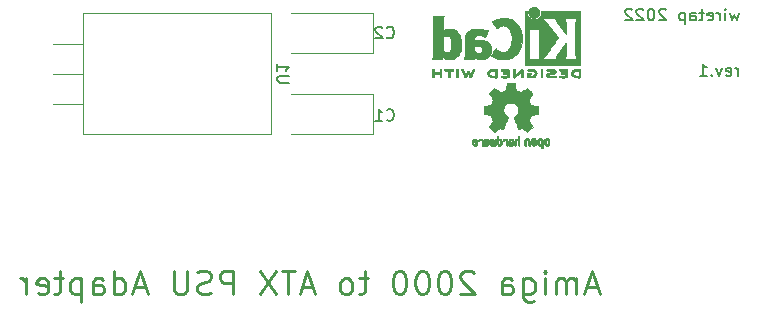
<source format=gbr>
%TF.GenerationSoftware,KiCad,Pcbnew,(5.1.6)-1*%
%TF.CreationDate,2022-09-29T15:02:27-04:00*%
%TF.ProjectId,Amiga-2000-ATX,416d6967-612d-4323-9030-302d4154582e,rev?*%
%TF.SameCoordinates,Original*%
%TF.FileFunction,Legend,Bot*%
%TF.FilePolarity,Positive*%
%FSLAX46Y46*%
G04 Gerber Fmt 4.6, Leading zero omitted, Abs format (unit mm)*
G04 Created by KiCad (PCBNEW (5.1.6)-1) date 2022-09-29 15:02:27*
%MOMM*%
%LPD*%
G01*
G04 APERTURE LIST*
%ADD10C,0.150000*%
%ADD11C,0.250000*%
%ADD12C,0.010000*%
%ADD13C,0.120000*%
G04 APERTURE END LIST*
D10*
X188031238Y-48331380D02*
X188031238Y-47664714D01*
X188031238Y-47855190D02*
X187983619Y-47759952D01*
X187936000Y-47712333D01*
X187840761Y-47664714D01*
X187745523Y-47664714D01*
X187031238Y-48283761D02*
X187126476Y-48331380D01*
X187316952Y-48331380D01*
X187412190Y-48283761D01*
X187459809Y-48188523D01*
X187459809Y-47807571D01*
X187412190Y-47712333D01*
X187316952Y-47664714D01*
X187126476Y-47664714D01*
X187031238Y-47712333D01*
X186983619Y-47807571D01*
X186983619Y-47902809D01*
X187459809Y-47998047D01*
X186650285Y-47664714D02*
X186412190Y-48331380D01*
X186174095Y-47664714D01*
X185793142Y-48236142D02*
X185745523Y-48283761D01*
X185793142Y-48331380D01*
X185840761Y-48283761D01*
X185793142Y-48236142D01*
X185793142Y-48331380D01*
X184793142Y-48331380D02*
X185364571Y-48331380D01*
X185078857Y-48331380D02*
X185078857Y-47331380D01*
X185174095Y-47474238D01*
X185269333Y-47569476D01*
X185364571Y-47617095D01*
X188094333Y-42965714D02*
X187903857Y-43632380D01*
X187713380Y-43156190D01*
X187522904Y-43632380D01*
X187332428Y-42965714D01*
X186951476Y-43632380D02*
X186951476Y-42965714D01*
X186951476Y-42632380D02*
X186999095Y-42680000D01*
X186951476Y-42727619D01*
X186903857Y-42680000D01*
X186951476Y-42632380D01*
X186951476Y-42727619D01*
X186475285Y-43632380D02*
X186475285Y-42965714D01*
X186475285Y-43156190D02*
X186427666Y-43060952D01*
X186380047Y-43013333D01*
X186284809Y-42965714D01*
X186189571Y-42965714D01*
X185475285Y-43584761D02*
X185570523Y-43632380D01*
X185761000Y-43632380D01*
X185856238Y-43584761D01*
X185903857Y-43489523D01*
X185903857Y-43108571D01*
X185856238Y-43013333D01*
X185761000Y-42965714D01*
X185570523Y-42965714D01*
X185475285Y-43013333D01*
X185427666Y-43108571D01*
X185427666Y-43203809D01*
X185903857Y-43299047D01*
X185141952Y-42965714D02*
X184761000Y-42965714D01*
X184999095Y-42632380D02*
X184999095Y-43489523D01*
X184951476Y-43584761D01*
X184856238Y-43632380D01*
X184761000Y-43632380D01*
X183999095Y-43632380D02*
X183999095Y-43108571D01*
X184046714Y-43013333D01*
X184141952Y-42965714D01*
X184332428Y-42965714D01*
X184427666Y-43013333D01*
X183999095Y-43584761D02*
X184094333Y-43632380D01*
X184332428Y-43632380D01*
X184427666Y-43584761D01*
X184475285Y-43489523D01*
X184475285Y-43394285D01*
X184427666Y-43299047D01*
X184332428Y-43251428D01*
X184094333Y-43251428D01*
X183999095Y-43203809D01*
X183522904Y-42965714D02*
X183522904Y-43965714D01*
X183522904Y-43013333D02*
X183427666Y-42965714D01*
X183237190Y-42965714D01*
X183141952Y-43013333D01*
X183094333Y-43060952D01*
X183046714Y-43156190D01*
X183046714Y-43441904D01*
X183094333Y-43537142D01*
X183141952Y-43584761D01*
X183237190Y-43632380D01*
X183427666Y-43632380D01*
X183522904Y-43584761D01*
X181903857Y-42727619D02*
X181856238Y-42680000D01*
X181761000Y-42632380D01*
X181522904Y-42632380D01*
X181427666Y-42680000D01*
X181380047Y-42727619D01*
X181332428Y-42822857D01*
X181332428Y-42918095D01*
X181380047Y-43060952D01*
X181951476Y-43632380D01*
X181332428Y-43632380D01*
X180713380Y-42632380D02*
X180618142Y-42632380D01*
X180522904Y-42680000D01*
X180475285Y-42727619D01*
X180427666Y-42822857D01*
X180380047Y-43013333D01*
X180380047Y-43251428D01*
X180427666Y-43441904D01*
X180475285Y-43537142D01*
X180522904Y-43584761D01*
X180618142Y-43632380D01*
X180713380Y-43632380D01*
X180808619Y-43584761D01*
X180856238Y-43537142D01*
X180903857Y-43441904D01*
X180951476Y-43251428D01*
X180951476Y-43013333D01*
X180903857Y-42822857D01*
X180856238Y-42727619D01*
X180808619Y-42680000D01*
X180713380Y-42632380D01*
X179999095Y-42727619D02*
X179951476Y-42680000D01*
X179856238Y-42632380D01*
X179618142Y-42632380D01*
X179522904Y-42680000D01*
X179475285Y-42727619D01*
X179427666Y-42822857D01*
X179427666Y-42918095D01*
X179475285Y-43060952D01*
X180046714Y-43632380D01*
X179427666Y-43632380D01*
X179046714Y-42727619D02*
X178999095Y-42680000D01*
X178903857Y-42632380D01*
X178665761Y-42632380D01*
X178570523Y-42680000D01*
X178522904Y-42727619D01*
X178475285Y-42822857D01*
X178475285Y-42918095D01*
X178522904Y-43060952D01*
X179094333Y-43632380D01*
X178475285Y-43632380D01*
D11*
X176145952Y-66246333D02*
X175193571Y-66246333D01*
X176336428Y-66817761D02*
X175669761Y-64817761D01*
X175003095Y-66817761D01*
X174336428Y-66817761D02*
X174336428Y-65484428D01*
X174336428Y-65674904D02*
X174241190Y-65579666D01*
X174050714Y-65484428D01*
X173765000Y-65484428D01*
X173574523Y-65579666D01*
X173479285Y-65770142D01*
X173479285Y-66817761D01*
X173479285Y-65770142D02*
X173384047Y-65579666D01*
X173193571Y-65484428D01*
X172907857Y-65484428D01*
X172717380Y-65579666D01*
X172622142Y-65770142D01*
X172622142Y-66817761D01*
X171669761Y-66817761D02*
X171669761Y-65484428D01*
X171669761Y-64817761D02*
X171765000Y-64913000D01*
X171669761Y-65008238D01*
X171574523Y-64913000D01*
X171669761Y-64817761D01*
X171669761Y-65008238D01*
X169860238Y-65484428D02*
X169860238Y-67103476D01*
X169955476Y-67293952D01*
X170050714Y-67389190D01*
X170241190Y-67484428D01*
X170526904Y-67484428D01*
X170717380Y-67389190D01*
X169860238Y-66722523D02*
X170050714Y-66817761D01*
X170431666Y-66817761D01*
X170622142Y-66722523D01*
X170717380Y-66627285D01*
X170812619Y-66436809D01*
X170812619Y-65865380D01*
X170717380Y-65674904D01*
X170622142Y-65579666D01*
X170431666Y-65484428D01*
X170050714Y-65484428D01*
X169860238Y-65579666D01*
X168050714Y-66817761D02*
X168050714Y-65770142D01*
X168145952Y-65579666D01*
X168336428Y-65484428D01*
X168717380Y-65484428D01*
X168907857Y-65579666D01*
X168050714Y-66722523D02*
X168241190Y-66817761D01*
X168717380Y-66817761D01*
X168907857Y-66722523D01*
X169003095Y-66532047D01*
X169003095Y-66341571D01*
X168907857Y-66151095D01*
X168717380Y-66055857D01*
X168241190Y-66055857D01*
X168050714Y-65960619D01*
X165669761Y-65008238D02*
X165574523Y-64913000D01*
X165384047Y-64817761D01*
X164907857Y-64817761D01*
X164717380Y-64913000D01*
X164622142Y-65008238D01*
X164526904Y-65198714D01*
X164526904Y-65389190D01*
X164622142Y-65674904D01*
X165765000Y-66817761D01*
X164526904Y-66817761D01*
X163288809Y-64817761D02*
X163098333Y-64817761D01*
X162907857Y-64913000D01*
X162812619Y-65008238D01*
X162717380Y-65198714D01*
X162622142Y-65579666D01*
X162622142Y-66055857D01*
X162717380Y-66436809D01*
X162812619Y-66627285D01*
X162907857Y-66722523D01*
X163098333Y-66817761D01*
X163288809Y-66817761D01*
X163479285Y-66722523D01*
X163574523Y-66627285D01*
X163669761Y-66436809D01*
X163765000Y-66055857D01*
X163765000Y-65579666D01*
X163669761Y-65198714D01*
X163574523Y-65008238D01*
X163479285Y-64913000D01*
X163288809Y-64817761D01*
X161384047Y-64817761D02*
X161193571Y-64817761D01*
X161003095Y-64913000D01*
X160907857Y-65008238D01*
X160812619Y-65198714D01*
X160717380Y-65579666D01*
X160717380Y-66055857D01*
X160812619Y-66436809D01*
X160907857Y-66627285D01*
X161003095Y-66722523D01*
X161193571Y-66817761D01*
X161384047Y-66817761D01*
X161574523Y-66722523D01*
X161669761Y-66627285D01*
X161765000Y-66436809D01*
X161860238Y-66055857D01*
X161860238Y-65579666D01*
X161765000Y-65198714D01*
X161669761Y-65008238D01*
X161574523Y-64913000D01*
X161384047Y-64817761D01*
X159479285Y-64817761D02*
X159288809Y-64817761D01*
X159098333Y-64913000D01*
X159003095Y-65008238D01*
X158907857Y-65198714D01*
X158812619Y-65579666D01*
X158812619Y-66055857D01*
X158907857Y-66436809D01*
X159003095Y-66627285D01*
X159098333Y-66722523D01*
X159288809Y-66817761D01*
X159479285Y-66817761D01*
X159669761Y-66722523D01*
X159765000Y-66627285D01*
X159860238Y-66436809D01*
X159955476Y-66055857D01*
X159955476Y-65579666D01*
X159860238Y-65198714D01*
X159765000Y-65008238D01*
X159669761Y-64913000D01*
X159479285Y-64817761D01*
X156717380Y-65484428D02*
X155955476Y-65484428D01*
X156431666Y-64817761D02*
X156431666Y-66532047D01*
X156336428Y-66722523D01*
X156145952Y-66817761D01*
X155955476Y-66817761D01*
X155003095Y-66817761D02*
X155193571Y-66722523D01*
X155288809Y-66627285D01*
X155384047Y-66436809D01*
X155384047Y-65865380D01*
X155288809Y-65674904D01*
X155193571Y-65579666D01*
X155003095Y-65484428D01*
X154717380Y-65484428D01*
X154526904Y-65579666D01*
X154431666Y-65674904D01*
X154336428Y-65865380D01*
X154336428Y-66436809D01*
X154431666Y-66627285D01*
X154526904Y-66722523D01*
X154717380Y-66817761D01*
X155003095Y-66817761D01*
X152050714Y-66246333D02*
X151098333Y-66246333D01*
X152241190Y-66817761D02*
X151574523Y-64817761D01*
X150907857Y-66817761D01*
X150526904Y-64817761D02*
X149384047Y-64817761D01*
X149955476Y-66817761D02*
X149955476Y-64817761D01*
X148907857Y-64817761D02*
X147574523Y-66817761D01*
X147574523Y-64817761D02*
X148907857Y-66817761D01*
X145288809Y-66817761D02*
X145288809Y-64817761D01*
X144526904Y-64817761D01*
X144336428Y-64913000D01*
X144241190Y-65008238D01*
X144145952Y-65198714D01*
X144145952Y-65484428D01*
X144241190Y-65674904D01*
X144336428Y-65770142D01*
X144526904Y-65865380D01*
X145288809Y-65865380D01*
X143384047Y-66722523D02*
X143098333Y-66817761D01*
X142622142Y-66817761D01*
X142431666Y-66722523D01*
X142336428Y-66627285D01*
X142241190Y-66436809D01*
X142241190Y-66246333D01*
X142336428Y-66055857D01*
X142431666Y-65960619D01*
X142622142Y-65865380D01*
X143003095Y-65770142D01*
X143193571Y-65674904D01*
X143288809Y-65579666D01*
X143384047Y-65389190D01*
X143384047Y-65198714D01*
X143288809Y-65008238D01*
X143193571Y-64913000D01*
X143003095Y-64817761D01*
X142526904Y-64817761D01*
X142241190Y-64913000D01*
X141384047Y-64817761D02*
X141384047Y-66436809D01*
X141288809Y-66627285D01*
X141193571Y-66722523D01*
X141003095Y-66817761D01*
X140622142Y-66817761D01*
X140431666Y-66722523D01*
X140336428Y-66627285D01*
X140241190Y-66436809D01*
X140241190Y-64817761D01*
X137860238Y-66246333D02*
X136907857Y-66246333D01*
X138050714Y-66817761D02*
X137384047Y-64817761D01*
X136717380Y-66817761D01*
X135193571Y-66817761D02*
X135193571Y-64817761D01*
X135193571Y-66722523D02*
X135384047Y-66817761D01*
X135765000Y-66817761D01*
X135955476Y-66722523D01*
X136050714Y-66627285D01*
X136145952Y-66436809D01*
X136145952Y-65865380D01*
X136050714Y-65674904D01*
X135955476Y-65579666D01*
X135765000Y-65484428D01*
X135384047Y-65484428D01*
X135193571Y-65579666D01*
X133384047Y-66817761D02*
X133384047Y-65770142D01*
X133479285Y-65579666D01*
X133669761Y-65484428D01*
X134050714Y-65484428D01*
X134241190Y-65579666D01*
X133384047Y-66722523D02*
X133574523Y-66817761D01*
X134050714Y-66817761D01*
X134241190Y-66722523D01*
X134336428Y-66532047D01*
X134336428Y-66341571D01*
X134241190Y-66151095D01*
X134050714Y-66055857D01*
X133574523Y-66055857D01*
X133384047Y-65960619D01*
X132431666Y-65484428D02*
X132431666Y-67484428D01*
X132431666Y-65579666D02*
X132241190Y-65484428D01*
X131860238Y-65484428D01*
X131669761Y-65579666D01*
X131574523Y-65674904D01*
X131479285Y-65865380D01*
X131479285Y-66436809D01*
X131574523Y-66627285D01*
X131669761Y-66722523D01*
X131860238Y-66817761D01*
X132241190Y-66817761D01*
X132431666Y-66722523D01*
X130907857Y-65484428D02*
X130145952Y-65484428D01*
X130622142Y-64817761D02*
X130622142Y-66532047D01*
X130526904Y-66722523D01*
X130336428Y-66817761D01*
X130145952Y-66817761D01*
X128717380Y-66722523D02*
X128907857Y-66817761D01*
X129288809Y-66817761D01*
X129479285Y-66722523D01*
X129574523Y-66532047D01*
X129574523Y-65770142D01*
X129479285Y-65579666D01*
X129288809Y-65484428D01*
X128907857Y-65484428D01*
X128717380Y-65579666D01*
X128622142Y-65770142D01*
X128622142Y-65960619D01*
X129574523Y-66151095D01*
X127765000Y-66817761D02*
X127765000Y-65484428D01*
X127765000Y-65865380D02*
X127669761Y-65674904D01*
X127574523Y-65579666D01*
X127384047Y-65484428D01*
X127193571Y-65484428D01*
D12*
%TO.C,REF\u002A\u002A*%
G36*
X171348400Y-42955054D02*
G01*
X171337535Y-43068993D01*
X171305918Y-43176616D01*
X171255015Y-43275615D01*
X171186293Y-43363684D01*
X171101219Y-43438516D01*
X171004232Y-43496384D01*
X170897964Y-43536005D01*
X170790950Y-43554573D01*
X170685300Y-43553434D01*
X170583125Y-43533930D01*
X170486534Y-43497406D01*
X170397638Y-43445205D01*
X170318546Y-43378673D01*
X170251369Y-43299152D01*
X170198217Y-43207987D01*
X170161199Y-43106523D01*
X170142427Y-42996102D01*
X170140489Y-42946206D01*
X170140489Y-42858267D01*
X170088560Y-42858267D01*
X170052253Y-42861111D01*
X170025355Y-42872911D01*
X169998249Y-42896649D01*
X169959867Y-42935031D01*
X169959867Y-45126602D01*
X169959876Y-45388739D01*
X169959908Y-45629241D01*
X169959972Y-45849048D01*
X169960076Y-46049101D01*
X169960227Y-46230344D01*
X169960434Y-46393716D01*
X169960706Y-46540160D01*
X169961050Y-46670617D01*
X169961474Y-46786029D01*
X169961987Y-46887338D01*
X169962597Y-46975484D01*
X169963312Y-47051410D01*
X169964140Y-47116057D01*
X169965089Y-47170367D01*
X169966167Y-47215280D01*
X169967383Y-47251740D01*
X169968745Y-47280687D01*
X169970261Y-47303063D01*
X169971938Y-47319809D01*
X169973786Y-47331868D01*
X169975813Y-47340180D01*
X169978025Y-47345687D01*
X169979108Y-47347537D01*
X169983271Y-47354549D01*
X169986805Y-47360996D01*
X169990635Y-47366900D01*
X169995682Y-47372286D01*
X170002871Y-47377178D01*
X170013123Y-47381598D01*
X170027364Y-47385572D01*
X170046514Y-47389121D01*
X170071499Y-47392270D01*
X170103240Y-47395042D01*
X170142662Y-47397461D01*
X170190686Y-47399551D01*
X170248237Y-47401335D01*
X170316237Y-47402837D01*
X170395610Y-47404080D01*
X170487279Y-47405089D01*
X170592166Y-47405885D01*
X170711196Y-47406494D01*
X170845290Y-47406939D01*
X170995373Y-47407243D01*
X171162367Y-47407430D01*
X171347196Y-47407524D01*
X171550783Y-47407548D01*
X171774050Y-47407525D01*
X172017922Y-47407480D01*
X172283321Y-47407437D01*
X172321704Y-47407432D01*
X172588682Y-47407389D01*
X172834002Y-47407318D01*
X173058583Y-47407213D01*
X173263345Y-47407066D01*
X173449206Y-47406869D01*
X173617088Y-47406616D01*
X173767908Y-47406300D01*
X173902587Y-47405913D01*
X174022044Y-47405447D01*
X174127199Y-47404897D01*
X174218971Y-47404253D01*
X174298279Y-47403511D01*
X174366043Y-47402661D01*
X174423182Y-47401697D01*
X174470617Y-47400611D01*
X174509266Y-47399397D01*
X174540049Y-47398047D01*
X174563885Y-47396555D01*
X174581694Y-47394911D01*
X174594395Y-47393111D01*
X174602908Y-47391145D01*
X174607266Y-47389477D01*
X174615728Y-47385906D01*
X174623497Y-47383270D01*
X174630602Y-47380634D01*
X174637073Y-47377062D01*
X174642939Y-47371621D01*
X174648229Y-47363375D01*
X174652974Y-47351390D01*
X174657202Y-47334731D01*
X174660943Y-47312463D01*
X174664227Y-47283652D01*
X174667083Y-47247363D01*
X174669540Y-47202661D01*
X174671629Y-47148611D01*
X174673378Y-47084279D01*
X174674817Y-47008730D01*
X174675976Y-46921030D01*
X174676883Y-46820243D01*
X174677569Y-46705434D01*
X174678063Y-46575670D01*
X174678395Y-46430015D01*
X174678593Y-46267535D01*
X174678687Y-46087295D01*
X174678708Y-45888360D01*
X174678685Y-45669796D01*
X174678646Y-45430668D01*
X174678622Y-45170040D01*
X174678622Y-45127889D01*
X174678636Y-44864992D01*
X174678661Y-44623732D01*
X174678671Y-44403165D01*
X174678642Y-44202352D01*
X174678548Y-44020349D01*
X174678362Y-43856216D01*
X174678059Y-43709011D01*
X174677614Y-43577792D01*
X174677034Y-43467867D01*
X174374197Y-43467867D01*
X174334407Y-43525711D01*
X174323236Y-43541479D01*
X174313166Y-43555441D01*
X174304138Y-43568784D01*
X174296097Y-43582693D01*
X174288986Y-43598356D01*
X174282747Y-43616958D01*
X174277325Y-43639686D01*
X174272662Y-43667727D01*
X174268701Y-43702267D01*
X174265385Y-43744492D01*
X174262659Y-43795589D01*
X174260464Y-43856744D01*
X174258745Y-43929144D01*
X174257444Y-44013975D01*
X174256505Y-44112422D01*
X174255870Y-44225674D01*
X174255484Y-44354916D01*
X174255288Y-44501334D01*
X174255227Y-44666116D01*
X174255243Y-44850447D01*
X174255280Y-45055513D01*
X174255289Y-45178133D01*
X174255265Y-45395082D01*
X174255231Y-45590642D01*
X174255243Y-45765999D01*
X174255358Y-45922341D01*
X174255630Y-46060857D01*
X174256118Y-46182734D01*
X174256876Y-46289160D01*
X174257962Y-46381322D01*
X174259431Y-46460409D01*
X174261340Y-46527608D01*
X174263744Y-46584107D01*
X174266701Y-46631093D01*
X174270266Y-46669755D01*
X174274495Y-46701280D01*
X174279446Y-46726855D01*
X174285173Y-46747670D01*
X174291733Y-46764911D01*
X174299183Y-46779765D01*
X174307579Y-46793422D01*
X174316976Y-46807069D01*
X174327432Y-46821893D01*
X174333523Y-46830783D01*
X174372296Y-46888400D01*
X173840732Y-46888400D01*
X173717483Y-46888365D01*
X173614987Y-46888215D01*
X173531420Y-46887878D01*
X173464956Y-46887286D01*
X173413771Y-46886367D01*
X173376041Y-46885051D01*
X173349940Y-46883269D01*
X173333644Y-46880951D01*
X173325328Y-46878026D01*
X173323168Y-46874424D01*
X173325339Y-46870075D01*
X173326535Y-46868645D01*
X173351685Y-46831573D01*
X173377583Y-46778772D01*
X173401192Y-46716770D01*
X173409461Y-46690357D01*
X173414078Y-46672416D01*
X173417979Y-46651355D01*
X173421248Y-46625089D01*
X173423966Y-46591532D01*
X173426215Y-46548599D01*
X173428077Y-46494204D01*
X173429636Y-46426262D01*
X173430972Y-46342688D01*
X173432169Y-46241395D01*
X173433308Y-46120300D01*
X173433685Y-46075600D01*
X173434702Y-45950449D01*
X173435460Y-45846082D01*
X173435903Y-45760707D01*
X173435970Y-45692533D01*
X173435605Y-45639765D01*
X173434748Y-45600614D01*
X173433341Y-45573285D01*
X173431325Y-45555986D01*
X173428643Y-45546926D01*
X173425236Y-45544312D01*
X173421044Y-45546351D01*
X173416571Y-45550667D01*
X173406216Y-45563602D01*
X173384158Y-45592676D01*
X173351957Y-45635759D01*
X173311174Y-45690718D01*
X173263370Y-45755423D01*
X173210105Y-45827742D01*
X173152940Y-45905544D01*
X173093437Y-45986698D01*
X173033155Y-46069072D01*
X172973655Y-46150536D01*
X172916498Y-46228957D01*
X172863245Y-46302204D01*
X172815457Y-46368147D01*
X172774693Y-46424654D01*
X172742516Y-46469593D01*
X172720485Y-46500834D01*
X172715917Y-46507466D01*
X172692996Y-46544369D01*
X172666188Y-46592359D01*
X172640789Y-46641897D01*
X172637568Y-46648577D01*
X172615890Y-46696772D01*
X172603304Y-46734334D01*
X172597574Y-46770160D01*
X172596456Y-46812200D01*
X172597090Y-46888400D01*
X171442651Y-46888400D01*
X171533815Y-46794669D01*
X171580612Y-46744775D01*
X171630899Y-46688295D01*
X171676944Y-46634026D01*
X171697369Y-46608673D01*
X171727807Y-46569128D01*
X171767862Y-46515916D01*
X171816361Y-46450667D01*
X171872135Y-46375011D01*
X171934011Y-46290577D01*
X172000819Y-46198994D01*
X172071387Y-46101892D01*
X172144545Y-46000901D01*
X172219121Y-45897650D01*
X172293944Y-45793768D01*
X172367843Y-45690885D01*
X172439646Y-45590631D01*
X172508184Y-45494636D01*
X172572284Y-45404527D01*
X172630775Y-45321936D01*
X172682486Y-45248492D01*
X172726247Y-45185824D01*
X172760885Y-45135561D01*
X172785230Y-45099334D01*
X172798111Y-45078771D01*
X172799869Y-45074668D01*
X172791910Y-45063342D01*
X172771115Y-45036162D01*
X172738847Y-44994829D01*
X172696470Y-44941044D01*
X172645347Y-44876506D01*
X172586841Y-44802918D01*
X172522314Y-44721978D01*
X172453131Y-44635388D01*
X172380653Y-44544848D01*
X172306246Y-44452060D01*
X172246517Y-44377702D01*
X171235511Y-44377702D01*
X171229602Y-44390659D01*
X171215272Y-44412908D01*
X171214225Y-44414391D01*
X171195438Y-44444544D01*
X171175791Y-44481375D01*
X171171892Y-44489511D01*
X171168356Y-44497940D01*
X171165230Y-44508059D01*
X171162486Y-44521260D01*
X171160092Y-44538938D01*
X171158019Y-44562484D01*
X171156235Y-44593293D01*
X171154712Y-44632757D01*
X171153419Y-44682269D01*
X171152326Y-44743223D01*
X171151403Y-44817011D01*
X171150619Y-44905028D01*
X171149945Y-45008665D01*
X171149350Y-45129316D01*
X171148805Y-45268374D01*
X171148279Y-45427232D01*
X171147745Y-45606089D01*
X171147206Y-45791207D01*
X171146772Y-45955145D01*
X171146509Y-46099303D01*
X171146484Y-46225079D01*
X171146765Y-46333871D01*
X171147419Y-46427077D01*
X171148514Y-46506097D01*
X171150118Y-46572328D01*
X171152297Y-46627170D01*
X171155119Y-46672021D01*
X171158651Y-46708278D01*
X171162961Y-46737341D01*
X171168117Y-46760609D01*
X171174185Y-46779479D01*
X171181233Y-46795351D01*
X171189329Y-46809622D01*
X171198540Y-46823691D01*
X171207040Y-46836158D01*
X171224176Y-46862452D01*
X171234322Y-46880037D01*
X171235511Y-46883257D01*
X171224604Y-46884334D01*
X171193411Y-46885335D01*
X171144223Y-46886235D01*
X171079333Y-46887010D01*
X171001030Y-46887637D01*
X170911607Y-46888091D01*
X170813356Y-46888349D01*
X170744445Y-46888400D01*
X170639452Y-46888180D01*
X170542610Y-46887548D01*
X170456107Y-46886549D01*
X170382132Y-46885227D01*
X170322874Y-46883626D01*
X170280520Y-46881791D01*
X170257260Y-46879765D01*
X170253378Y-46878493D01*
X170261076Y-46863591D01*
X170269074Y-46855560D01*
X170282246Y-46838434D01*
X170299485Y-46808183D01*
X170311407Y-46783622D01*
X170338045Y-46724711D01*
X170341120Y-45547845D01*
X170344195Y-44370978D01*
X170789853Y-44370978D01*
X170887670Y-44371142D01*
X170978064Y-44371611D01*
X171058630Y-44372347D01*
X171126962Y-44373316D01*
X171180656Y-44374480D01*
X171217305Y-44375803D01*
X171234504Y-44377249D01*
X171235511Y-44377702D01*
X172246517Y-44377702D01*
X172231270Y-44358722D01*
X172157090Y-44266537D01*
X172085069Y-44177204D01*
X172016569Y-44092424D01*
X171952955Y-44013898D01*
X171895588Y-43943326D01*
X171845833Y-43882409D01*
X171805052Y-43832847D01*
X171787888Y-43812178D01*
X171701596Y-43711516D01*
X171624997Y-43628259D01*
X171556183Y-43560438D01*
X171493248Y-43506089D01*
X171483867Y-43498722D01*
X171444356Y-43468117D01*
X172576116Y-43467867D01*
X172570827Y-43515844D01*
X172574130Y-43573188D01*
X172595661Y-43641463D01*
X172635635Y-43721212D01*
X172680943Y-43793495D01*
X172697161Y-43816140D01*
X172725214Y-43853696D01*
X172763430Y-43904021D01*
X172810137Y-43964973D01*
X172863661Y-44034411D01*
X172922331Y-44110194D01*
X172984475Y-44190180D01*
X173048421Y-44272228D01*
X173112495Y-44354196D01*
X173175027Y-44433943D01*
X173234343Y-44509327D01*
X173288771Y-44578207D01*
X173336639Y-44638442D01*
X173376275Y-44687889D01*
X173406006Y-44724408D01*
X173424161Y-44745858D01*
X173427220Y-44749156D01*
X173430079Y-44741149D01*
X173432293Y-44710855D01*
X173433857Y-44658556D01*
X173434767Y-44584531D01*
X173435020Y-44489063D01*
X173434613Y-44372434D01*
X173433704Y-44252445D01*
X173432382Y-44120333D01*
X173430857Y-44008594D01*
X173428881Y-43915025D01*
X173426206Y-43837419D01*
X173422582Y-43773574D01*
X173417761Y-43721283D01*
X173411494Y-43678344D01*
X173403532Y-43642551D01*
X173393627Y-43611700D01*
X173381531Y-43583586D01*
X173366993Y-43556005D01*
X173352311Y-43530966D01*
X173314314Y-43467867D01*
X174374197Y-43467867D01*
X174677034Y-43467867D01*
X174677001Y-43461617D01*
X174676195Y-43359544D01*
X174675170Y-43270633D01*
X174673900Y-43193941D01*
X174672360Y-43128527D01*
X174670524Y-43073449D01*
X174668367Y-43027765D01*
X174665863Y-42990534D01*
X174662987Y-42960813D01*
X174659713Y-42937662D01*
X174656015Y-42920139D01*
X174651869Y-42907301D01*
X174647247Y-42898208D01*
X174642126Y-42891918D01*
X174636478Y-42887488D01*
X174630279Y-42883978D01*
X174623504Y-42880445D01*
X174617508Y-42876876D01*
X174612275Y-42874300D01*
X174604099Y-42871972D01*
X174591886Y-42869878D01*
X174574541Y-42868007D01*
X174550969Y-42866347D01*
X174520077Y-42864884D01*
X174480768Y-42863608D01*
X174431950Y-42862504D01*
X174372527Y-42861561D01*
X174301404Y-42860767D01*
X174217488Y-42860109D01*
X174119683Y-42859575D01*
X174006894Y-42859153D01*
X173878029Y-42858829D01*
X173731991Y-42858592D01*
X173567686Y-42858430D01*
X173384020Y-42858330D01*
X173179897Y-42858280D01*
X172968753Y-42858267D01*
X171348400Y-42858267D01*
X171348400Y-42955054D01*
G37*
X171348400Y-42955054D02*
X171337535Y-43068993D01*
X171305918Y-43176616D01*
X171255015Y-43275615D01*
X171186293Y-43363684D01*
X171101219Y-43438516D01*
X171004232Y-43496384D01*
X170897964Y-43536005D01*
X170790950Y-43554573D01*
X170685300Y-43553434D01*
X170583125Y-43533930D01*
X170486534Y-43497406D01*
X170397638Y-43445205D01*
X170318546Y-43378673D01*
X170251369Y-43299152D01*
X170198217Y-43207987D01*
X170161199Y-43106523D01*
X170142427Y-42996102D01*
X170140489Y-42946206D01*
X170140489Y-42858267D01*
X170088560Y-42858267D01*
X170052253Y-42861111D01*
X170025355Y-42872911D01*
X169998249Y-42896649D01*
X169959867Y-42935031D01*
X169959867Y-45126602D01*
X169959876Y-45388739D01*
X169959908Y-45629241D01*
X169959972Y-45849048D01*
X169960076Y-46049101D01*
X169960227Y-46230344D01*
X169960434Y-46393716D01*
X169960706Y-46540160D01*
X169961050Y-46670617D01*
X169961474Y-46786029D01*
X169961987Y-46887338D01*
X169962597Y-46975484D01*
X169963312Y-47051410D01*
X169964140Y-47116057D01*
X169965089Y-47170367D01*
X169966167Y-47215280D01*
X169967383Y-47251740D01*
X169968745Y-47280687D01*
X169970261Y-47303063D01*
X169971938Y-47319809D01*
X169973786Y-47331868D01*
X169975813Y-47340180D01*
X169978025Y-47345687D01*
X169979108Y-47347537D01*
X169983271Y-47354549D01*
X169986805Y-47360996D01*
X169990635Y-47366900D01*
X169995682Y-47372286D01*
X170002871Y-47377178D01*
X170013123Y-47381598D01*
X170027364Y-47385572D01*
X170046514Y-47389121D01*
X170071499Y-47392270D01*
X170103240Y-47395042D01*
X170142662Y-47397461D01*
X170190686Y-47399551D01*
X170248237Y-47401335D01*
X170316237Y-47402837D01*
X170395610Y-47404080D01*
X170487279Y-47405089D01*
X170592166Y-47405885D01*
X170711196Y-47406494D01*
X170845290Y-47406939D01*
X170995373Y-47407243D01*
X171162367Y-47407430D01*
X171347196Y-47407524D01*
X171550783Y-47407548D01*
X171774050Y-47407525D01*
X172017922Y-47407480D01*
X172283321Y-47407437D01*
X172321704Y-47407432D01*
X172588682Y-47407389D01*
X172834002Y-47407318D01*
X173058583Y-47407213D01*
X173263345Y-47407066D01*
X173449206Y-47406869D01*
X173617088Y-47406616D01*
X173767908Y-47406300D01*
X173902587Y-47405913D01*
X174022044Y-47405447D01*
X174127199Y-47404897D01*
X174218971Y-47404253D01*
X174298279Y-47403511D01*
X174366043Y-47402661D01*
X174423182Y-47401697D01*
X174470617Y-47400611D01*
X174509266Y-47399397D01*
X174540049Y-47398047D01*
X174563885Y-47396555D01*
X174581694Y-47394911D01*
X174594395Y-47393111D01*
X174602908Y-47391145D01*
X174607266Y-47389477D01*
X174615728Y-47385906D01*
X174623497Y-47383270D01*
X174630602Y-47380634D01*
X174637073Y-47377062D01*
X174642939Y-47371621D01*
X174648229Y-47363375D01*
X174652974Y-47351390D01*
X174657202Y-47334731D01*
X174660943Y-47312463D01*
X174664227Y-47283652D01*
X174667083Y-47247363D01*
X174669540Y-47202661D01*
X174671629Y-47148611D01*
X174673378Y-47084279D01*
X174674817Y-47008730D01*
X174675976Y-46921030D01*
X174676883Y-46820243D01*
X174677569Y-46705434D01*
X174678063Y-46575670D01*
X174678395Y-46430015D01*
X174678593Y-46267535D01*
X174678687Y-46087295D01*
X174678708Y-45888360D01*
X174678685Y-45669796D01*
X174678646Y-45430668D01*
X174678622Y-45170040D01*
X174678622Y-45127889D01*
X174678636Y-44864992D01*
X174678661Y-44623732D01*
X174678671Y-44403165D01*
X174678642Y-44202352D01*
X174678548Y-44020349D01*
X174678362Y-43856216D01*
X174678059Y-43709011D01*
X174677614Y-43577792D01*
X174677034Y-43467867D01*
X174374197Y-43467867D01*
X174334407Y-43525711D01*
X174323236Y-43541479D01*
X174313166Y-43555441D01*
X174304138Y-43568784D01*
X174296097Y-43582693D01*
X174288986Y-43598356D01*
X174282747Y-43616958D01*
X174277325Y-43639686D01*
X174272662Y-43667727D01*
X174268701Y-43702267D01*
X174265385Y-43744492D01*
X174262659Y-43795589D01*
X174260464Y-43856744D01*
X174258745Y-43929144D01*
X174257444Y-44013975D01*
X174256505Y-44112422D01*
X174255870Y-44225674D01*
X174255484Y-44354916D01*
X174255288Y-44501334D01*
X174255227Y-44666116D01*
X174255243Y-44850447D01*
X174255280Y-45055513D01*
X174255289Y-45178133D01*
X174255265Y-45395082D01*
X174255231Y-45590642D01*
X174255243Y-45765999D01*
X174255358Y-45922341D01*
X174255630Y-46060857D01*
X174256118Y-46182734D01*
X174256876Y-46289160D01*
X174257962Y-46381322D01*
X174259431Y-46460409D01*
X174261340Y-46527608D01*
X174263744Y-46584107D01*
X174266701Y-46631093D01*
X174270266Y-46669755D01*
X174274495Y-46701280D01*
X174279446Y-46726855D01*
X174285173Y-46747670D01*
X174291733Y-46764911D01*
X174299183Y-46779765D01*
X174307579Y-46793422D01*
X174316976Y-46807069D01*
X174327432Y-46821893D01*
X174333523Y-46830783D01*
X174372296Y-46888400D01*
X173840732Y-46888400D01*
X173717483Y-46888365D01*
X173614987Y-46888215D01*
X173531420Y-46887878D01*
X173464956Y-46887286D01*
X173413771Y-46886367D01*
X173376041Y-46885051D01*
X173349940Y-46883269D01*
X173333644Y-46880951D01*
X173325328Y-46878026D01*
X173323168Y-46874424D01*
X173325339Y-46870075D01*
X173326535Y-46868645D01*
X173351685Y-46831573D01*
X173377583Y-46778772D01*
X173401192Y-46716770D01*
X173409461Y-46690357D01*
X173414078Y-46672416D01*
X173417979Y-46651355D01*
X173421248Y-46625089D01*
X173423966Y-46591532D01*
X173426215Y-46548599D01*
X173428077Y-46494204D01*
X173429636Y-46426262D01*
X173430972Y-46342688D01*
X173432169Y-46241395D01*
X173433308Y-46120300D01*
X173433685Y-46075600D01*
X173434702Y-45950449D01*
X173435460Y-45846082D01*
X173435903Y-45760707D01*
X173435970Y-45692533D01*
X173435605Y-45639765D01*
X173434748Y-45600614D01*
X173433341Y-45573285D01*
X173431325Y-45555986D01*
X173428643Y-45546926D01*
X173425236Y-45544312D01*
X173421044Y-45546351D01*
X173416571Y-45550667D01*
X173406216Y-45563602D01*
X173384158Y-45592676D01*
X173351957Y-45635759D01*
X173311174Y-45690718D01*
X173263370Y-45755423D01*
X173210105Y-45827742D01*
X173152940Y-45905544D01*
X173093437Y-45986698D01*
X173033155Y-46069072D01*
X172973655Y-46150536D01*
X172916498Y-46228957D01*
X172863245Y-46302204D01*
X172815457Y-46368147D01*
X172774693Y-46424654D01*
X172742516Y-46469593D01*
X172720485Y-46500834D01*
X172715917Y-46507466D01*
X172692996Y-46544369D01*
X172666188Y-46592359D01*
X172640789Y-46641897D01*
X172637568Y-46648577D01*
X172615890Y-46696772D01*
X172603304Y-46734334D01*
X172597574Y-46770160D01*
X172596456Y-46812200D01*
X172597090Y-46888400D01*
X171442651Y-46888400D01*
X171533815Y-46794669D01*
X171580612Y-46744775D01*
X171630899Y-46688295D01*
X171676944Y-46634026D01*
X171697369Y-46608673D01*
X171727807Y-46569128D01*
X171767862Y-46515916D01*
X171816361Y-46450667D01*
X171872135Y-46375011D01*
X171934011Y-46290577D01*
X172000819Y-46198994D01*
X172071387Y-46101892D01*
X172144545Y-46000901D01*
X172219121Y-45897650D01*
X172293944Y-45793768D01*
X172367843Y-45690885D01*
X172439646Y-45590631D01*
X172508184Y-45494636D01*
X172572284Y-45404527D01*
X172630775Y-45321936D01*
X172682486Y-45248492D01*
X172726247Y-45185824D01*
X172760885Y-45135561D01*
X172785230Y-45099334D01*
X172798111Y-45078771D01*
X172799869Y-45074668D01*
X172791910Y-45063342D01*
X172771115Y-45036162D01*
X172738847Y-44994829D01*
X172696470Y-44941044D01*
X172645347Y-44876506D01*
X172586841Y-44802918D01*
X172522314Y-44721978D01*
X172453131Y-44635388D01*
X172380653Y-44544848D01*
X172306246Y-44452060D01*
X172246517Y-44377702D01*
X171235511Y-44377702D01*
X171229602Y-44390659D01*
X171215272Y-44412908D01*
X171214225Y-44414391D01*
X171195438Y-44444544D01*
X171175791Y-44481375D01*
X171171892Y-44489511D01*
X171168356Y-44497940D01*
X171165230Y-44508059D01*
X171162486Y-44521260D01*
X171160092Y-44538938D01*
X171158019Y-44562484D01*
X171156235Y-44593293D01*
X171154712Y-44632757D01*
X171153419Y-44682269D01*
X171152326Y-44743223D01*
X171151403Y-44817011D01*
X171150619Y-44905028D01*
X171149945Y-45008665D01*
X171149350Y-45129316D01*
X171148805Y-45268374D01*
X171148279Y-45427232D01*
X171147745Y-45606089D01*
X171147206Y-45791207D01*
X171146772Y-45955145D01*
X171146509Y-46099303D01*
X171146484Y-46225079D01*
X171146765Y-46333871D01*
X171147419Y-46427077D01*
X171148514Y-46506097D01*
X171150118Y-46572328D01*
X171152297Y-46627170D01*
X171155119Y-46672021D01*
X171158651Y-46708278D01*
X171162961Y-46737341D01*
X171168117Y-46760609D01*
X171174185Y-46779479D01*
X171181233Y-46795351D01*
X171189329Y-46809622D01*
X171198540Y-46823691D01*
X171207040Y-46836158D01*
X171224176Y-46862452D01*
X171234322Y-46880037D01*
X171235511Y-46883257D01*
X171224604Y-46884334D01*
X171193411Y-46885335D01*
X171144223Y-46886235D01*
X171079333Y-46887010D01*
X171001030Y-46887637D01*
X170911607Y-46888091D01*
X170813356Y-46888349D01*
X170744445Y-46888400D01*
X170639452Y-46888180D01*
X170542610Y-46887548D01*
X170456107Y-46886549D01*
X170382132Y-46885227D01*
X170322874Y-46883626D01*
X170280520Y-46881791D01*
X170257260Y-46879765D01*
X170253378Y-46878493D01*
X170261076Y-46863591D01*
X170269074Y-46855560D01*
X170282246Y-46838434D01*
X170299485Y-46808183D01*
X170311407Y-46783622D01*
X170338045Y-46724711D01*
X170341120Y-45547845D01*
X170344195Y-44370978D01*
X170789853Y-44370978D01*
X170887670Y-44371142D01*
X170978064Y-44371611D01*
X171058630Y-44372347D01*
X171126962Y-44373316D01*
X171180656Y-44374480D01*
X171217305Y-44375803D01*
X171234504Y-44377249D01*
X171235511Y-44377702D01*
X172246517Y-44377702D01*
X172231270Y-44358722D01*
X172157090Y-44266537D01*
X172085069Y-44177204D01*
X172016569Y-44092424D01*
X171952955Y-44013898D01*
X171895588Y-43943326D01*
X171845833Y-43882409D01*
X171805052Y-43832847D01*
X171787888Y-43812178D01*
X171701596Y-43711516D01*
X171624997Y-43628259D01*
X171556183Y-43560438D01*
X171493248Y-43506089D01*
X171483867Y-43498722D01*
X171444356Y-43468117D01*
X172576116Y-43467867D01*
X172570827Y-43515844D01*
X172574130Y-43573188D01*
X172595661Y-43641463D01*
X172635635Y-43721212D01*
X172680943Y-43793495D01*
X172697161Y-43816140D01*
X172725214Y-43853696D01*
X172763430Y-43904021D01*
X172810137Y-43964973D01*
X172863661Y-44034411D01*
X172922331Y-44110194D01*
X172984475Y-44190180D01*
X173048421Y-44272228D01*
X173112495Y-44354196D01*
X173175027Y-44433943D01*
X173234343Y-44509327D01*
X173288771Y-44578207D01*
X173336639Y-44638442D01*
X173376275Y-44687889D01*
X173406006Y-44724408D01*
X173424161Y-44745858D01*
X173427220Y-44749156D01*
X173430079Y-44741149D01*
X173432293Y-44710855D01*
X173433857Y-44658556D01*
X173434767Y-44584531D01*
X173435020Y-44489063D01*
X173434613Y-44372434D01*
X173433704Y-44252445D01*
X173432382Y-44120333D01*
X173430857Y-44008594D01*
X173428881Y-43915025D01*
X173426206Y-43837419D01*
X173422582Y-43773574D01*
X173417761Y-43721283D01*
X173411494Y-43678344D01*
X173403532Y-43642551D01*
X173393627Y-43611700D01*
X173381531Y-43583586D01*
X173366993Y-43556005D01*
X173352311Y-43530966D01*
X173314314Y-43467867D01*
X174374197Y-43467867D01*
X174677034Y-43467867D01*
X174677001Y-43461617D01*
X174676195Y-43359544D01*
X174675170Y-43270633D01*
X174673900Y-43193941D01*
X174672360Y-43128527D01*
X174670524Y-43073449D01*
X174668367Y-43027765D01*
X174665863Y-42990534D01*
X174662987Y-42960813D01*
X174659713Y-42937662D01*
X174656015Y-42920139D01*
X174651869Y-42907301D01*
X174647247Y-42898208D01*
X174642126Y-42891918D01*
X174636478Y-42887488D01*
X174630279Y-42883978D01*
X174623504Y-42880445D01*
X174617508Y-42876876D01*
X174612275Y-42874300D01*
X174604099Y-42871972D01*
X174591886Y-42869878D01*
X174574541Y-42868007D01*
X174550969Y-42866347D01*
X174520077Y-42864884D01*
X174480768Y-42863608D01*
X174431950Y-42862504D01*
X174372527Y-42861561D01*
X174301404Y-42860767D01*
X174217488Y-42860109D01*
X174119683Y-42859575D01*
X174006894Y-42859153D01*
X173878029Y-42858829D01*
X173731991Y-42858592D01*
X173567686Y-42858430D01*
X173384020Y-42858330D01*
X173179897Y-42858280D01*
X172968753Y-42858267D01*
X171348400Y-42858267D01*
X171348400Y-42955054D01*
G36*
X168073571Y-43415071D02*
G01*
X167913430Y-43436245D01*
X167749490Y-43476385D01*
X167579687Y-43535889D01*
X167401957Y-43615154D01*
X167390690Y-43620699D01*
X167332995Y-43648725D01*
X167281448Y-43672802D01*
X167239809Y-43691249D01*
X167211838Y-43702386D01*
X167202267Y-43704933D01*
X167183050Y-43709941D01*
X167178439Y-43714147D01*
X167183542Y-43724580D01*
X167199582Y-43750868D01*
X167224712Y-43790257D01*
X167257086Y-43839991D01*
X167294857Y-43897315D01*
X167336178Y-43959476D01*
X167379202Y-44023718D01*
X167422083Y-44087285D01*
X167462974Y-44147425D01*
X167500029Y-44201380D01*
X167531400Y-44246397D01*
X167555241Y-44279721D01*
X167569706Y-44298597D01*
X167571691Y-44300787D01*
X167581809Y-44296138D01*
X167604150Y-44278962D01*
X167634720Y-44252440D01*
X167650464Y-44237964D01*
X167746953Y-44162682D01*
X167853664Y-44107241D01*
X167969168Y-44072141D01*
X168092038Y-44057880D01*
X168161439Y-44059051D01*
X168282577Y-44076212D01*
X168391795Y-44112094D01*
X168489418Y-44166959D01*
X168575772Y-44241070D01*
X168651185Y-44334688D01*
X168715982Y-44448076D01*
X168753399Y-44534667D01*
X168797252Y-44670366D01*
X168829572Y-44817850D01*
X168850443Y-44973314D01*
X168859949Y-45132956D01*
X168858173Y-45292973D01*
X168845197Y-45449561D01*
X168821106Y-45598918D01*
X168785982Y-45737240D01*
X168739908Y-45860724D01*
X168723627Y-45894978D01*
X168655380Y-46009064D01*
X168574921Y-46105557D01*
X168483430Y-46183670D01*
X168382089Y-46242617D01*
X168272080Y-46281612D01*
X168154585Y-46299868D01*
X168113117Y-46301211D01*
X167991559Y-46290290D01*
X167871122Y-46257474D01*
X167753334Y-46203439D01*
X167639723Y-46128865D01*
X167548315Y-46050539D01*
X167501785Y-46006008D01*
X167320517Y-46303271D01*
X167275420Y-46377433D01*
X167234181Y-46445646D01*
X167198265Y-46505459D01*
X167169134Y-46554420D01*
X167148250Y-46590079D01*
X167137076Y-46609984D01*
X167135625Y-46613079D01*
X167143854Y-46622718D01*
X167169433Y-46639999D01*
X167209127Y-46663283D01*
X167259703Y-46690934D01*
X167317926Y-46721315D01*
X167380563Y-46752790D01*
X167444379Y-46783722D01*
X167506140Y-46812473D01*
X167562612Y-46837408D01*
X167610562Y-46856889D01*
X167634014Y-46865318D01*
X167767779Y-46903133D01*
X167905673Y-46928136D01*
X168053378Y-46941140D01*
X168180167Y-46943468D01*
X168248122Y-46942373D01*
X168313723Y-46940275D01*
X168371153Y-46937434D01*
X168414597Y-46934106D01*
X168428702Y-46932422D01*
X168567716Y-46903587D01*
X168709243Y-46858468D01*
X168846725Y-46799750D01*
X168973606Y-46730120D01*
X169051111Y-46677441D01*
X169178519Y-46569239D01*
X169296822Y-46442671D01*
X169403828Y-46300866D01*
X169497348Y-46146951D01*
X169575190Y-45984053D01*
X169619044Y-45866756D01*
X169669292Y-45683128D01*
X169702791Y-45488581D01*
X169719551Y-45287325D01*
X169719584Y-45083568D01*
X169702899Y-44881521D01*
X169669507Y-44685392D01*
X169619420Y-44499391D01*
X169615603Y-44487803D01*
X169552719Y-44325750D01*
X169475972Y-44177832D01*
X169382758Y-44039865D01*
X169270473Y-43907661D01*
X169226608Y-43862399D01*
X169090466Y-43738457D01*
X168950509Y-43635915D01*
X168804589Y-43553656D01*
X168650558Y-43490564D01*
X168486268Y-43445523D01*
X168390711Y-43428033D01*
X168231977Y-43412466D01*
X168073571Y-43415071D01*
G37*
X168073571Y-43415071D02*
X167913430Y-43436245D01*
X167749490Y-43476385D01*
X167579687Y-43535889D01*
X167401957Y-43615154D01*
X167390690Y-43620699D01*
X167332995Y-43648725D01*
X167281448Y-43672802D01*
X167239809Y-43691249D01*
X167211838Y-43702386D01*
X167202267Y-43704933D01*
X167183050Y-43709941D01*
X167178439Y-43714147D01*
X167183542Y-43724580D01*
X167199582Y-43750868D01*
X167224712Y-43790257D01*
X167257086Y-43839991D01*
X167294857Y-43897315D01*
X167336178Y-43959476D01*
X167379202Y-44023718D01*
X167422083Y-44087285D01*
X167462974Y-44147425D01*
X167500029Y-44201380D01*
X167531400Y-44246397D01*
X167555241Y-44279721D01*
X167569706Y-44298597D01*
X167571691Y-44300787D01*
X167581809Y-44296138D01*
X167604150Y-44278962D01*
X167634720Y-44252440D01*
X167650464Y-44237964D01*
X167746953Y-44162682D01*
X167853664Y-44107241D01*
X167969168Y-44072141D01*
X168092038Y-44057880D01*
X168161439Y-44059051D01*
X168282577Y-44076212D01*
X168391795Y-44112094D01*
X168489418Y-44166959D01*
X168575772Y-44241070D01*
X168651185Y-44334688D01*
X168715982Y-44448076D01*
X168753399Y-44534667D01*
X168797252Y-44670366D01*
X168829572Y-44817850D01*
X168850443Y-44973314D01*
X168859949Y-45132956D01*
X168858173Y-45292973D01*
X168845197Y-45449561D01*
X168821106Y-45598918D01*
X168785982Y-45737240D01*
X168739908Y-45860724D01*
X168723627Y-45894978D01*
X168655380Y-46009064D01*
X168574921Y-46105557D01*
X168483430Y-46183670D01*
X168382089Y-46242617D01*
X168272080Y-46281612D01*
X168154585Y-46299868D01*
X168113117Y-46301211D01*
X167991559Y-46290290D01*
X167871122Y-46257474D01*
X167753334Y-46203439D01*
X167639723Y-46128865D01*
X167548315Y-46050539D01*
X167501785Y-46006008D01*
X167320517Y-46303271D01*
X167275420Y-46377433D01*
X167234181Y-46445646D01*
X167198265Y-46505459D01*
X167169134Y-46554420D01*
X167148250Y-46590079D01*
X167137076Y-46609984D01*
X167135625Y-46613079D01*
X167143854Y-46622718D01*
X167169433Y-46639999D01*
X167209127Y-46663283D01*
X167259703Y-46690934D01*
X167317926Y-46721315D01*
X167380563Y-46752790D01*
X167444379Y-46783722D01*
X167506140Y-46812473D01*
X167562612Y-46837408D01*
X167610562Y-46856889D01*
X167634014Y-46865318D01*
X167767779Y-46903133D01*
X167905673Y-46928136D01*
X168053378Y-46941140D01*
X168180167Y-46943468D01*
X168248122Y-46942373D01*
X168313723Y-46940275D01*
X168371153Y-46937434D01*
X168414597Y-46934106D01*
X168428702Y-46932422D01*
X168567716Y-46903587D01*
X168709243Y-46858468D01*
X168846725Y-46799750D01*
X168973606Y-46730120D01*
X169051111Y-46677441D01*
X169178519Y-46569239D01*
X169296822Y-46442671D01*
X169403828Y-46300866D01*
X169497348Y-46146951D01*
X169575190Y-45984053D01*
X169619044Y-45866756D01*
X169669292Y-45683128D01*
X169702791Y-45488581D01*
X169719551Y-45287325D01*
X169719584Y-45083568D01*
X169702899Y-44881521D01*
X169669507Y-44685392D01*
X169619420Y-44499391D01*
X169615603Y-44487803D01*
X169552719Y-44325750D01*
X169475972Y-44177832D01*
X169382758Y-44039865D01*
X169270473Y-43907661D01*
X169226608Y-43862399D01*
X169090466Y-43738457D01*
X168950509Y-43635915D01*
X168804589Y-43553656D01*
X168650558Y-43490564D01*
X168486268Y-43445523D01*
X168390711Y-43428033D01*
X168231977Y-43412466D01*
X168073571Y-43415071D01*
G36*
X165728426Y-44332552D02*
G01*
X165576508Y-44352567D01*
X165441244Y-44386202D01*
X165321761Y-44433725D01*
X165217185Y-44495405D01*
X165139576Y-44558965D01*
X165070735Y-44633099D01*
X165016994Y-44712871D01*
X164974090Y-44805091D01*
X164958616Y-44848161D01*
X164945756Y-44887142D01*
X164934554Y-44923289D01*
X164924880Y-44958434D01*
X164916604Y-44994410D01*
X164909597Y-45033050D01*
X164903728Y-45076185D01*
X164898869Y-45125649D01*
X164894890Y-45183273D01*
X164891660Y-45250891D01*
X164889051Y-45330334D01*
X164886933Y-45423436D01*
X164885176Y-45532027D01*
X164883651Y-45657942D01*
X164882228Y-45803012D01*
X164880975Y-45945778D01*
X164879649Y-46101968D01*
X164878444Y-46237239D01*
X164877234Y-46353246D01*
X164875894Y-46451645D01*
X164874300Y-46534093D01*
X164872325Y-46602246D01*
X164869844Y-46657760D01*
X164866731Y-46702292D01*
X164862862Y-46737498D01*
X164858111Y-46765034D01*
X164852352Y-46786556D01*
X164845461Y-46803722D01*
X164837311Y-46818186D01*
X164827777Y-46831606D01*
X164816734Y-46845638D01*
X164812434Y-46851071D01*
X164796614Y-46873910D01*
X164789578Y-46889463D01*
X164789556Y-46889922D01*
X164800433Y-46892121D01*
X164831418Y-46894147D01*
X164880043Y-46895942D01*
X164943837Y-46897451D01*
X165020331Y-46898616D01*
X165107056Y-46899380D01*
X165201543Y-46899686D01*
X165212450Y-46899689D01*
X165635343Y-46899689D01*
X165638605Y-46803622D01*
X165641867Y-46707556D01*
X165703956Y-46758543D01*
X165801286Y-46826057D01*
X165911187Y-46880749D01*
X165997651Y-46910978D01*
X166066722Y-46925666D01*
X166150075Y-46935659D01*
X166239841Y-46940646D01*
X166328155Y-46940313D01*
X166407149Y-46934351D01*
X166443378Y-46928638D01*
X166583397Y-46890776D01*
X166709822Y-46835932D01*
X166821740Y-46764924D01*
X166918238Y-46678568D01*
X166998400Y-46577679D01*
X167061313Y-46463076D01*
X167105688Y-46336984D01*
X167118022Y-46280401D01*
X167125632Y-46218202D01*
X167129261Y-46143363D01*
X167129755Y-46109467D01*
X167129690Y-46106282D01*
X166369752Y-46106282D01*
X166360459Y-46181333D01*
X166332272Y-46245160D01*
X166283803Y-46300798D01*
X166278746Y-46305211D01*
X166230452Y-46340037D01*
X166178743Y-46362620D01*
X166118011Y-46374540D01*
X166042648Y-46377383D01*
X166024541Y-46376978D01*
X165970722Y-46374325D01*
X165930692Y-46368909D01*
X165895676Y-46358745D01*
X165856897Y-46341850D01*
X165846255Y-46336672D01*
X165785604Y-46300844D01*
X165738785Y-46258212D01*
X165726048Y-46242973D01*
X165681378Y-46186462D01*
X165681378Y-45990586D01*
X165681914Y-45911939D01*
X165683604Y-45853988D01*
X165686572Y-45814875D01*
X165690943Y-45792741D01*
X165695028Y-45786274D01*
X165710953Y-45783111D01*
X165744736Y-45780488D01*
X165791660Y-45778655D01*
X165847007Y-45777857D01*
X165855894Y-45777842D01*
X165976670Y-45783096D01*
X166079340Y-45799263D01*
X166165894Y-45826961D01*
X166238319Y-45866808D01*
X166293249Y-45913758D01*
X166337796Y-45971645D01*
X166362520Y-46034693D01*
X166369752Y-46106282D01*
X167129690Y-46106282D01*
X167127822Y-46015712D01*
X167119478Y-45936812D01*
X167103232Y-45865590D01*
X167077595Y-45794864D01*
X167053599Y-45742493D01*
X166994980Y-45647196D01*
X166916883Y-45559170D01*
X166821685Y-45480017D01*
X166711762Y-45411340D01*
X166589490Y-45354741D01*
X166457245Y-45311821D01*
X166392578Y-45296882D01*
X166256396Y-45274777D01*
X166107951Y-45260194D01*
X165956495Y-45253813D01*
X165829936Y-45255445D01*
X165668050Y-45262224D01*
X165675470Y-45203245D01*
X165694762Y-45104092D01*
X165725896Y-45023372D01*
X165769731Y-44960466D01*
X165827129Y-44914756D01*
X165898952Y-44885622D01*
X165986059Y-44872447D01*
X166089314Y-44874611D01*
X166127289Y-44878612D01*
X166268480Y-44903780D01*
X166405293Y-44944814D01*
X166499822Y-44982815D01*
X166544982Y-45002190D01*
X166583415Y-45017760D01*
X166609766Y-45027405D01*
X166617454Y-45029452D01*
X166627198Y-45020374D01*
X166643917Y-44991405D01*
X166667768Y-44942217D01*
X166698907Y-44872484D01*
X166737493Y-44781879D01*
X166744090Y-44766089D01*
X166774147Y-44693772D01*
X166801126Y-44628425D01*
X166823864Y-44572906D01*
X166841194Y-44530072D01*
X166851952Y-44502781D01*
X166855059Y-44493942D01*
X166845060Y-44489187D01*
X166818783Y-44483910D01*
X166790511Y-44480231D01*
X166760354Y-44475474D01*
X166712567Y-44466028D01*
X166651388Y-44452820D01*
X166581054Y-44436776D01*
X166505806Y-44418820D01*
X166477245Y-44411797D01*
X166372184Y-44386209D01*
X166284520Y-44366147D01*
X166209932Y-44350969D01*
X166144097Y-44340035D01*
X166082693Y-44332704D01*
X166021398Y-44328335D01*
X165955890Y-44326287D01*
X165897872Y-44325889D01*
X165728426Y-44332552D01*
G37*
X165728426Y-44332552D02*
X165576508Y-44352567D01*
X165441244Y-44386202D01*
X165321761Y-44433725D01*
X165217185Y-44495405D01*
X165139576Y-44558965D01*
X165070735Y-44633099D01*
X165016994Y-44712871D01*
X164974090Y-44805091D01*
X164958616Y-44848161D01*
X164945756Y-44887142D01*
X164934554Y-44923289D01*
X164924880Y-44958434D01*
X164916604Y-44994410D01*
X164909597Y-45033050D01*
X164903728Y-45076185D01*
X164898869Y-45125649D01*
X164894890Y-45183273D01*
X164891660Y-45250891D01*
X164889051Y-45330334D01*
X164886933Y-45423436D01*
X164885176Y-45532027D01*
X164883651Y-45657942D01*
X164882228Y-45803012D01*
X164880975Y-45945778D01*
X164879649Y-46101968D01*
X164878444Y-46237239D01*
X164877234Y-46353246D01*
X164875894Y-46451645D01*
X164874300Y-46534093D01*
X164872325Y-46602246D01*
X164869844Y-46657760D01*
X164866731Y-46702292D01*
X164862862Y-46737498D01*
X164858111Y-46765034D01*
X164852352Y-46786556D01*
X164845461Y-46803722D01*
X164837311Y-46818186D01*
X164827777Y-46831606D01*
X164816734Y-46845638D01*
X164812434Y-46851071D01*
X164796614Y-46873910D01*
X164789578Y-46889463D01*
X164789556Y-46889922D01*
X164800433Y-46892121D01*
X164831418Y-46894147D01*
X164880043Y-46895942D01*
X164943837Y-46897451D01*
X165020331Y-46898616D01*
X165107056Y-46899380D01*
X165201543Y-46899686D01*
X165212450Y-46899689D01*
X165635343Y-46899689D01*
X165638605Y-46803622D01*
X165641867Y-46707556D01*
X165703956Y-46758543D01*
X165801286Y-46826057D01*
X165911187Y-46880749D01*
X165997651Y-46910978D01*
X166066722Y-46925666D01*
X166150075Y-46935659D01*
X166239841Y-46940646D01*
X166328155Y-46940313D01*
X166407149Y-46934351D01*
X166443378Y-46928638D01*
X166583397Y-46890776D01*
X166709822Y-46835932D01*
X166821740Y-46764924D01*
X166918238Y-46678568D01*
X166998400Y-46577679D01*
X167061313Y-46463076D01*
X167105688Y-46336984D01*
X167118022Y-46280401D01*
X167125632Y-46218202D01*
X167129261Y-46143363D01*
X167129755Y-46109467D01*
X167129690Y-46106282D01*
X166369752Y-46106282D01*
X166360459Y-46181333D01*
X166332272Y-46245160D01*
X166283803Y-46300798D01*
X166278746Y-46305211D01*
X166230452Y-46340037D01*
X166178743Y-46362620D01*
X166118011Y-46374540D01*
X166042648Y-46377383D01*
X166024541Y-46376978D01*
X165970722Y-46374325D01*
X165930692Y-46368909D01*
X165895676Y-46358745D01*
X165856897Y-46341850D01*
X165846255Y-46336672D01*
X165785604Y-46300844D01*
X165738785Y-46258212D01*
X165726048Y-46242973D01*
X165681378Y-46186462D01*
X165681378Y-45990586D01*
X165681914Y-45911939D01*
X165683604Y-45853988D01*
X165686572Y-45814875D01*
X165690943Y-45792741D01*
X165695028Y-45786274D01*
X165710953Y-45783111D01*
X165744736Y-45780488D01*
X165791660Y-45778655D01*
X165847007Y-45777857D01*
X165855894Y-45777842D01*
X165976670Y-45783096D01*
X166079340Y-45799263D01*
X166165894Y-45826961D01*
X166238319Y-45866808D01*
X166293249Y-45913758D01*
X166337796Y-45971645D01*
X166362520Y-46034693D01*
X166369752Y-46106282D01*
X167129690Y-46106282D01*
X167127822Y-46015712D01*
X167119478Y-45936812D01*
X167103232Y-45865590D01*
X167077595Y-45794864D01*
X167053599Y-45742493D01*
X166994980Y-45647196D01*
X166916883Y-45559170D01*
X166821685Y-45480017D01*
X166711762Y-45411340D01*
X166589490Y-45354741D01*
X166457245Y-45311821D01*
X166392578Y-45296882D01*
X166256396Y-45274777D01*
X166107951Y-45260194D01*
X165956495Y-45253813D01*
X165829936Y-45255445D01*
X165668050Y-45262224D01*
X165675470Y-45203245D01*
X165694762Y-45104092D01*
X165725896Y-45023372D01*
X165769731Y-44960466D01*
X165827129Y-44914756D01*
X165898952Y-44885622D01*
X165986059Y-44872447D01*
X166089314Y-44874611D01*
X166127289Y-44878612D01*
X166268480Y-44903780D01*
X166405293Y-44944814D01*
X166499822Y-44982815D01*
X166544982Y-45002190D01*
X166583415Y-45017760D01*
X166609766Y-45027405D01*
X166617454Y-45029452D01*
X166627198Y-45020374D01*
X166643917Y-44991405D01*
X166667768Y-44942217D01*
X166698907Y-44872484D01*
X166737493Y-44781879D01*
X166744090Y-44766089D01*
X166774147Y-44693772D01*
X166801126Y-44628425D01*
X166823864Y-44572906D01*
X166841194Y-44530072D01*
X166851952Y-44502781D01*
X166855059Y-44493942D01*
X166845060Y-44489187D01*
X166818783Y-44483910D01*
X166790511Y-44480231D01*
X166760354Y-44475474D01*
X166712567Y-44466028D01*
X166651388Y-44452820D01*
X166581054Y-44436776D01*
X166505806Y-44418820D01*
X166477245Y-44411797D01*
X166372184Y-44386209D01*
X166284520Y-44366147D01*
X166209932Y-44350969D01*
X166144097Y-44340035D01*
X166082693Y-44332704D01*
X166021398Y-44328335D01*
X165955890Y-44326287D01*
X165897872Y-44325889D01*
X165728426Y-44332552D01*
G36*
X162215493Y-44938245D02*
G01*
X162215474Y-45172662D01*
X162215448Y-45385603D01*
X162215375Y-45578168D01*
X162215218Y-45751459D01*
X162214936Y-45906576D01*
X162214491Y-46044620D01*
X162213844Y-46166692D01*
X162212955Y-46273894D01*
X162211787Y-46367326D01*
X162210299Y-46448090D01*
X162208454Y-46517286D01*
X162206211Y-46576015D01*
X162203531Y-46625379D01*
X162200377Y-46666478D01*
X162196708Y-46700413D01*
X162192487Y-46728286D01*
X162187673Y-46751198D01*
X162182227Y-46770249D01*
X162176112Y-46786540D01*
X162169288Y-46801173D01*
X162161715Y-46815249D01*
X162153355Y-46829868D01*
X162148161Y-46838974D01*
X162113896Y-46899689D01*
X162972045Y-46899689D01*
X162972045Y-46803733D01*
X162972776Y-46760370D01*
X162974728Y-46727205D01*
X162977537Y-46709424D01*
X162978779Y-46707778D01*
X162990201Y-46714662D01*
X163012916Y-46732505D01*
X163035615Y-46751879D01*
X163090200Y-46792614D01*
X163159679Y-46833617D01*
X163236730Y-46871123D01*
X163314035Y-46901364D01*
X163344887Y-46911012D01*
X163413384Y-46925578D01*
X163496236Y-46935539D01*
X163585629Y-46940583D01*
X163673752Y-46940396D01*
X163752793Y-46934666D01*
X163790489Y-46928858D01*
X163928586Y-46890797D01*
X164055887Y-46833073D01*
X164171708Y-46756211D01*
X164275363Y-46660739D01*
X164366167Y-46547179D01*
X164432969Y-46436381D01*
X164487836Y-46319625D01*
X164529837Y-46200276D01*
X164559833Y-46074283D01*
X164578689Y-45937594D01*
X164587268Y-45786158D01*
X164587994Y-45708711D01*
X164585900Y-45651934D01*
X163756783Y-45651934D01*
X163756576Y-45745002D01*
X163753663Y-45832692D01*
X163748000Y-45909772D01*
X163739545Y-45971009D01*
X163736962Y-45983350D01*
X163705160Y-46090633D01*
X163663502Y-46177658D01*
X163611637Y-46244642D01*
X163549219Y-46291805D01*
X163475900Y-46319365D01*
X163391331Y-46327541D01*
X163295165Y-46316551D01*
X163231689Y-46300829D01*
X163182546Y-46282639D01*
X163128417Y-46256791D01*
X163087756Y-46233089D01*
X163017200Y-46186721D01*
X163017200Y-45036530D01*
X163084608Y-44992962D01*
X163163133Y-44952040D01*
X163247319Y-44925389D01*
X163332443Y-44913465D01*
X163413784Y-44916722D01*
X163486620Y-44935615D01*
X163518574Y-44951184D01*
X163576499Y-44994181D01*
X163625456Y-45050953D01*
X163666610Y-45123575D01*
X163701126Y-45214121D01*
X163730167Y-45324666D01*
X163731448Y-45330533D01*
X163741619Y-45392788D01*
X163749261Y-45470594D01*
X163754330Y-45558720D01*
X163756783Y-45651934D01*
X164585900Y-45651934D01*
X164580143Y-45495895D01*
X164558198Y-45300059D01*
X164522214Y-45121332D01*
X164472241Y-44959845D01*
X164408332Y-44815726D01*
X164330538Y-44689106D01*
X164238911Y-44580115D01*
X164133503Y-44488883D01*
X164088338Y-44457932D01*
X163987389Y-44401785D01*
X163884099Y-44362174D01*
X163774011Y-44338014D01*
X163652670Y-44328219D01*
X163560164Y-44329265D01*
X163430510Y-44340231D01*
X163317916Y-44362046D01*
X163219125Y-44395714D01*
X163130879Y-44442236D01*
X163082014Y-44476448D01*
X163052647Y-44498362D01*
X163030957Y-44513333D01*
X163022747Y-44517733D01*
X163021132Y-44506904D01*
X163019841Y-44476251D01*
X163018862Y-44428526D01*
X163018183Y-44366479D01*
X163017790Y-44292862D01*
X163017670Y-44210427D01*
X163017812Y-44121925D01*
X163018203Y-44030107D01*
X163018829Y-43937724D01*
X163019680Y-43847528D01*
X163020740Y-43762271D01*
X163021999Y-43684703D01*
X163023444Y-43617576D01*
X163025062Y-43563641D01*
X163026839Y-43525650D01*
X163027331Y-43518667D01*
X163034908Y-43448251D01*
X163046469Y-43393102D01*
X163064208Y-43345981D01*
X163090318Y-43299647D01*
X163096585Y-43290067D01*
X163121017Y-43253378D01*
X162215689Y-43253378D01*
X162215493Y-44938245D01*
G37*
X162215493Y-44938245D02*
X162215474Y-45172662D01*
X162215448Y-45385603D01*
X162215375Y-45578168D01*
X162215218Y-45751459D01*
X162214936Y-45906576D01*
X162214491Y-46044620D01*
X162213844Y-46166692D01*
X162212955Y-46273894D01*
X162211787Y-46367326D01*
X162210299Y-46448090D01*
X162208454Y-46517286D01*
X162206211Y-46576015D01*
X162203531Y-46625379D01*
X162200377Y-46666478D01*
X162196708Y-46700413D01*
X162192487Y-46728286D01*
X162187673Y-46751198D01*
X162182227Y-46770249D01*
X162176112Y-46786540D01*
X162169288Y-46801173D01*
X162161715Y-46815249D01*
X162153355Y-46829868D01*
X162148161Y-46838974D01*
X162113896Y-46899689D01*
X162972045Y-46899689D01*
X162972045Y-46803733D01*
X162972776Y-46760370D01*
X162974728Y-46727205D01*
X162977537Y-46709424D01*
X162978779Y-46707778D01*
X162990201Y-46714662D01*
X163012916Y-46732505D01*
X163035615Y-46751879D01*
X163090200Y-46792614D01*
X163159679Y-46833617D01*
X163236730Y-46871123D01*
X163314035Y-46901364D01*
X163344887Y-46911012D01*
X163413384Y-46925578D01*
X163496236Y-46935539D01*
X163585629Y-46940583D01*
X163673752Y-46940396D01*
X163752793Y-46934666D01*
X163790489Y-46928858D01*
X163928586Y-46890797D01*
X164055887Y-46833073D01*
X164171708Y-46756211D01*
X164275363Y-46660739D01*
X164366167Y-46547179D01*
X164432969Y-46436381D01*
X164487836Y-46319625D01*
X164529837Y-46200276D01*
X164559833Y-46074283D01*
X164578689Y-45937594D01*
X164587268Y-45786158D01*
X164587994Y-45708711D01*
X164585900Y-45651934D01*
X163756783Y-45651934D01*
X163756576Y-45745002D01*
X163753663Y-45832692D01*
X163748000Y-45909772D01*
X163739545Y-45971009D01*
X163736962Y-45983350D01*
X163705160Y-46090633D01*
X163663502Y-46177658D01*
X163611637Y-46244642D01*
X163549219Y-46291805D01*
X163475900Y-46319365D01*
X163391331Y-46327541D01*
X163295165Y-46316551D01*
X163231689Y-46300829D01*
X163182546Y-46282639D01*
X163128417Y-46256791D01*
X163087756Y-46233089D01*
X163017200Y-46186721D01*
X163017200Y-45036530D01*
X163084608Y-44992962D01*
X163163133Y-44952040D01*
X163247319Y-44925389D01*
X163332443Y-44913465D01*
X163413784Y-44916722D01*
X163486620Y-44935615D01*
X163518574Y-44951184D01*
X163576499Y-44994181D01*
X163625456Y-45050953D01*
X163666610Y-45123575D01*
X163701126Y-45214121D01*
X163730167Y-45324666D01*
X163731448Y-45330533D01*
X163741619Y-45392788D01*
X163749261Y-45470594D01*
X163754330Y-45558720D01*
X163756783Y-45651934D01*
X164585900Y-45651934D01*
X164580143Y-45495895D01*
X164558198Y-45300059D01*
X164522214Y-45121332D01*
X164472241Y-44959845D01*
X164408332Y-44815726D01*
X164330538Y-44689106D01*
X164238911Y-44580115D01*
X164133503Y-44488883D01*
X164088338Y-44457932D01*
X163987389Y-44401785D01*
X163884099Y-44362174D01*
X163774011Y-44338014D01*
X163652670Y-44328219D01*
X163560164Y-44329265D01*
X163430510Y-44340231D01*
X163317916Y-44362046D01*
X163219125Y-44395714D01*
X163130879Y-44442236D01*
X163082014Y-44476448D01*
X163052647Y-44498362D01*
X163030957Y-44513333D01*
X163022747Y-44517733D01*
X163021132Y-44506904D01*
X163019841Y-44476251D01*
X163018862Y-44428526D01*
X163018183Y-44366479D01*
X163017790Y-44292862D01*
X163017670Y-44210427D01*
X163017812Y-44121925D01*
X163018203Y-44030107D01*
X163018829Y-43937724D01*
X163019680Y-43847528D01*
X163020740Y-43762271D01*
X163021999Y-43684703D01*
X163023444Y-43617576D01*
X163025062Y-43563641D01*
X163026839Y-43525650D01*
X163027331Y-43518667D01*
X163034908Y-43448251D01*
X163046469Y-43393102D01*
X163064208Y-43345981D01*
X163090318Y-43299647D01*
X163096585Y-43290067D01*
X163121017Y-43253378D01*
X162215689Y-43253378D01*
X162215493Y-44938245D01*
G36*
X170675043Y-42492571D02*
G01*
X170578768Y-42516809D01*
X170492184Y-42559641D01*
X170417373Y-42619419D01*
X170356418Y-42694494D01*
X170311399Y-42783220D01*
X170285136Y-42879530D01*
X170279286Y-42976795D01*
X170294140Y-43070654D01*
X170327840Y-43158511D01*
X170378528Y-43237770D01*
X170444345Y-43305836D01*
X170523434Y-43360112D01*
X170613934Y-43398002D01*
X170665200Y-43410426D01*
X170709698Y-43417947D01*
X170743999Y-43420919D01*
X170776960Y-43419094D01*
X170817434Y-43412225D01*
X170850531Y-43405250D01*
X170943947Y-43373741D01*
X171027619Y-43322617D01*
X171099665Y-43253429D01*
X171158200Y-43167728D01*
X171172148Y-43140489D01*
X171188586Y-43104122D01*
X171198894Y-43073582D01*
X171204460Y-43041450D01*
X171206669Y-43000307D01*
X171206948Y-42954222D01*
X171202861Y-42869865D01*
X171189446Y-42800586D01*
X171164256Y-42739961D01*
X171124846Y-42681567D01*
X171086298Y-42637302D01*
X171014406Y-42571484D01*
X170939313Y-42526053D01*
X170856562Y-42498850D01*
X170778928Y-42488576D01*
X170675043Y-42492571D01*
G37*
X170675043Y-42492571D02*
X170578768Y-42516809D01*
X170492184Y-42559641D01*
X170417373Y-42619419D01*
X170356418Y-42694494D01*
X170311399Y-42783220D01*
X170285136Y-42879530D01*
X170279286Y-42976795D01*
X170294140Y-43070654D01*
X170327840Y-43158511D01*
X170378528Y-43237770D01*
X170444345Y-43305836D01*
X170523434Y-43360112D01*
X170613934Y-43398002D01*
X170665200Y-43410426D01*
X170709698Y-43417947D01*
X170743999Y-43420919D01*
X170776960Y-43419094D01*
X170817434Y-43412225D01*
X170850531Y-43405250D01*
X170943947Y-43373741D01*
X171027619Y-43322617D01*
X171099665Y-43253429D01*
X171158200Y-43167728D01*
X171172148Y-43140489D01*
X171188586Y-43104122D01*
X171198894Y-43073582D01*
X171204460Y-43041450D01*
X171206669Y-43000307D01*
X171206948Y-42954222D01*
X171202861Y-42869865D01*
X171189446Y-42800586D01*
X171164256Y-42739961D01*
X171124846Y-42681567D01*
X171086298Y-42637302D01*
X171014406Y-42571484D01*
X170939313Y-42526053D01*
X170856562Y-42498850D01*
X170778928Y-42488576D01*
X170675043Y-42492571D01*
G36*
X174523371Y-47735066D02*
G01*
X174483889Y-47735467D01*
X174368200Y-47738259D01*
X174271311Y-47746550D01*
X174189919Y-47761232D01*
X174120723Y-47783193D01*
X174060420Y-47813322D01*
X174005708Y-47852510D01*
X173986167Y-47869532D01*
X173953750Y-47909363D01*
X173924520Y-47963413D01*
X173901991Y-48023323D01*
X173889679Y-48080739D01*
X173888400Y-48101956D01*
X173896417Y-48160769D01*
X173917899Y-48225013D01*
X173948999Y-48285821D01*
X173985866Y-48334330D01*
X173991854Y-48340182D01*
X174042579Y-48381321D01*
X174098125Y-48413435D01*
X174161696Y-48437365D01*
X174236494Y-48453953D01*
X174325722Y-48464041D01*
X174432582Y-48468469D01*
X174481528Y-48468845D01*
X174543762Y-48468545D01*
X174587528Y-48467292D01*
X174616931Y-48464554D01*
X174636079Y-48459801D01*
X174649077Y-48452501D01*
X174656045Y-48446267D01*
X174662626Y-48438694D01*
X174667788Y-48428924D01*
X174671703Y-48414340D01*
X174674543Y-48392326D01*
X174676480Y-48360264D01*
X174677684Y-48315536D01*
X174678328Y-48255526D01*
X174678583Y-48177617D01*
X174678622Y-48101956D01*
X174678870Y-48001041D01*
X174678817Y-47920427D01*
X174677857Y-47881822D01*
X174531867Y-47881822D01*
X174531867Y-48322089D01*
X174438734Y-48322004D01*
X174382693Y-48320396D01*
X174323999Y-48316256D01*
X174275028Y-48310464D01*
X174273538Y-48310226D01*
X174194392Y-48291090D01*
X174133002Y-48261287D01*
X174086305Y-48218878D01*
X174056635Y-48172961D01*
X174038353Y-48122026D01*
X174039771Y-48074200D01*
X174060988Y-48022933D01*
X174102489Y-47969899D01*
X174159998Y-47930600D01*
X174234750Y-47904331D01*
X174284708Y-47895035D01*
X174341416Y-47888507D01*
X174401519Y-47883782D01*
X174452639Y-47881817D01*
X174455667Y-47881808D01*
X174531867Y-47881822D01*
X174677857Y-47881822D01*
X174677260Y-47857851D01*
X174672998Y-47811055D01*
X174664830Y-47777778D01*
X174651556Y-47755759D01*
X174631974Y-47742739D01*
X174604883Y-47736457D01*
X174569082Y-47734653D01*
X174523371Y-47735066D01*
G37*
X174523371Y-47735066D02*
X174483889Y-47735467D01*
X174368200Y-47738259D01*
X174271311Y-47746550D01*
X174189919Y-47761232D01*
X174120723Y-47783193D01*
X174060420Y-47813322D01*
X174005708Y-47852510D01*
X173986167Y-47869532D01*
X173953750Y-47909363D01*
X173924520Y-47963413D01*
X173901991Y-48023323D01*
X173889679Y-48080739D01*
X173888400Y-48101956D01*
X173896417Y-48160769D01*
X173917899Y-48225013D01*
X173948999Y-48285821D01*
X173985866Y-48334330D01*
X173991854Y-48340182D01*
X174042579Y-48381321D01*
X174098125Y-48413435D01*
X174161696Y-48437365D01*
X174236494Y-48453953D01*
X174325722Y-48464041D01*
X174432582Y-48468469D01*
X174481528Y-48468845D01*
X174543762Y-48468545D01*
X174587528Y-48467292D01*
X174616931Y-48464554D01*
X174636079Y-48459801D01*
X174649077Y-48452501D01*
X174656045Y-48446267D01*
X174662626Y-48438694D01*
X174667788Y-48428924D01*
X174671703Y-48414340D01*
X174674543Y-48392326D01*
X174676480Y-48360264D01*
X174677684Y-48315536D01*
X174678328Y-48255526D01*
X174678583Y-48177617D01*
X174678622Y-48101956D01*
X174678870Y-48001041D01*
X174678817Y-47920427D01*
X174677857Y-47881822D01*
X174531867Y-47881822D01*
X174531867Y-48322089D01*
X174438734Y-48322004D01*
X174382693Y-48320396D01*
X174323999Y-48316256D01*
X174275028Y-48310464D01*
X174273538Y-48310226D01*
X174194392Y-48291090D01*
X174133002Y-48261287D01*
X174086305Y-48218878D01*
X174056635Y-48172961D01*
X174038353Y-48122026D01*
X174039771Y-48074200D01*
X174060988Y-48022933D01*
X174102489Y-47969899D01*
X174159998Y-47930600D01*
X174234750Y-47904331D01*
X174284708Y-47895035D01*
X174341416Y-47888507D01*
X174401519Y-47883782D01*
X174452639Y-47881817D01*
X174455667Y-47881808D01*
X174531867Y-47881822D01*
X174677857Y-47881822D01*
X174677260Y-47857851D01*
X174672998Y-47811055D01*
X174664830Y-47777778D01*
X174651556Y-47755759D01*
X174631974Y-47742739D01*
X174604883Y-47736457D01*
X174569082Y-47734653D01*
X174523371Y-47735066D01*
G36*
X173114794Y-47735146D02*
G01*
X173045386Y-47735518D01*
X172992997Y-47736385D01*
X172954847Y-47737946D01*
X172928159Y-47740403D01*
X172910153Y-47743957D01*
X172898049Y-47748810D01*
X172889069Y-47755161D01*
X172885818Y-47758084D01*
X172866043Y-47789142D01*
X172862482Y-47824828D01*
X172875491Y-47856510D01*
X172881506Y-47862913D01*
X172891235Y-47869121D01*
X172906901Y-47873910D01*
X172931408Y-47877514D01*
X172967661Y-47880164D01*
X173018565Y-47882095D01*
X173087026Y-47883539D01*
X173149617Y-47884418D01*
X173397334Y-47887467D01*
X173400719Y-47952378D01*
X173404105Y-48017289D01*
X173235958Y-48017289D01*
X173162959Y-48017919D01*
X173109517Y-48020553D01*
X173072628Y-48026309D01*
X173049288Y-48036304D01*
X173036494Y-48051656D01*
X173031242Y-48073482D01*
X173030445Y-48093738D01*
X173032923Y-48118592D01*
X173042277Y-48136906D01*
X173061383Y-48149637D01*
X173093118Y-48157741D01*
X173140359Y-48162176D01*
X173205983Y-48163899D01*
X173241801Y-48164045D01*
X173402978Y-48164045D01*
X173402978Y-48322089D01*
X173154622Y-48322089D01*
X173073213Y-48322202D01*
X173011342Y-48322712D01*
X172965968Y-48323870D01*
X172934054Y-48325930D01*
X172912559Y-48329146D01*
X172898443Y-48333772D01*
X172888668Y-48340059D01*
X172883689Y-48344667D01*
X172866610Y-48371560D01*
X172861111Y-48395467D01*
X172868963Y-48424667D01*
X172883689Y-48446267D01*
X172891546Y-48453066D01*
X172901688Y-48458346D01*
X172916844Y-48462298D01*
X172939741Y-48465113D01*
X172973109Y-48466982D01*
X173019675Y-48468098D01*
X173082167Y-48468651D01*
X173163314Y-48468833D01*
X173205422Y-48468845D01*
X173295598Y-48468765D01*
X173365924Y-48468398D01*
X173419129Y-48467552D01*
X173457940Y-48466036D01*
X173485087Y-48463659D01*
X173503298Y-48460229D01*
X173515300Y-48455554D01*
X173523822Y-48449444D01*
X173527156Y-48446267D01*
X173533755Y-48438670D01*
X173538927Y-48428870D01*
X173542846Y-48414239D01*
X173545684Y-48392152D01*
X173547615Y-48359982D01*
X173548812Y-48315103D01*
X173549448Y-48254889D01*
X173549697Y-48176713D01*
X173549734Y-48103923D01*
X173549700Y-48010707D01*
X173549465Y-47937431D01*
X173548830Y-47881458D01*
X173547594Y-47840151D01*
X173545556Y-47810872D01*
X173542517Y-47790984D01*
X173538277Y-47777850D01*
X173532635Y-47768832D01*
X173525391Y-47761293D01*
X173523606Y-47759612D01*
X173514945Y-47752172D01*
X173504882Y-47746409D01*
X173490625Y-47742112D01*
X173469383Y-47739064D01*
X173438364Y-47737051D01*
X173394777Y-47735860D01*
X173335831Y-47735275D01*
X173258734Y-47735083D01*
X173204001Y-47735067D01*
X173114794Y-47735146D01*
G37*
X173114794Y-47735146D02*
X173045386Y-47735518D01*
X172992997Y-47736385D01*
X172954847Y-47737946D01*
X172928159Y-47740403D01*
X172910153Y-47743957D01*
X172898049Y-47748810D01*
X172889069Y-47755161D01*
X172885818Y-47758084D01*
X172866043Y-47789142D01*
X172862482Y-47824828D01*
X172875491Y-47856510D01*
X172881506Y-47862913D01*
X172891235Y-47869121D01*
X172906901Y-47873910D01*
X172931408Y-47877514D01*
X172967661Y-47880164D01*
X173018565Y-47882095D01*
X173087026Y-47883539D01*
X173149617Y-47884418D01*
X173397334Y-47887467D01*
X173400719Y-47952378D01*
X173404105Y-48017289D01*
X173235958Y-48017289D01*
X173162959Y-48017919D01*
X173109517Y-48020553D01*
X173072628Y-48026309D01*
X173049288Y-48036304D01*
X173036494Y-48051656D01*
X173031242Y-48073482D01*
X173030445Y-48093738D01*
X173032923Y-48118592D01*
X173042277Y-48136906D01*
X173061383Y-48149637D01*
X173093118Y-48157741D01*
X173140359Y-48162176D01*
X173205983Y-48163899D01*
X173241801Y-48164045D01*
X173402978Y-48164045D01*
X173402978Y-48322089D01*
X173154622Y-48322089D01*
X173073213Y-48322202D01*
X173011342Y-48322712D01*
X172965968Y-48323870D01*
X172934054Y-48325930D01*
X172912559Y-48329146D01*
X172898443Y-48333772D01*
X172888668Y-48340059D01*
X172883689Y-48344667D01*
X172866610Y-48371560D01*
X172861111Y-48395467D01*
X172868963Y-48424667D01*
X172883689Y-48446267D01*
X172891546Y-48453066D01*
X172901688Y-48458346D01*
X172916844Y-48462298D01*
X172939741Y-48465113D01*
X172973109Y-48466982D01*
X173019675Y-48468098D01*
X173082167Y-48468651D01*
X173163314Y-48468833D01*
X173205422Y-48468845D01*
X173295598Y-48468765D01*
X173365924Y-48468398D01*
X173419129Y-48467552D01*
X173457940Y-48466036D01*
X173485087Y-48463659D01*
X173503298Y-48460229D01*
X173515300Y-48455554D01*
X173523822Y-48449444D01*
X173527156Y-48446267D01*
X173533755Y-48438670D01*
X173538927Y-48428870D01*
X173542846Y-48414239D01*
X173545684Y-48392152D01*
X173547615Y-48359982D01*
X173548812Y-48315103D01*
X173549448Y-48254889D01*
X173549697Y-48176713D01*
X173549734Y-48103923D01*
X173549700Y-48010707D01*
X173549465Y-47937431D01*
X173548830Y-47881458D01*
X173547594Y-47840151D01*
X173545556Y-47810872D01*
X173542517Y-47790984D01*
X173538277Y-47777850D01*
X173532635Y-47768832D01*
X173525391Y-47761293D01*
X173523606Y-47759612D01*
X173514945Y-47752172D01*
X173504882Y-47746409D01*
X173490625Y-47742112D01*
X173469383Y-47739064D01*
X173438364Y-47737051D01*
X173394777Y-47735860D01*
X173335831Y-47735275D01*
X173258734Y-47735083D01*
X173204001Y-47735067D01*
X173114794Y-47735146D01*
G36*
X172093703Y-47736351D02*
G01*
X172018888Y-47741581D01*
X171949306Y-47749750D01*
X171889002Y-47760550D01*
X171842020Y-47773673D01*
X171812406Y-47788813D01*
X171807860Y-47793269D01*
X171792054Y-47827850D01*
X171796847Y-47863351D01*
X171821364Y-47893725D01*
X171822534Y-47894596D01*
X171836954Y-47903954D01*
X171852008Y-47908876D01*
X171873005Y-47909473D01*
X171905257Y-47905861D01*
X171954073Y-47898154D01*
X171958000Y-47897505D01*
X172030739Y-47888569D01*
X172109217Y-47884161D01*
X172187927Y-47884119D01*
X172261361Y-47888279D01*
X172324011Y-47896479D01*
X172370370Y-47908557D01*
X172373416Y-47909771D01*
X172407048Y-47928615D01*
X172418864Y-47947685D01*
X172409614Y-47966439D01*
X172380047Y-47984337D01*
X172330911Y-48000837D01*
X172262957Y-48015396D01*
X172217645Y-48022406D01*
X172123456Y-48035889D01*
X172048544Y-48048214D01*
X171989717Y-48060449D01*
X171943785Y-48073661D01*
X171907555Y-48088917D01*
X171877838Y-48107285D01*
X171851442Y-48129831D01*
X171830230Y-48151971D01*
X171805065Y-48182819D01*
X171792681Y-48209345D01*
X171788808Y-48242026D01*
X171788667Y-48253995D01*
X171791576Y-48293712D01*
X171803202Y-48323259D01*
X171823323Y-48349486D01*
X171864216Y-48389576D01*
X171909817Y-48420149D01*
X171963513Y-48442203D01*
X172028692Y-48456735D01*
X172108744Y-48464741D01*
X172207057Y-48467218D01*
X172223289Y-48467177D01*
X172288849Y-48465818D01*
X172353866Y-48462730D01*
X172411252Y-48458356D01*
X172453922Y-48453140D01*
X172457372Y-48452541D01*
X172499796Y-48442491D01*
X172535780Y-48429796D01*
X172556150Y-48418190D01*
X172575107Y-48387572D01*
X172576427Y-48351918D01*
X172560085Y-48320144D01*
X172556429Y-48316551D01*
X172541315Y-48305876D01*
X172522415Y-48301276D01*
X172493162Y-48302059D01*
X172457651Y-48306127D01*
X172417970Y-48309762D01*
X172362345Y-48312828D01*
X172297406Y-48315053D01*
X172229785Y-48316164D01*
X172212000Y-48316237D01*
X172144128Y-48315964D01*
X172094454Y-48314646D01*
X172058610Y-48311827D01*
X172032224Y-48307050D01*
X172010926Y-48299857D01*
X171998126Y-48293867D01*
X171970000Y-48277233D01*
X171952068Y-48262168D01*
X171949447Y-48257897D01*
X171954976Y-48240263D01*
X171981260Y-48223192D01*
X172026478Y-48207458D01*
X172088808Y-48193838D01*
X172107171Y-48190804D01*
X172203090Y-48175738D01*
X172279641Y-48163146D01*
X172339780Y-48152111D01*
X172386460Y-48141720D01*
X172422637Y-48131056D01*
X172451265Y-48119205D01*
X172475298Y-48105251D01*
X172497692Y-48088281D01*
X172521402Y-48067378D01*
X172529380Y-48060049D01*
X172557353Y-48032699D01*
X172572160Y-48011029D01*
X172577952Y-47986232D01*
X172578889Y-47954983D01*
X172568575Y-47893705D01*
X172537752Y-47841640D01*
X172486595Y-47798958D01*
X172415283Y-47765825D01*
X172364400Y-47750964D01*
X172309100Y-47741366D01*
X172242853Y-47735936D01*
X172169706Y-47734367D01*
X172093703Y-47736351D01*
G37*
X172093703Y-47736351D02*
X172018888Y-47741581D01*
X171949306Y-47749750D01*
X171889002Y-47760550D01*
X171842020Y-47773673D01*
X171812406Y-47788813D01*
X171807860Y-47793269D01*
X171792054Y-47827850D01*
X171796847Y-47863351D01*
X171821364Y-47893725D01*
X171822534Y-47894596D01*
X171836954Y-47903954D01*
X171852008Y-47908876D01*
X171873005Y-47909473D01*
X171905257Y-47905861D01*
X171954073Y-47898154D01*
X171958000Y-47897505D01*
X172030739Y-47888569D01*
X172109217Y-47884161D01*
X172187927Y-47884119D01*
X172261361Y-47888279D01*
X172324011Y-47896479D01*
X172370370Y-47908557D01*
X172373416Y-47909771D01*
X172407048Y-47928615D01*
X172418864Y-47947685D01*
X172409614Y-47966439D01*
X172380047Y-47984337D01*
X172330911Y-48000837D01*
X172262957Y-48015396D01*
X172217645Y-48022406D01*
X172123456Y-48035889D01*
X172048544Y-48048214D01*
X171989717Y-48060449D01*
X171943785Y-48073661D01*
X171907555Y-48088917D01*
X171877838Y-48107285D01*
X171851442Y-48129831D01*
X171830230Y-48151971D01*
X171805065Y-48182819D01*
X171792681Y-48209345D01*
X171788808Y-48242026D01*
X171788667Y-48253995D01*
X171791576Y-48293712D01*
X171803202Y-48323259D01*
X171823323Y-48349486D01*
X171864216Y-48389576D01*
X171909817Y-48420149D01*
X171963513Y-48442203D01*
X172028692Y-48456735D01*
X172108744Y-48464741D01*
X172207057Y-48467218D01*
X172223289Y-48467177D01*
X172288849Y-48465818D01*
X172353866Y-48462730D01*
X172411252Y-48458356D01*
X172453922Y-48453140D01*
X172457372Y-48452541D01*
X172499796Y-48442491D01*
X172535780Y-48429796D01*
X172556150Y-48418190D01*
X172575107Y-48387572D01*
X172576427Y-48351918D01*
X172560085Y-48320144D01*
X172556429Y-48316551D01*
X172541315Y-48305876D01*
X172522415Y-48301276D01*
X172493162Y-48302059D01*
X172457651Y-48306127D01*
X172417970Y-48309762D01*
X172362345Y-48312828D01*
X172297406Y-48315053D01*
X172229785Y-48316164D01*
X172212000Y-48316237D01*
X172144128Y-48315964D01*
X172094454Y-48314646D01*
X172058610Y-48311827D01*
X172032224Y-48307050D01*
X172010926Y-48299857D01*
X171998126Y-48293867D01*
X171970000Y-48277233D01*
X171952068Y-48262168D01*
X171949447Y-48257897D01*
X171954976Y-48240263D01*
X171981260Y-48223192D01*
X172026478Y-48207458D01*
X172088808Y-48193838D01*
X172107171Y-48190804D01*
X172203090Y-48175738D01*
X172279641Y-48163146D01*
X172339780Y-48152111D01*
X172386460Y-48141720D01*
X172422637Y-48131056D01*
X172451265Y-48119205D01*
X172475298Y-48105251D01*
X172497692Y-48088281D01*
X172521402Y-48067378D01*
X172529380Y-48060049D01*
X172557353Y-48032699D01*
X172572160Y-48011029D01*
X172577952Y-47986232D01*
X172578889Y-47954983D01*
X172568575Y-47893705D01*
X172537752Y-47841640D01*
X172486595Y-47798958D01*
X172415283Y-47765825D01*
X172364400Y-47750964D01*
X172309100Y-47741366D01*
X172242853Y-47735936D01*
X172169706Y-47734367D01*
X172093703Y-47736351D01*
G36*
X171325822Y-47757645D02*
G01*
X171319242Y-47765218D01*
X171314079Y-47774987D01*
X171310164Y-47789571D01*
X171307324Y-47811585D01*
X171305387Y-47843648D01*
X171304183Y-47888375D01*
X171303539Y-47948385D01*
X171303284Y-48026294D01*
X171303245Y-48101956D01*
X171303314Y-48195802D01*
X171303638Y-48269689D01*
X171304386Y-48326232D01*
X171305732Y-48368049D01*
X171307846Y-48397757D01*
X171310900Y-48417973D01*
X171315066Y-48431314D01*
X171320516Y-48440398D01*
X171325822Y-48446267D01*
X171358826Y-48465947D01*
X171393991Y-48464181D01*
X171425455Y-48442717D01*
X171432684Y-48434337D01*
X171438334Y-48424614D01*
X171442599Y-48410861D01*
X171445673Y-48390389D01*
X171447752Y-48360512D01*
X171449030Y-48318541D01*
X171449701Y-48261789D01*
X171449959Y-48187567D01*
X171450000Y-48103537D01*
X171450000Y-47790485D01*
X171422291Y-47762776D01*
X171388137Y-47739463D01*
X171355006Y-47738623D01*
X171325822Y-47757645D01*
G37*
X171325822Y-47757645D02*
X171319242Y-47765218D01*
X171314079Y-47774987D01*
X171310164Y-47789571D01*
X171307324Y-47811585D01*
X171305387Y-47843648D01*
X171304183Y-47888375D01*
X171303539Y-47948385D01*
X171303284Y-48026294D01*
X171303245Y-48101956D01*
X171303314Y-48195802D01*
X171303638Y-48269689D01*
X171304386Y-48326232D01*
X171305732Y-48368049D01*
X171307846Y-48397757D01*
X171310900Y-48417973D01*
X171315066Y-48431314D01*
X171320516Y-48440398D01*
X171325822Y-48446267D01*
X171358826Y-48465947D01*
X171393991Y-48464181D01*
X171425455Y-48442717D01*
X171432684Y-48434337D01*
X171438334Y-48424614D01*
X171442599Y-48410861D01*
X171445673Y-48390389D01*
X171447752Y-48360512D01*
X171449030Y-48318541D01*
X171449701Y-48261789D01*
X171449959Y-48187567D01*
X171450000Y-48103537D01*
X171450000Y-47790485D01*
X171422291Y-47762776D01*
X171388137Y-47739463D01*
X171355006Y-47738623D01*
X171325822Y-47757645D01*
G36*
X170352081Y-47740599D02*
G01*
X170283565Y-47752095D01*
X170230943Y-47769967D01*
X170196708Y-47793499D01*
X170187379Y-47806924D01*
X170177893Y-47838148D01*
X170184277Y-47866395D01*
X170204430Y-47893182D01*
X170235745Y-47905713D01*
X170281183Y-47904696D01*
X170316326Y-47897906D01*
X170394419Y-47884971D01*
X170474226Y-47883742D01*
X170563555Y-47894241D01*
X170588229Y-47898690D01*
X170671291Y-47922108D01*
X170736273Y-47956945D01*
X170782461Y-48002604D01*
X170809145Y-48058494D01*
X170814663Y-48087388D01*
X170811051Y-48146012D01*
X170787729Y-48197879D01*
X170746824Y-48241978D01*
X170690459Y-48277299D01*
X170620760Y-48302829D01*
X170539852Y-48317559D01*
X170449860Y-48320478D01*
X170352910Y-48310575D01*
X170347436Y-48309641D01*
X170308875Y-48302459D01*
X170287494Y-48295521D01*
X170278227Y-48285227D01*
X170276006Y-48267976D01*
X170275956Y-48258841D01*
X170275956Y-48220489D01*
X170344431Y-48220489D01*
X170404900Y-48216347D01*
X170446165Y-48203147D01*
X170470175Y-48179730D01*
X170478877Y-48144936D01*
X170478983Y-48140394D01*
X170473892Y-48110654D01*
X170456433Y-48089419D01*
X170423939Y-48075366D01*
X170373743Y-48067173D01*
X170325123Y-48064161D01*
X170254456Y-48062433D01*
X170203198Y-48065070D01*
X170168239Y-48074800D01*
X170146470Y-48094353D01*
X170134780Y-48126456D01*
X170130060Y-48173838D01*
X170129200Y-48236071D01*
X170130609Y-48305535D01*
X170134848Y-48352786D01*
X170141936Y-48378012D01*
X170143311Y-48379988D01*
X170182228Y-48411508D01*
X170239286Y-48436470D01*
X170310869Y-48454340D01*
X170393358Y-48464586D01*
X170483139Y-48466673D01*
X170576592Y-48460068D01*
X170631556Y-48451956D01*
X170717766Y-48427554D01*
X170797892Y-48387662D01*
X170864977Y-48335887D01*
X170875173Y-48325539D01*
X170908302Y-48282035D01*
X170938194Y-48228118D01*
X170961357Y-48171592D01*
X170974298Y-48120259D01*
X170975858Y-48100544D01*
X170969218Y-48059419D01*
X170951568Y-48008252D01*
X170926297Y-47954394D01*
X170896789Y-47905195D01*
X170870719Y-47872334D01*
X170809765Y-47823452D01*
X170730969Y-47784545D01*
X170637157Y-47756494D01*
X170531150Y-47740179D01*
X170434000Y-47736192D01*
X170352081Y-47740599D01*
G37*
X170352081Y-47740599D02*
X170283565Y-47752095D01*
X170230943Y-47769967D01*
X170196708Y-47793499D01*
X170187379Y-47806924D01*
X170177893Y-47838148D01*
X170184277Y-47866395D01*
X170204430Y-47893182D01*
X170235745Y-47905713D01*
X170281183Y-47904696D01*
X170316326Y-47897906D01*
X170394419Y-47884971D01*
X170474226Y-47883742D01*
X170563555Y-47894241D01*
X170588229Y-47898690D01*
X170671291Y-47922108D01*
X170736273Y-47956945D01*
X170782461Y-48002604D01*
X170809145Y-48058494D01*
X170814663Y-48087388D01*
X170811051Y-48146012D01*
X170787729Y-48197879D01*
X170746824Y-48241978D01*
X170690459Y-48277299D01*
X170620760Y-48302829D01*
X170539852Y-48317559D01*
X170449860Y-48320478D01*
X170352910Y-48310575D01*
X170347436Y-48309641D01*
X170308875Y-48302459D01*
X170287494Y-48295521D01*
X170278227Y-48285227D01*
X170276006Y-48267976D01*
X170275956Y-48258841D01*
X170275956Y-48220489D01*
X170344431Y-48220489D01*
X170404900Y-48216347D01*
X170446165Y-48203147D01*
X170470175Y-48179730D01*
X170478877Y-48144936D01*
X170478983Y-48140394D01*
X170473892Y-48110654D01*
X170456433Y-48089419D01*
X170423939Y-48075366D01*
X170373743Y-48067173D01*
X170325123Y-48064161D01*
X170254456Y-48062433D01*
X170203198Y-48065070D01*
X170168239Y-48074800D01*
X170146470Y-48094353D01*
X170134780Y-48126456D01*
X170130060Y-48173838D01*
X170129200Y-48236071D01*
X170130609Y-48305535D01*
X170134848Y-48352786D01*
X170141936Y-48378012D01*
X170143311Y-48379988D01*
X170182228Y-48411508D01*
X170239286Y-48436470D01*
X170310869Y-48454340D01*
X170393358Y-48464586D01*
X170483139Y-48466673D01*
X170576592Y-48460068D01*
X170631556Y-48451956D01*
X170717766Y-48427554D01*
X170797892Y-48387662D01*
X170864977Y-48335887D01*
X170875173Y-48325539D01*
X170908302Y-48282035D01*
X170938194Y-48228118D01*
X170961357Y-48171592D01*
X170974298Y-48120259D01*
X170975858Y-48100544D01*
X170969218Y-48059419D01*
X170951568Y-48008252D01*
X170926297Y-47954394D01*
X170896789Y-47905195D01*
X170870719Y-47872334D01*
X170809765Y-47823452D01*
X170730969Y-47784545D01*
X170637157Y-47756494D01*
X170531150Y-47740179D01*
X170434000Y-47736192D01*
X170352081Y-47740599D01*
G36*
X169702114Y-47739448D02*
G01*
X169678548Y-47753273D01*
X169647735Y-47775881D01*
X169608078Y-47808338D01*
X169557980Y-47851708D01*
X169495843Y-47907058D01*
X169420072Y-47975451D01*
X169333334Y-48054084D01*
X169152711Y-48217878D01*
X169147067Y-47998029D01*
X169145029Y-47922351D01*
X169143063Y-47865994D01*
X169140734Y-47825706D01*
X169137606Y-47798235D01*
X169133245Y-47780329D01*
X169127216Y-47768737D01*
X169119084Y-47760208D01*
X169114772Y-47756623D01*
X169080241Y-47737670D01*
X169047383Y-47740441D01*
X169021318Y-47756633D01*
X168994667Y-47778199D01*
X168991352Y-48093151D01*
X168990435Y-48185779D01*
X168989968Y-48258544D01*
X168990113Y-48314161D01*
X168991032Y-48355342D01*
X168992887Y-48384803D01*
X168995839Y-48405255D01*
X169000050Y-48419413D01*
X169005682Y-48429991D01*
X169011927Y-48438474D01*
X169025439Y-48454207D01*
X169038883Y-48464636D01*
X169054124Y-48468639D01*
X169073026Y-48465094D01*
X169097455Y-48452879D01*
X169129273Y-48430871D01*
X169170348Y-48397949D01*
X169222542Y-48352991D01*
X169287722Y-48294875D01*
X169361556Y-48228099D01*
X169626845Y-47987458D01*
X169632489Y-48206589D01*
X169634531Y-48282128D01*
X169636502Y-48338354D01*
X169638839Y-48378524D01*
X169641981Y-48405896D01*
X169646364Y-48423728D01*
X169652424Y-48435279D01*
X169660600Y-48443807D01*
X169664784Y-48447282D01*
X169701765Y-48466372D01*
X169736708Y-48463493D01*
X169767136Y-48439100D01*
X169774097Y-48429286D01*
X169779523Y-48417826D01*
X169783603Y-48401968D01*
X169786529Y-48378963D01*
X169788492Y-48346062D01*
X169789683Y-48300516D01*
X169790292Y-48239573D01*
X169790511Y-48160486D01*
X169790534Y-48101956D01*
X169790460Y-48010407D01*
X169790113Y-47938687D01*
X169789301Y-47884045D01*
X169787833Y-47843732D01*
X169785519Y-47814998D01*
X169782167Y-47795093D01*
X169777588Y-47781268D01*
X169771589Y-47770772D01*
X169767136Y-47764811D01*
X169755850Y-47750691D01*
X169745301Y-47740029D01*
X169733893Y-47733892D01*
X169720030Y-47733343D01*
X169702114Y-47739448D01*
G37*
X169702114Y-47739448D02*
X169678548Y-47753273D01*
X169647735Y-47775881D01*
X169608078Y-47808338D01*
X169557980Y-47851708D01*
X169495843Y-47907058D01*
X169420072Y-47975451D01*
X169333334Y-48054084D01*
X169152711Y-48217878D01*
X169147067Y-47998029D01*
X169145029Y-47922351D01*
X169143063Y-47865994D01*
X169140734Y-47825706D01*
X169137606Y-47798235D01*
X169133245Y-47780329D01*
X169127216Y-47768737D01*
X169119084Y-47760208D01*
X169114772Y-47756623D01*
X169080241Y-47737670D01*
X169047383Y-47740441D01*
X169021318Y-47756633D01*
X168994667Y-47778199D01*
X168991352Y-48093151D01*
X168990435Y-48185779D01*
X168989968Y-48258544D01*
X168990113Y-48314161D01*
X168991032Y-48355342D01*
X168992887Y-48384803D01*
X168995839Y-48405255D01*
X169000050Y-48419413D01*
X169005682Y-48429991D01*
X169011927Y-48438474D01*
X169025439Y-48454207D01*
X169038883Y-48464636D01*
X169054124Y-48468639D01*
X169073026Y-48465094D01*
X169097455Y-48452879D01*
X169129273Y-48430871D01*
X169170348Y-48397949D01*
X169222542Y-48352991D01*
X169287722Y-48294875D01*
X169361556Y-48228099D01*
X169626845Y-47987458D01*
X169632489Y-48206589D01*
X169634531Y-48282128D01*
X169636502Y-48338354D01*
X169638839Y-48378524D01*
X169641981Y-48405896D01*
X169646364Y-48423728D01*
X169652424Y-48435279D01*
X169660600Y-48443807D01*
X169664784Y-48447282D01*
X169701765Y-48466372D01*
X169736708Y-48463493D01*
X169767136Y-48439100D01*
X169774097Y-48429286D01*
X169779523Y-48417826D01*
X169783603Y-48401968D01*
X169786529Y-48378963D01*
X169788492Y-48346062D01*
X169789683Y-48300516D01*
X169790292Y-48239573D01*
X169790511Y-48160486D01*
X169790534Y-48101956D01*
X169790460Y-48010407D01*
X169790113Y-47938687D01*
X169789301Y-47884045D01*
X169787833Y-47843732D01*
X169785519Y-47814998D01*
X169782167Y-47795093D01*
X169777588Y-47781268D01*
X169771589Y-47770772D01*
X169767136Y-47764811D01*
X169755850Y-47750691D01*
X169745301Y-47740029D01*
X169733893Y-47733892D01*
X169720030Y-47733343D01*
X169702114Y-47739448D01*
G36*
X168171657Y-47735260D02*
G01*
X168095299Y-47736174D01*
X168036783Y-47738311D01*
X167993745Y-47742175D01*
X167963817Y-47748267D01*
X167944632Y-47757090D01*
X167933824Y-47769146D01*
X167929027Y-47784939D01*
X167927873Y-47804970D01*
X167927867Y-47807335D01*
X167928869Y-47829992D01*
X167933604Y-47847503D01*
X167944667Y-47860574D01*
X167964652Y-47869913D01*
X167996154Y-47876227D01*
X168041768Y-47880222D01*
X168104087Y-47882606D01*
X168185707Y-47884086D01*
X168210723Y-47884414D01*
X168452800Y-47887467D01*
X168456186Y-47952378D01*
X168459571Y-48017289D01*
X168291424Y-48017289D01*
X168225734Y-48017531D01*
X168178828Y-48018556D01*
X168146917Y-48020811D01*
X168126209Y-48024742D01*
X168112916Y-48030798D01*
X168103245Y-48039424D01*
X168103183Y-48039493D01*
X168085644Y-48073112D01*
X168086278Y-48109448D01*
X168104686Y-48140423D01*
X168108329Y-48143607D01*
X168121259Y-48151812D01*
X168138976Y-48157521D01*
X168165430Y-48161162D01*
X168204568Y-48163167D01*
X168260338Y-48163964D01*
X168296006Y-48164045D01*
X168458445Y-48164045D01*
X168458445Y-48322089D01*
X168211839Y-48322089D01*
X168130420Y-48322231D01*
X168068590Y-48322814D01*
X168023363Y-48324068D01*
X167991752Y-48326227D01*
X167970769Y-48329523D01*
X167957427Y-48334189D01*
X167948739Y-48340457D01*
X167946550Y-48342733D01*
X167930386Y-48374280D01*
X167929203Y-48410168D01*
X167942464Y-48441285D01*
X167952957Y-48451271D01*
X167963871Y-48456769D01*
X167980783Y-48461022D01*
X168006367Y-48464180D01*
X168043299Y-48466392D01*
X168094254Y-48467806D01*
X168161906Y-48468572D01*
X168248931Y-48468838D01*
X168268606Y-48468845D01*
X168357089Y-48468787D01*
X168425773Y-48468467D01*
X168477436Y-48467667D01*
X168514855Y-48466167D01*
X168540810Y-48463749D01*
X168558078Y-48460194D01*
X168569438Y-48455282D01*
X168577668Y-48448795D01*
X168582183Y-48444138D01*
X168588979Y-48435889D01*
X168594288Y-48425669D01*
X168598294Y-48410800D01*
X168601179Y-48388602D01*
X168603126Y-48356393D01*
X168604319Y-48311496D01*
X168604939Y-48251228D01*
X168605171Y-48172911D01*
X168605200Y-48106994D01*
X168605129Y-48014628D01*
X168604792Y-47942117D01*
X168604002Y-47886737D01*
X168602574Y-47845765D01*
X168600321Y-47816478D01*
X168597057Y-47796153D01*
X168592596Y-47782066D01*
X168586752Y-47771495D01*
X168581803Y-47764811D01*
X168558406Y-47735067D01*
X168268226Y-47735067D01*
X168171657Y-47735260D01*
G37*
X168171657Y-47735260D02*
X168095299Y-47736174D01*
X168036783Y-47738311D01*
X167993745Y-47742175D01*
X167963817Y-47748267D01*
X167944632Y-47757090D01*
X167933824Y-47769146D01*
X167929027Y-47784939D01*
X167927873Y-47804970D01*
X167927867Y-47807335D01*
X167928869Y-47829992D01*
X167933604Y-47847503D01*
X167944667Y-47860574D01*
X167964652Y-47869913D01*
X167996154Y-47876227D01*
X168041768Y-47880222D01*
X168104087Y-47882606D01*
X168185707Y-47884086D01*
X168210723Y-47884414D01*
X168452800Y-47887467D01*
X168456186Y-47952378D01*
X168459571Y-48017289D01*
X168291424Y-48017289D01*
X168225734Y-48017531D01*
X168178828Y-48018556D01*
X168146917Y-48020811D01*
X168126209Y-48024742D01*
X168112916Y-48030798D01*
X168103245Y-48039424D01*
X168103183Y-48039493D01*
X168085644Y-48073112D01*
X168086278Y-48109448D01*
X168104686Y-48140423D01*
X168108329Y-48143607D01*
X168121259Y-48151812D01*
X168138976Y-48157521D01*
X168165430Y-48161162D01*
X168204568Y-48163167D01*
X168260338Y-48163964D01*
X168296006Y-48164045D01*
X168458445Y-48164045D01*
X168458445Y-48322089D01*
X168211839Y-48322089D01*
X168130420Y-48322231D01*
X168068590Y-48322814D01*
X168023363Y-48324068D01*
X167991752Y-48326227D01*
X167970769Y-48329523D01*
X167957427Y-48334189D01*
X167948739Y-48340457D01*
X167946550Y-48342733D01*
X167930386Y-48374280D01*
X167929203Y-48410168D01*
X167942464Y-48441285D01*
X167952957Y-48451271D01*
X167963871Y-48456769D01*
X167980783Y-48461022D01*
X168006367Y-48464180D01*
X168043299Y-48466392D01*
X168094254Y-48467806D01*
X168161906Y-48468572D01*
X168248931Y-48468838D01*
X168268606Y-48468845D01*
X168357089Y-48468787D01*
X168425773Y-48468467D01*
X168477436Y-48467667D01*
X168514855Y-48466167D01*
X168540810Y-48463749D01*
X168558078Y-48460194D01*
X168569438Y-48455282D01*
X168577668Y-48448795D01*
X168582183Y-48444138D01*
X168588979Y-48435889D01*
X168594288Y-48425669D01*
X168598294Y-48410800D01*
X168601179Y-48388602D01*
X168603126Y-48356393D01*
X168604319Y-48311496D01*
X168604939Y-48251228D01*
X168605171Y-48172911D01*
X168605200Y-48106994D01*
X168605129Y-48014628D01*
X168604792Y-47942117D01*
X168604002Y-47886737D01*
X168602574Y-47845765D01*
X168600321Y-47816478D01*
X168597057Y-47796153D01*
X168592596Y-47782066D01*
X168586752Y-47771495D01*
X168581803Y-47764811D01*
X168558406Y-47735067D01*
X168268226Y-47735067D01*
X168171657Y-47735260D01*
G36*
X167383691Y-47735275D02*
G01*
X167254712Y-47739636D01*
X167145009Y-47752861D01*
X167052774Y-47775741D01*
X166976198Y-47809070D01*
X166913473Y-47853638D01*
X166862788Y-47910236D01*
X166822337Y-47979658D01*
X166821541Y-47981351D01*
X166797399Y-48043483D01*
X166788797Y-48098509D01*
X166795769Y-48153887D01*
X166818346Y-48217073D01*
X166822628Y-48226689D01*
X166851828Y-48282966D01*
X166884644Y-48326451D01*
X166926998Y-48363417D01*
X166984810Y-48400135D01*
X166988169Y-48402052D01*
X167038496Y-48426227D01*
X167095379Y-48444282D01*
X167162473Y-48456839D01*
X167243435Y-48464522D01*
X167341918Y-48467953D01*
X167376714Y-48468251D01*
X167542406Y-48468845D01*
X167565803Y-48439100D01*
X167572743Y-48429319D01*
X167578158Y-48417897D01*
X167582235Y-48402095D01*
X167585163Y-48379175D01*
X167587133Y-48346396D01*
X167587775Y-48322089D01*
X167431156Y-48322089D01*
X167337274Y-48322089D01*
X167282336Y-48320483D01*
X167225940Y-48316255D01*
X167179655Y-48310292D01*
X167176861Y-48309790D01*
X167094652Y-48287736D01*
X167030886Y-48254600D01*
X166983548Y-48208847D01*
X166950618Y-48148939D01*
X166944892Y-48133061D01*
X166939279Y-48108333D01*
X166941709Y-48083902D01*
X166953533Y-48051400D01*
X166960660Y-48035434D01*
X166984000Y-47993006D01*
X167012120Y-47963240D01*
X167043060Y-47942511D01*
X167105034Y-47915537D01*
X167184349Y-47895998D01*
X167276747Y-47884746D01*
X167343667Y-47882270D01*
X167431156Y-47881822D01*
X167431156Y-48322089D01*
X167587775Y-48322089D01*
X167588332Y-48301021D01*
X167588950Y-48240311D01*
X167589175Y-48161526D01*
X167589200Y-48099920D01*
X167589200Y-47790485D01*
X167561491Y-47762776D01*
X167549194Y-47751544D01*
X167535897Y-47743853D01*
X167517328Y-47739040D01*
X167489214Y-47736446D01*
X167447283Y-47735410D01*
X167387263Y-47735270D01*
X167383691Y-47735275D01*
G37*
X167383691Y-47735275D02*
X167254712Y-47739636D01*
X167145009Y-47752861D01*
X167052774Y-47775741D01*
X166976198Y-47809070D01*
X166913473Y-47853638D01*
X166862788Y-47910236D01*
X166822337Y-47979658D01*
X166821541Y-47981351D01*
X166797399Y-48043483D01*
X166788797Y-48098509D01*
X166795769Y-48153887D01*
X166818346Y-48217073D01*
X166822628Y-48226689D01*
X166851828Y-48282966D01*
X166884644Y-48326451D01*
X166926998Y-48363417D01*
X166984810Y-48400135D01*
X166988169Y-48402052D01*
X167038496Y-48426227D01*
X167095379Y-48444282D01*
X167162473Y-48456839D01*
X167243435Y-48464522D01*
X167341918Y-48467953D01*
X167376714Y-48468251D01*
X167542406Y-48468845D01*
X167565803Y-48439100D01*
X167572743Y-48429319D01*
X167578158Y-48417897D01*
X167582235Y-48402095D01*
X167585163Y-48379175D01*
X167587133Y-48346396D01*
X167587775Y-48322089D01*
X167431156Y-48322089D01*
X167337274Y-48322089D01*
X167282336Y-48320483D01*
X167225940Y-48316255D01*
X167179655Y-48310292D01*
X167176861Y-48309790D01*
X167094652Y-48287736D01*
X167030886Y-48254600D01*
X166983548Y-48208847D01*
X166950618Y-48148939D01*
X166944892Y-48133061D01*
X166939279Y-48108333D01*
X166941709Y-48083902D01*
X166953533Y-48051400D01*
X166960660Y-48035434D01*
X166984000Y-47993006D01*
X167012120Y-47963240D01*
X167043060Y-47942511D01*
X167105034Y-47915537D01*
X167184349Y-47895998D01*
X167276747Y-47884746D01*
X167343667Y-47882270D01*
X167431156Y-47881822D01*
X167431156Y-48322089D01*
X167587775Y-48322089D01*
X167588332Y-48301021D01*
X167588950Y-48240311D01*
X167589175Y-48161526D01*
X167589200Y-48099920D01*
X167589200Y-47790485D01*
X167561491Y-47762776D01*
X167549194Y-47751544D01*
X167535897Y-47743853D01*
X167517328Y-47739040D01*
X167489214Y-47736446D01*
X167447283Y-47735410D01*
X167387263Y-47735270D01*
X167383691Y-47735275D01*
G36*
X164657335Y-47737034D02*
G01*
X164637745Y-47744035D01*
X164636990Y-47744377D01*
X164610387Y-47764678D01*
X164595730Y-47785561D01*
X164592862Y-47795352D01*
X164593004Y-47808361D01*
X164597039Y-47826895D01*
X164605854Y-47853257D01*
X164620331Y-47889752D01*
X164641355Y-47938687D01*
X164669812Y-48002365D01*
X164706585Y-48083093D01*
X164726825Y-48127216D01*
X164763375Y-48205985D01*
X164797685Y-48278423D01*
X164828448Y-48341880D01*
X164854352Y-48393708D01*
X164874090Y-48431259D01*
X164886350Y-48451884D01*
X164888776Y-48454733D01*
X164919817Y-48467302D01*
X164954879Y-48465619D01*
X164983000Y-48450332D01*
X164984146Y-48449089D01*
X164995332Y-48432154D01*
X165014096Y-48399170D01*
X165038125Y-48354380D01*
X165065103Y-48302032D01*
X165074799Y-48282742D01*
X165147986Y-48136150D01*
X165227760Y-48295393D01*
X165256233Y-48350415D01*
X165282650Y-48398132D01*
X165304852Y-48434893D01*
X165320681Y-48457044D01*
X165326046Y-48461741D01*
X165367743Y-48468102D01*
X165402151Y-48454733D01*
X165412272Y-48440446D01*
X165429786Y-48408692D01*
X165453265Y-48362597D01*
X165481280Y-48305285D01*
X165512401Y-48239880D01*
X165545201Y-48169507D01*
X165578250Y-48097291D01*
X165610119Y-48026355D01*
X165639381Y-47959825D01*
X165664605Y-47900826D01*
X165684364Y-47852481D01*
X165697228Y-47817915D01*
X165701769Y-47800253D01*
X165701723Y-47799613D01*
X165690674Y-47777388D01*
X165668590Y-47754753D01*
X165667290Y-47753768D01*
X165640147Y-47738425D01*
X165615042Y-47738574D01*
X165605632Y-47741466D01*
X165594166Y-47747718D01*
X165581990Y-47760014D01*
X165567643Y-47780908D01*
X165549664Y-47812949D01*
X165526593Y-47858688D01*
X165496970Y-47920677D01*
X165470255Y-47977898D01*
X165439520Y-48044226D01*
X165411979Y-48103874D01*
X165389062Y-48153725D01*
X165372202Y-48190664D01*
X165362827Y-48211573D01*
X165361460Y-48214845D01*
X165355311Y-48209497D01*
X165341178Y-48187109D01*
X165320943Y-48150946D01*
X165296485Y-48104277D01*
X165286752Y-48085022D01*
X165253783Y-48020004D01*
X165228357Y-47972654D01*
X165208388Y-47940219D01*
X165191790Y-47919946D01*
X165176476Y-47909082D01*
X165160360Y-47904875D01*
X165149857Y-47904400D01*
X165131330Y-47906042D01*
X165115096Y-47912831D01*
X165098965Y-47927566D01*
X165080749Y-47953044D01*
X165058261Y-47992061D01*
X165029311Y-48047414D01*
X165013338Y-48078903D01*
X164987430Y-48129087D01*
X164964833Y-48170704D01*
X164947542Y-48200242D01*
X164937550Y-48214189D01*
X164936191Y-48214770D01*
X164929739Y-48203793D01*
X164915292Y-48175290D01*
X164894297Y-48132244D01*
X164868203Y-48077638D01*
X164838454Y-48014454D01*
X164823820Y-47983071D01*
X164785750Y-47902078D01*
X164755095Y-47839756D01*
X164730263Y-47794071D01*
X164709663Y-47762989D01*
X164691702Y-47744478D01*
X164674790Y-47736504D01*
X164657335Y-47737034D01*
G37*
X164657335Y-47737034D02*
X164637745Y-47744035D01*
X164636990Y-47744377D01*
X164610387Y-47764678D01*
X164595730Y-47785561D01*
X164592862Y-47795352D01*
X164593004Y-47808361D01*
X164597039Y-47826895D01*
X164605854Y-47853257D01*
X164620331Y-47889752D01*
X164641355Y-47938687D01*
X164669812Y-48002365D01*
X164706585Y-48083093D01*
X164726825Y-48127216D01*
X164763375Y-48205985D01*
X164797685Y-48278423D01*
X164828448Y-48341880D01*
X164854352Y-48393708D01*
X164874090Y-48431259D01*
X164886350Y-48451884D01*
X164888776Y-48454733D01*
X164919817Y-48467302D01*
X164954879Y-48465619D01*
X164983000Y-48450332D01*
X164984146Y-48449089D01*
X164995332Y-48432154D01*
X165014096Y-48399170D01*
X165038125Y-48354380D01*
X165065103Y-48302032D01*
X165074799Y-48282742D01*
X165147986Y-48136150D01*
X165227760Y-48295393D01*
X165256233Y-48350415D01*
X165282650Y-48398132D01*
X165304852Y-48434893D01*
X165320681Y-48457044D01*
X165326046Y-48461741D01*
X165367743Y-48468102D01*
X165402151Y-48454733D01*
X165412272Y-48440446D01*
X165429786Y-48408692D01*
X165453265Y-48362597D01*
X165481280Y-48305285D01*
X165512401Y-48239880D01*
X165545201Y-48169507D01*
X165578250Y-48097291D01*
X165610119Y-48026355D01*
X165639381Y-47959825D01*
X165664605Y-47900826D01*
X165684364Y-47852481D01*
X165697228Y-47817915D01*
X165701769Y-47800253D01*
X165701723Y-47799613D01*
X165690674Y-47777388D01*
X165668590Y-47754753D01*
X165667290Y-47753768D01*
X165640147Y-47738425D01*
X165615042Y-47738574D01*
X165605632Y-47741466D01*
X165594166Y-47747718D01*
X165581990Y-47760014D01*
X165567643Y-47780908D01*
X165549664Y-47812949D01*
X165526593Y-47858688D01*
X165496970Y-47920677D01*
X165470255Y-47977898D01*
X165439520Y-48044226D01*
X165411979Y-48103874D01*
X165389062Y-48153725D01*
X165372202Y-48190664D01*
X165362827Y-48211573D01*
X165361460Y-48214845D01*
X165355311Y-48209497D01*
X165341178Y-48187109D01*
X165320943Y-48150946D01*
X165296485Y-48104277D01*
X165286752Y-48085022D01*
X165253783Y-48020004D01*
X165228357Y-47972654D01*
X165208388Y-47940219D01*
X165191790Y-47919946D01*
X165176476Y-47909082D01*
X165160360Y-47904875D01*
X165149857Y-47904400D01*
X165131330Y-47906042D01*
X165115096Y-47912831D01*
X165098965Y-47927566D01*
X165080749Y-47953044D01*
X165058261Y-47992061D01*
X165029311Y-48047414D01*
X165013338Y-48078903D01*
X164987430Y-48129087D01*
X164964833Y-48170704D01*
X164947542Y-48200242D01*
X164937550Y-48214189D01*
X164936191Y-48214770D01*
X164929739Y-48203793D01*
X164915292Y-48175290D01*
X164894297Y-48132244D01*
X164868203Y-48077638D01*
X164838454Y-48014454D01*
X164823820Y-47983071D01*
X164785750Y-47902078D01*
X164755095Y-47839756D01*
X164730263Y-47794071D01*
X164709663Y-47762989D01*
X164691702Y-47744478D01*
X164674790Y-47736504D01*
X164657335Y-47737034D01*
G36*
X164213386Y-47741877D02*
G01*
X164189673Y-47756647D01*
X164163022Y-47778227D01*
X164163022Y-48099773D01*
X164163107Y-48193830D01*
X164163471Y-48267932D01*
X164164276Y-48324704D01*
X164165687Y-48366768D01*
X164167867Y-48396748D01*
X164170979Y-48417267D01*
X164175186Y-48430949D01*
X164180652Y-48440416D01*
X164184528Y-48445082D01*
X164215966Y-48465575D01*
X164251767Y-48464739D01*
X164283127Y-48447264D01*
X164309778Y-48425684D01*
X164309778Y-47778227D01*
X164283127Y-47756647D01*
X164257406Y-47740949D01*
X164236400Y-47735067D01*
X164213386Y-47741877D01*
G37*
X164213386Y-47741877D02*
X164189673Y-47756647D01*
X164163022Y-47778227D01*
X164163022Y-48099773D01*
X164163107Y-48193830D01*
X164163471Y-48267932D01*
X164164276Y-48324704D01*
X164165687Y-48366768D01*
X164167867Y-48396748D01*
X164170979Y-48417267D01*
X164175186Y-48430949D01*
X164180652Y-48440416D01*
X164184528Y-48445082D01*
X164215966Y-48465575D01*
X164251767Y-48464739D01*
X164283127Y-48447264D01*
X164309778Y-48425684D01*
X164309778Y-47778227D01*
X164283127Y-47756647D01*
X164257406Y-47740949D01*
X164236400Y-47735067D01*
X164213386Y-47741877D01*
G36*
X163438935Y-47735163D02*
G01*
X163360228Y-47735542D01*
X163299137Y-47736333D01*
X163253183Y-47737670D01*
X163219886Y-47739683D01*
X163196764Y-47742506D01*
X163181338Y-47746269D01*
X163171129Y-47751105D01*
X163166187Y-47754822D01*
X163140543Y-47787358D01*
X163137441Y-47821138D01*
X163153289Y-47851826D01*
X163163652Y-47864089D01*
X163174804Y-47872450D01*
X163190965Y-47877657D01*
X163216358Y-47880457D01*
X163255202Y-47881596D01*
X163311720Y-47881821D01*
X163322820Y-47881822D01*
X163468756Y-47881822D01*
X163468756Y-48152756D01*
X163468852Y-48238154D01*
X163469289Y-48303864D01*
X163470288Y-48352774D01*
X163472072Y-48387773D01*
X163474863Y-48411749D01*
X163478883Y-48427593D01*
X163484355Y-48438191D01*
X163491334Y-48446267D01*
X163524266Y-48466112D01*
X163558646Y-48464548D01*
X163589824Y-48441906D01*
X163592114Y-48439100D01*
X163599571Y-48428492D01*
X163605253Y-48416081D01*
X163609399Y-48398850D01*
X163612250Y-48373784D01*
X163614046Y-48337867D01*
X163615028Y-48288083D01*
X163615436Y-48221417D01*
X163615511Y-48145589D01*
X163615511Y-47881822D01*
X163754873Y-47881822D01*
X163814678Y-47881418D01*
X163856082Y-47879840D01*
X163883252Y-47876547D01*
X163900354Y-47870992D01*
X163911557Y-47862631D01*
X163912917Y-47861178D01*
X163929275Y-47827939D01*
X163927828Y-47790362D01*
X163909022Y-47757645D01*
X163901750Y-47751298D01*
X163892373Y-47746266D01*
X163878391Y-47742396D01*
X163857304Y-47739537D01*
X163826611Y-47737535D01*
X163783811Y-47736239D01*
X163726405Y-47735498D01*
X163651890Y-47735158D01*
X163557767Y-47735068D01*
X163537740Y-47735067D01*
X163438935Y-47735163D01*
G37*
X163438935Y-47735163D02*
X163360228Y-47735542D01*
X163299137Y-47736333D01*
X163253183Y-47737670D01*
X163219886Y-47739683D01*
X163196764Y-47742506D01*
X163181338Y-47746269D01*
X163171129Y-47751105D01*
X163166187Y-47754822D01*
X163140543Y-47787358D01*
X163137441Y-47821138D01*
X163153289Y-47851826D01*
X163163652Y-47864089D01*
X163174804Y-47872450D01*
X163190965Y-47877657D01*
X163216358Y-47880457D01*
X163255202Y-47881596D01*
X163311720Y-47881821D01*
X163322820Y-47881822D01*
X163468756Y-47881822D01*
X163468756Y-48152756D01*
X163468852Y-48238154D01*
X163469289Y-48303864D01*
X163470288Y-48352774D01*
X163472072Y-48387773D01*
X163474863Y-48411749D01*
X163478883Y-48427593D01*
X163484355Y-48438191D01*
X163491334Y-48446267D01*
X163524266Y-48466112D01*
X163558646Y-48464548D01*
X163589824Y-48441906D01*
X163592114Y-48439100D01*
X163599571Y-48428492D01*
X163605253Y-48416081D01*
X163609399Y-48398850D01*
X163612250Y-48373784D01*
X163614046Y-48337867D01*
X163615028Y-48288083D01*
X163615436Y-48221417D01*
X163615511Y-48145589D01*
X163615511Y-47881822D01*
X163754873Y-47881822D01*
X163814678Y-47881418D01*
X163856082Y-47879840D01*
X163883252Y-47876547D01*
X163900354Y-47870992D01*
X163911557Y-47862631D01*
X163912917Y-47861178D01*
X163929275Y-47827939D01*
X163927828Y-47790362D01*
X163909022Y-47757645D01*
X163901750Y-47751298D01*
X163892373Y-47746266D01*
X163878391Y-47742396D01*
X163857304Y-47739537D01*
X163826611Y-47737535D01*
X163783811Y-47736239D01*
X163726405Y-47735498D01*
X163651890Y-47735158D01*
X163557767Y-47735068D01*
X163537740Y-47735067D01*
X163438935Y-47735163D01*
G36*
X162173177Y-47740533D02*
G01*
X162141798Y-47762776D01*
X162114089Y-47790485D01*
X162114089Y-48099920D01*
X162114162Y-48191799D01*
X162114505Y-48263840D01*
X162115308Y-48318780D01*
X162116759Y-48359360D01*
X162119048Y-48388317D01*
X162122364Y-48408391D01*
X162126895Y-48422321D01*
X162132831Y-48432845D01*
X162137486Y-48439100D01*
X162168217Y-48463673D01*
X162203504Y-48466341D01*
X162235755Y-48451271D01*
X162246412Y-48442374D01*
X162253536Y-48430557D01*
X162257833Y-48411526D01*
X162260009Y-48380992D01*
X162260772Y-48334662D01*
X162260845Y-48298871D01*
X162260845Y-48164045D01*
X162757556Y-48164045D01*
X162757556Y-48286700D01*
X162758069Y-48342787D01*
X162760124Y-48381333D01*
X162764492Y-48407361D01*
X162771944Y-48425897D01*
X162780953Y-48439100D01*
X162811856Y-48463604D01*
X162846804Y-48466506D01*
X162880262Y-48449089D01*
X162889396Y-48439959D01*
X162895848Y-48427855D01*
X162900103Y-48409001D01*
X162902648Y-48379620D01*
X162903971Y-48335937D01*
X162904557Y-48274175D01*
X162904625Y-48260000D01*
X162905109Y-48143631D01*
X162905359Y-48047727D01*
X162905277Y-47970177D01*
X162904769Y-47908869D01*
X162903738Y-47861690D01*
X162902087Y-47826530D01*
X162899721Y-47801276D01*
X162896543Y-47783817D01*
X162892456Y-47772041D01*
X162887366Y-47763835D01*
X162881734Y-47757645D01*
X162849872Y-47737844D01*
X162816643Y-47740533D01*
X162785265Y-47762776D01*
X162772567Y-47777126D01*
X162764474Y-47792978D01*
X162759958Y-47815554D01*
X162757994Y-47850078D01*
X162757556Y-47901776D01*
X162757556Y-48017289D01*
X162260845Y-48017289D01*
X162260845Y-47898756D01*
X162260338Y-47844148D01*
X162258302Y-47807275D01*
X162253965Y-47783307D01*
X162246553Y-47767415D01*
X162238267Y-47757645D01*
X162206406Y-47737844D01*
X162173177Y-47740533D01*
G37*
X162173177Y-47740533D02*
X162141798Y-47762776D01*
X162114089Y-47790485D01*
X162114089Y-48099920D01*
X162114162Y-48191799D01*
X162114505Y-48263840D01*
X162115308Y-48318780D01*
X162116759Y-48359360D01*
X162119048Y-48388317D01*
X162122364Y-48408391D01*
X162126895Y-48422321D01*
X162132831Y-48432845D01*
X162137486Y-48439100D01*
X162168217Y-48463673D01*
X162203504Y-48466341D01*
X162235755Y-48451271D01*
X162246412Y-48442374D01*
X162253536Y-48430557D01*
X162257833Y-48411526D01*
X162260009Y-48380992D01*
X162260772Y-48334662D01*
X162260845Y-48298871D01*
X162260845Y-48164045D01*
X162757556Y-48164045D01*
X162757556Y-48286700D01*
X162758069Y-48342787D01*
X162760124Y-48381333D01*
X162764492Y-48407361D01*
X162771944Y-48425897D01*
X162780953Y-48439100D01*
X162811856Y-48463604D01*
X162846804Y-48466506D01*
X162880262Y-48449089D01*
X162889396Y-48439959D01*
X162895848Y-48427855D01*
X162900103Y-48409001D01*
X162902648Y-48379620D01*
X162903971Y-48335937D01*
X162904557Y-48274175D01*
X162904625Y-48260000D01*
X162905109Y-48143631D01*
X162905359Y-48047727D01*
X162905277Y-47970177D01*
X162904769Y-47908869D01*
X162903738Y-47861690D01*
X162902087Y-47826530D01*
X162899721Y-47801276D01*
X162896543Y-47783817D01*
X162892456Y-47772041D01*
X162887366Y-47763835D01*
X162881734Y-47757645D01*
X162849872Y-47737844D01*
X162816643Y-47740533D01*
X162785265Y-47762776D01*
X162772567Y-47777126D01*
X162764474Y-47792978D01*
X162759958Y-47815554D01*
X162757994Y-47850078D01*
X162757556Y-47901776D01*
X162757556Y-48017289D01*
X162260845Y-48017289D01*
X162260845Y-47898756D01*
X162260338Y-47844148D01*
X162258302Y-47807275D01*
X162253965Y-47783307D01*
X162246553Y-47767415D01*
X162238267Y-47757645D01*
X162206406Y-47737844D01*
X162173177Y-47740533D01*
G36*
X171183256Y-53608918D02*
G01*
X171127799Y-53636568D01*
X171078852Y-53687480D01*
X171065371Y-53706338D01*
X171050686Y-53731015D01*
X171041158Y-53757816D01*
X171035707Y-53793587D01*
X171033253Y-53845169D01*
X171032714Y-53913267D01*
X171035148Y-54006588D01*
X171043606Y-54076657D01*
X171059826Y-54128931D01*
X171085546Y-54168869D01*
X171122503Y-54201929D01*
X171125218Y-54203886D01*
X171161640Y-54223908D01*
X171205498Y-54233815D01*
X171261276Y-54236257D01*
X171351952Y-54236257D01*
X171351990Y-54324283D01*
X171352834Y-54373308D01*
X171357976Y-54402065D01*
X171371413Y-54419311D01*
X171397142Y-54433808D01*
X171403321Y-54436769D01*
X171432236Y-54450648D01*
X171454624Y-54459414D01*
X171471271Y-54460171D01*
X171482964Y-54450023D01*
X171490490Y-54426073D01*
X171494634Y-54385426D01*
X171496185Y-54325186D01*
X171495929Y-54242455D01*
X171494651Y-54134339D01*
X171494252Y-54102000D01*
X171492815Y-53990524D01*
X171491528Y-53917603D01*
X171352029Y-53917603D01*
X171351245Y-53979499D01*
X171347760Y-54019997D01*
X171339876Y-54046708D01*
X171325895Y-54067244D01*
X171316403Y-54077260D01*
X171277596Y-54106567D01*
X171243237Y-54108952D01*
X171207784Y-54084750D01*
X171206886Y-54083857D01*
X171192461Y-54065153D01*
X171183687Y-54039732D01*
X171179261Y-54000584D01*
X171177882Y-53940697D01*
X171177857Y-53927430D01*
X171181188Y-53844901D01*
X171192031Y-53787691D01*
X171211660Y-53752766D01*
X171241350Y-53737094D01*
X171258509Y-53735514D01*
X171299234Y-53742926D01*
X171327168Y-53767330D01*
X171343983Y-53811980D01*
X171351350Y-53880130D01*
X171352029Y-53917603D01*
X171491528Y-53917603D01*
X171491292Y-53904245D01*
X171489323Y-53839333D01*
X171486550Y-53791958D01*
X171482612Y-53758290D01*
X171477151Y-53734498D01*
X171469808Y-53716753D01*
X171460223Y-53701224D01*
X171456113Y-53695381D01*
X171401595Y-53640185D01*
X171332664Y-53608890D01*
X171252928Y-53600165D01*
X171183256Y-53608918D01*
G37*
X171183256Y-53608918D02*
X171127799Y-53636568D01*
X171078852Y-53687480D01*
X171065371Y-53706338D01*
X171050686Y-53731015D01*
X171041158Y-53757816D01*
X171035707Y-53793587D01*
X171033253Y-53845169D01*
X171032714Y-53913267D01*
X171035148Y-54006588D01*
X171043606Y-54076657D01*
X171059826Y-54128931D01*
X171085546Y-54168869D01*
X171122503Y-54201929D01*
X171125218Y-54203886D01*
X171161640Y-54223908D01*
X171205498Y-54233815D01*
X171261276Y-54236257D01*
X171351952Y-54236257D01*
X171351990Y-54324283D01*
X171352834Y-54373308D01*
X171357976Y-54402065D01*
X171371413Y-54419311D01*
X171397142Y-54433808D01*
X171403321Y-54436769D01*
X171432236Y-54450648D01*
X171454624Y-54459414D01*
X171471271Y-54460171D01*
X171482964Y-54450023D01*
X171490490Y-54426073D01*
X171494634Y-54385426D01*
X171496185Y-54325186D01*
X171495929Y-54242455D01*
X171494651Y-54134339D01*
X171494252Y-54102000D01*
X171492815Y-53990524D01*
X171491528Y-53917603D01*
X171352029Y-53917603D01*
X171351245Y-53979499D01*
X171347760Y-54019997D01*
X171339876Y-54046708D01*
X171325895Y-54067244D01*
X171316403Y-54077260D01*
X171277596Y-54106567D01*
X171243237Y-54108952D01*
X171207784Y-54084750D01*
X171206886Y-54083857D01*
X171192461Y-54065153D01*
X171183687Y-54039732D01*
X171179261Y-54000584D01*
X171177882Y-53940697D01*
X171177857Y-53927430D01*
X171181188Y-53844901D01*
X171192031Y-53787691D01*
X171211660Y-53752766D01*
X171241350Y-53737094D01*
X171258509Y-53735514D01*
X171299234Y-53742926D01*
X171327168Y-53767330D01*
X171343983Y-53811980D01*
X171351350Y-53880130D01*
X171352029Y-53917603D01*
X171491528Y-53917603D01*
X171491292Y-53904245D01*
X171489323Y-53839333D01*
X171486550Y-53791958D01*
X171482612Y-53758290D01*
X171477151Y-53734498D01*
X171469808Y-53716753D01*
X171460223Y-53701224D01*
X171456113Y-53695381D01*
X171401595Y-53640185D01*
X171332664Y-53608890D01*
X171252928Y-53600165D01*
X171183256Y-53608918D01*
G36*
X170066907Y-53616780D02*
G01*
X170020328Y-53643723D01*
X169987943Y-53670466D01*
X169964258Y-53698484D01*
X169947941Y-53732748D01*
X169937661Y-53778227D01*
X169932086Y-53839892D01*
X169929884Y-53922711D01*
X169929629Y-53982246D01*
X169929629Y-54201391D01*
X169991314Y-54229044D01*
X170053000Y-54256697D01*
X170060257Y-54016670D01*
X170063256Y-53927028D01*
X170066402Y-53861962D01*
X170070299Y-53817026D01*
X170075553Y-53787770D01*
X170082769Y-53769748D01*
X170092550Y-53758511D01*
X170095688Y-53756079D01*
X170143239Y-53737083D01*
X170191303Y-53744600D01*
X170219914Y-53764543D01*
X170231553Y-53778675D01*
X170239609Y-53797220D01*
X170244729Y-53825334D01*
X170247559Y-53868173D01*
X170248744Y-53930895D01*
X170248943Y-53996261D01*
X170248982Y-54078268D01*
X170250386Y-54136316D01*
X170255086Y-54175465D01*
X170265013Y-54200780D01*
X170282097Y-54217323D01*
X170308268Y-54230156D01*
X170343225Y-54243491D01*
X170381404Y-54258007D01*
X170376859Y-54000389D01*
X170375029Y-53907519D01*
X170372888Y-53838889D01*
X170369819Y-53789711D01*
X170365206Y-53755198D01*
X170358432Y-53730562D01*
X170348881Y-53711016D01*
X170337366Y-53693770D01*
X170281810Y-53638680D01*
X170214020Y-53606822D01*
X170140287Y-53599191D01*
X170066907Y-53616780D01*
G37*
X170066907Y-53616780D02*
X170020328Y-53643723D01*
X169987943Y-53670466D01*
X169964258Y-53698484D01*
X169947941Y-53732748D01*
X169937661Y-53778227D01*
X169932086Y-53839892D01*
X169929884Y-53922711D01*
X169929629Y-53982246D01*
X169929629Y-54201391D01*
X169991314Y-54229044D01*
X170053000Y-54256697D01*
X170060257Y-54016670D01*
X170063256Y-53927028D01*
X170066402Y-53861962D01*
X170070299Y-53817026D01*
X170075553Y-53787770D01*
X170082769Y-53769748D01*
X170092550Y-53758511D01*
X170095688Y-53756079D01*
X170143239Y-53737083D01*
X170191303Y-53744600D01*
X170219914Y-53764543D01*
X170231553Y-53778675D01*
X170239609Y-53797220D01*
X170244729Y-53825334D01*
X170247559Y-53868173D01*
X170248744Y-53930895D01*
X170248943Y-53996261D01*
X170248982Y-54078268D01*
X170250386Y-54136316D01*
X170255086Y-54175465D01*
X170265013Y-54200780D01*
X170282097Y-54217323D01*
X170308268Y-54230156D01*
X170343225Y-54243491D01*
X170381404Y-54258007D01*
X170376859Y-54000389D01*
X170375029Y-53907519D01*
X170372888Y-53838889D01*
X170369819Y-53789711D01*
X170365206Y-53755198D01*
X170358432Y-53730562D01*
X170348881Y-53711016D01*
X170337366Y-53693770D01*
X170281810Y-53638680D01*
X170214020Y-53606822D01*
X170140287Y-53599191D01*
X170066907Y-53616780D01*
G36*
X171741885Y-53610962D02*
G01*
X171673855Y-53646733D01*
X171623649Y-53704301D01*
X171605815Y-53741312D01*
X171591937Y-53796882D01*
X171584833Y-53867096D01*
X171584160Y-53943727D01*
X171589573Y-54018552D01*
X171600730Y-54083342D01*
X171617286Y-54129873D01*
X171622374Y-54137887D01*
X171682645Y-54197707D01*
X171754231Y-54233535D01*
X171831908Y-54244020D01*
X171910452Y-54227810D01*
X171932311Y-54218092D01*
X171974878Y-54188143D01*
X172012237Y-54148433D01*
X172015768Y-54143397D01*
X172030119Y-54119124D01*
X172039606Y-54093178D01*
X172045210Y-54059022D01*
X172047914Y-54010119D01*
X172048701Y-53939935D01*
X172048714Y-53924200D01*
X172048678Y-53919192D01*
X171903571Y-53919192D01*
X171902727Y-53985430D01*
X171899404Y-54029386D01*
X171892417Y-54057779D01*
X171880584Y-54077325D01*
X171874543Y-54083857D01*
X171839814Y-54108680D01*
X171806097Y-54107548D01*
X171772005Y-54086016D01*
X171751671Y-54063029D01*
X171739629Y-54029478D01*
X171732866Y-53976569D01*
X171732402Y-53970399D01*
X171731248Y-53874513D01*
X171743312Y-53803299D01*
X171768430Y-53757194D01*
X171806440Y-53736635D01*
X171820008Y-53735514D01*
X171855636Y-53741152D01*
X171880006Y-53760686D01*
X171894907Y-53798042D01*
X171902125Y-53857150D01*
X171903571Y-53919192D01*
X172048678Y-53919192D01*
X172048174Y-53849413D01*
X172045904Y-53797159D01*
X172040932Y-53760949D01*
X172032287Y-53734299D01*
X172018995Y-53710722D01*
X172016057Y-53706338D01*
X171966687Y-53647249D01*
X171912891Y-53612947D01*
X171847398Y-53599331D01*
X171825158Y-53598665D01*
X171741885Y-53610962D01*
G37*
X171741885Y-53610962D02*
X171673855Y-53646733D01*
X171623649Y-53704301D01*
X171605815Y-53741312D01*
X171591937Y-53796882D01*
X171584833Y-53867096D01*
X171584160Y-53943727D01*
X171589573Y-54018552D01*
X171600730Y-54083342D01*
X171617286Y-54129873D01*
X171622374Y-54137887D01*
X171682645Y-54197707D01*
X171754231Y-54233535D01*
X171831908Y-54244020D01*
X171910452Y-54227810D01*
X171932311Y-54218092D01*
X171974878Y-54188143D01*
X172012237Y-54148433D01*
X172015768Y-54143397D01*
X172030119Y-54119124D01*
X172039606Y-54093178D01*
X172045210Y-54059022D01*
X172047914Y-54010119D01*
X172048701Y-53939935D01*
X172048714Y-53924200D01*
X172048678Y-53919192D01*
X171903571Y-53919192D01*
X171902727Y-53985430D01*
X171899404Y-54029386D01*
X171892417Y-54057779D01*
X171880584Y-54077325D01*
X171874543Y-54083857D01*
X171839814Y-54108680D01*
X171806097Y-54107548D01*
X171772005Y-54086016D01*
X171751671Y-54063029D01*
X171739629Y-54029478D01*
X171732866Y-53976569D01*
X171732402Y-53970399D01*
X171731248Y-53874513D01*
X171743312Y-53803299D01*
X171768430Y-53757194D01*
X171806440Y-53736635D01*
X171820008Y-53735514D01*
X171855636Y-53741152D01*
X171880006Y-53760686D01*
X171894907Y-53798042D01*
X171902125Y-53857150D01*
X171903571Y-53919192D01*
X172048678Y-53919192D01*
X172048174Y-53849413D01*
X172045904Y-53797159D01*
X172040932Y-53760949D01*
X172032287Y-53734299D01*
X172018995Y-53710722D01*
X172016057Y-53706338D01*
X171966687Y-53647249D01*
X171912891Y-53612947D01*
X171847398Y-53599331D01*
X171825158Y-53598665D01*
X171741885Y-53610962D01*
G36*
X170614697Y-53620239D02*
G01*
X170557473Y-53658735D01*
X170513251Y-53714335D01*
X170486833Y-53785086D01*
X170481490Y-53837162D01*
X170482097Y-53858893D01*
X170487178Y-53875531D01*
X170501145Y-53890437D01*
X170528411Y-53906973D01*
X170573388Y-53928498D01*
X170640489Y-53958374D01*
X170640829Y-53958524D01*
X170702593Y-53986813D01*
X170753241Y-54011933D01*
X170787596Y-54031179D01*
X170800482Y-54041848D01*
X170800486Y-54041934D01*
X170789128Y-54065166D01*
X170762569Y-54090774D01*
X170732077Y-54109221D01*
X170716630Y-54112886D01*
X170674485Y-54100212D01*
X170638192Y-54068471D01*
X170620483Y-54033572D01*
X170603448Y-54007845D01*
X170570078Y-53978546D01*
X170530851Y-53953235D01*
X170496244Y-53939471D01*
X170489007Y-53938714D01*
X170480861Y-53951160D01*
X170480370Y-53982972D01*
X170486357Y-54025866D01*
X170497643Y-54071558D01*
X170513050Y-54111761D01*
X170513829Y-54113322D01*
X170560196Y-54178062D01*
X170620289Y-54222097D01*
X170688535Y-54243711D01*
X170759362Y-54241185D01*
X170827196Y-54212804D01*
X170830212Y-54210808D01*
X170883573Y-54162448D01*
X170918660Y-54099352D01*
X170938078Y-54016387D01*
X170940684Y-53993078D01*
X170945299Y-53883055D01*
X170939767Y-53831748D01*
X170800486Y-53831748D01*
X170798676Y-53863753D01*
X170788778Y-53873093D01*
X170764102Y-53866105D01*
X170725205Y-53849587D01*
X170681725Y-53828881D01*
X170680644Y-53828333D01*
X170643791Y-53808949D01*
X170629000Y-53796013D01*
X170632647Y-53782451D01*
X170648005Y-53764632D01*
X170687077Y-53738845D01*
X170729154Y-53736950D01*
X170766897Y-53755717D01*
X170792966Y-53791915D01*
X170800486Y-53831748D01*
X170939767Y-53831748D01*
X170935806Y-53795027D01*
X170911450Y-53725212D01*
X170877544Y-53676302D01*
X170816347Y-53626878D01*
X170748937Y-53602359D01*
X170680120Y-53600797D01*
X170614697Y-53620239D01*
G37*
X170614697Y-53620239D02*
X170557473Y-53658735D01*
X170513251Y-53714335D01*
X170486833Y-53785086D01*
X170481490Y-53837162D01*
X170482097Y-53858893D01*
X170487178Y-53875531D01*
X170501145Y-53890437D01*
X170528411Y-53906973D01*
X170573388Y-53928498D01*
X170640489Y-53958374D01*
X170640829Y-53958524D01*
X170702593Y-53986813D01*
X170753241Y-54011933D01*
X170787596Y-54031179D01*
X170800482Y-54041848D01*
X170800486Y-54041934D01*
X170789128Y-54065166D01*
X170762569Y-54090774D01*
X170732077Y-54109221D01*
X170716630Y-54112886D01*
X170674485Y-54100212D01*
X170638192Y-54068471D01*
X170620483Y-54033572D01*
X170603448Y-54007845D01*
X170570078Y-53978546D01*
X170530851Y-53953235D01*
X170496244Y-53939471D01*
X170489007Y-53938714D01*
X170480861Y-53951160D01*
X170480370Y-53982972D01*
X170486357Y-54025866D01*
X170497643Y-54071558D01*
X170513050Y-54111761D01*
X170513829Y-54113322D01*
X170560196Y-54178062D01*
X170620289Y-54222097D01*
X170688535Y-54243711D01*
X170759362Y-54241185D01*
X170827196Y-54212804D01*
X170830212Y-54210808D01*
X170883573Y-54162448D01*
X170918660Y-54099352D01*
X170938078Y-54016387D01*
X170940684Y-53993078D01*
X170945299Y-53883055D01*
X170939767Y-53831748D01*
X170800486Y-53831748D01*
X170798676Y-53863753D01*
X170788778Y-53873093D01*
X170764102Y-53866105D01*
X170725205Y-53849587D01*
X170681725Y-53828881D01*
X170680644Y-53828333D01*
X170643791Y-53808949D01*
X170629000Y-53796013D01*
X170632647Y-53782451D01*
X170648005Y-53764632D01*
X170687077Y-53738845D01*
X170729154Y-53736950D01*
X170766897Y-53755717D01*
X170792966Y-53791915D01*
X170800486Y-53831748D01*
X170939767Y-53831748D01*
X170935806Y-53795027D01*
X170911450Y-53725212D01*
X170877544Y-53676302D01*
X170816347Y-53626878D01*
X170748937Y-53602359D01*
X170680120Y-53600797D01*
X170614697Y-53620239D01*
G36*
X169407114Y-53540289D02*
G01*
X169402861Y-53599613D01*
X169397975Y-53634572D01*
X169391205Y-53649820D01*
X169381298Y-53650015D01*
X169378086Y-53648195D01*
X169335356Y-53635015D01*
X169279773Y-53635785D01*
X169223263Y-53649333D01*
X169187918Y-53666861D01*
X169151679Y-53694861D01*
X169125187Y-53726549D01*
X169107001Y-53766813D01*
X169095678Y-53820543D01*
X169089778Y-53892626D01*
X169087857Y-53987951D01*
X169087823Y-54006237D01*
X169087800Y-54211646D01*
X169133509Y-54227580D01*
X169165973Y-54238420D01*
X169183785Y-54243468D01*
X169184309Y-54243514D01*
X169186063Y-54229828D01*
X169187556Y-54192076D01*
X169188674Y-54135224D01*
X169189303Y-54064234D01*
X169189400Y-54021073D01*
X169189602Y-53935973D01*
X169190642Y-53874981D01*
X169193169Y-53833177D01*
X169197836Y-53805642D01*
X169205293Y-53787456D01*
X169216189Y-53773698D01*
X169222993Y-53767073D01*
X169269728Y-53740375D01*
X169320728Y-53738375D01*
X169366999Y-53760955D01*
X169375556Y-53769107D01*
X169388107Y-53784436D01*
X169396812Y-53802618D01*
X169402369Y-53828909D01*
X169405474Y-53868562D01*
X169406824Y-53926832D01*
X169407114Y-54007173D01*
X169407114Y-54211646D01*
X169452823Y-54227580D01*
X169485287Y-54238420D01*
X169503099Y-54243468D01*
X169503623Y-54243514D01*
X169504963Y-54229623D01*
X169506172Y-54190439D01*
X169507199Y-54129700D01*
X169507998Y-54051141D01*
X169508519Y-53958498D01*
X169508714Y-53855509D01*
X169508714Y-53458342D01*
X169461543Y-53438444D01*
X169414371Y-53418547D01*
X169407114Y-53540289D01*
G37*
X169407114Y-53540289D02*
X169402861Y-53599613D01*
X169397975Y-53634572D01*
X169391205Y-53649820D01*
X169381298Y-53650015D01*
X169378086Y-53648195D01*
X169335356Y-53635015D01*
X169279773Y-53635785D01*
X169223263Y-53649333D01*
X169187918Y-53666861D01*
X169151679Y-53694861D01*
X169125187Y-53726549D01*
X169107001Y-53766813D01*
X169095678Y-53820543D01*
X169089778Y-53892626D01*
X169087857Y-53987951D01*
X169087823Y-54006237D01*
X169087800Y-54211646D01*
X169133509Y-54227580D01*
X169165973Y-54238420D01*
X169183785Y-54243468D01*
X169184309Y-54243514D01*
X169186063Y-54229828D01*
X169187556Y-54192076D01*
X169188674Y-54135224D01*
X169189303Y-54064234D01*
X169189400Y-54021073D01*
X169189602Y-53935973D01*
X169190642Y-53874981D01*
X169193169Y-53833177D01*
X169197836Y-53805642D01*
X169205293Y-53787456D01*
X169216189Y-53773698D01*
X169222993Y-53767073D01*
X169269728Y-53740375D01*
X169320728Y-53738375D01*
X169366999Y-53760955D01*
X169375556Y-53769107D01*
X169388107Y-53784436D01*
X169396812Y-53802618D01*
X169402369Y-53828909D01*
X169405474Y-53868562D01*
X169406824Y-53926832D01*
X169407114Y-54007173D01*
X169407114Y-54211646D01*
X169452823Y-54227580D01*
X169485287Y-54238420D01*
X169503099Y-54243468D01*
X169503623Y-54243514D01*
X169504963Y-54229623D01*
X169506172Y-54190439D01*
X169507199Y-54129700D01*
X169507998Y-54051141D01*
X169508519Y-53958498D01*
X169508714Y-53855509D01*
X169508714Y-53458342D01*
X169461543Y-53438444D01*
X169414371Y-53418547D01*
X169407114Y-53540289D01*
G36*
X168743256Y-53639968D02*
G01*
X168686384Y-53661087D01*
X168685733Y-53661493D01*
X168650560Y-53687380D01*
X168624593Y-53717633D01*
X168606330Y-53757058D01*
X168594268Y-53810462D01*
X168586904Y-53882651D01*
X168582736Y-53978432D01*
X168582371Y-53992078D01*
X168577124Y-54197842D01*
X168621284Y-54220678D01*
X168653237Y-54236110D01*
X168672530Y-54243423D01*
X168673422Y-54243514D01*
X168676761Y-54230022D01*
X168679413Y-54193626D01*
X168681044Y-54140452D01*
X168681400Y-54097393D01*
X168681408Y-54027641D01*
X168684597Y-53983837D01*
X168695712Y-53962944D01*
X168719499Y-53961925D01*
X168760704Y-53977741D01*
X168822914Y-54006815D01*
X168868659Y-54030963D01*
X168892187Y-54051913D01*
X168899104Y-54074747D01*
X168899114Y-54075877D01*
X168887701Y-54115212D01*
X168853908Y-54136462D01*
X168802191Y-54139539D01*
X168764939Y-54139006D01*
X168745297Y-54149735D01*
X168733048Y-54175505D01*
X168725998Y-54208337D01*
X168736158Y-54226966D01*
X168739983Y-54229632D01*
X168775999Y-54240340D01*
X168826434Y-54241856D01*
X168878374Y-54234759D01*
X168915178Y-54221788D01*
X168966062Y-54178585D01*
X168994986Y-54118446D01*
X169000714Y-54071462D01*
X168996343Y-54029082D01*
X168980525Y-53994488D01*
X168949203Y-53963763D01*
X168898322Y-53932990D01*
X168823824Y-53898252D01*
X168819286Y-53896288D01*
X168752179Y-53865287D01*
X168710768Y-53839862D01*
X168693019Y-53817014D01*
X168696893Y-53793745D01*
X168720357Y-53767056D01*
X168727373Y-53760914D01*
X168774370Y-53737100D01*
X168823067Y-53738103D01*
X168865478Y-53761451D01*
X168893616Y-53804675D01*
X168896231Y-53813160D01*
X168921692Y-53854308D01*
X168953999Y-53874128D01*
X169000714Y-53893770D01*
X169000714Y-53842950D01*
X168986504Y-53769082D01*
X168944325Y-53701327D01*
X168922376Y-53678661D01*
X168872483Y-53649569D01*
X168809033Y-53636400D01*
X168743256Y-53639968D01*
G37*
X168743256Y-53639968D02*
X168686384Y-53661087D01*
X168685733Y-53661493D01*
X168650560Y-53687380D01*
X168624593Y-53717633D01*
X168606330Y-53757058D01*
X168594268Y-53810462D01*
X168586904Y-53882651D01*
X168582736Y-53978432D01*
X168582371Y-53992078D01*
X168577124Y-54197842D01*
X168621284Y-54220678D01*
X168653237Y-54236110D01*
X168672530Y-54243423D01*
X168673422Y-54243514D01*
X168676761Y-54230022D01*
X168679413Y-54193626D01*
X168681044Y-54140452D01*
X168681400Y-54097393D01*
X168681408Y-54027641D01*
X168684597Y-53983837D01*
X168695712Y-53962944D01*
X168719499Y-53961925D01*
X168760704Y-53977741D01*
X168822914Y-54006815D01*
X168868659Y-54030963D01*
X168892187Y-54051913D01*
X168899104Y-54074747D01*
X168899114Y-54075877D01*
X168887701Y-54115212D01*
X168853908Y-54136462D01*
X168802191Y-54139539D01*
X168764939Y-54139006D01*
X168745297Y-54149735D01*
X168733048Y-54175505D01*
X168725998Y-54208337D01*
X168736158Y-54226966D01*
X168739983Y-54229632D01*
X168775999Y-54240340D01*
X168826434Y-54241856D01*
X168878374Y-54234759D01*
X168915178Y-54221788D01*
X168966062Y-54178585D01*
X168994986Y-54118446D01*
X169000714Y-54071462D01*
X168996343Y-54029082D01*
X168980525Y-53994488D01*
X168949203Y-53963763D01*
X168898322Y-53932990D01*
X168823824Y-53898252D01*
X168819286Y-53896288D01*
X168752179Y-53865287D01*
X168710768Y-53839862D01*
X168693019Y-53817014D01*
X168696893Y-53793745D01*
X168720357Y-53767056D01*
X168727373Y-53760914D01*
X168774370Y-53737100D01*
X168823067Y-53738103D01*
X168865478Y-53761451D01*
X168893616Y-53804675D01*
X168896231Y-53813160D01*
X168921692Y-53854308D01*
X168953999Y-53874128D01*
X169000714Y-53893770D01*
X169000714Y-53842950D01*
X168986504Y-53769082D01*
X168944325Y-53701327D01*
X168922376Y-53678661D01*
X168872483Y-53649569D01*
X168809033Y-53636400D01*
X168743256Y-53639968D01*
G36*
X168253074Y-53638755D02*
G01*
X168187142Y-53663084D01*
X168133727Y-53706117D01*
X168112836Y-53736409D01*
X168090061Y-53791994D01*
X168090534Y-53832186D01*
X168114438Y-53859217D01*
X168123283Y-53863813D01*
X168161470Y-53878144D01*
X168180972Y-53874472D01*
X168187578Y-53850407D01*
X168187914Y-53837114D01*
X168200008Y-53788210D01*
X168231529Y-53753999D01*
X168275341Y-53737476D01*
X168324305Y-53741634D01*
X168364106Y-53763227D01*
X168377550Y-53775544D01*
X168387079Y-53790487D01*
X168393515Y-53813075D01*
X168397683Y-53848328D01*
X168400403Y-53901266D01*
X168402498Y-53976907D01*
X168403040Y-54000857D01*
X168405019Y-54082790D01*
X168407269Y-54140455D01*
X168410643Y-54178608D01*
X168415994Y-54202004D01*
X168424176Y-54215398D01*
X168436041Y-54223545D01*
X168443638Y-54227144D01*
X168475898Y-54239452D01*
X168494889Y-54243514D01*
X168501164Y-54229948D01*
X168504994Y-54188934D01*
X168506400Y-54119999D01*
X168505402Y-54022669D01*
X168505092Y-54007657D01*
X168502899Y-53918859D01*
X168500307Y-53854019D01*
X168496618Y-53808067D01*
X168491136Y-53775935D01*
X168483165Y-53752553D01*
X168472007Y-53732852D01*
X168466170Y-53724410D01*
X168432704Y-53687057D01*
X168395273Y-53658003D01*
X168390691Y-53655467D01*
X168323574Y-53635443D01*
X168253074Y-53638755D01*
G37*
X168253074Y-53638755D02*
X168187142Y-53663084D01*
X168133727Y-53706117D01*
X168112836Y-53736409D01*
X168090061Y-53791994D01*
X168090534Y-53832186D01*
X168114438Y-53859217D01*
X168123283Y-53863813D01*
X168161470Y-53878144D01*
X168180972Y-53874472D01*
X168187578Y-53850407D01*
X168187914Y-53837114D01*
X168200008Y-53788210D01*
X168231529Y-53753999D01*
X168275341Y-53737476D01*
X168324305Y-53741634D01*
X168364106Y-53763227D01*
X168377550Y-53775544D01*
X168387079Y-53790487D01*
X168393515Y-53813075D01*
X168397683Y-53848328D01*
X168400403Y-53901266D01*
X168402498Y-53976907D01*
X168403040Y-54000857D01*
X168405019Y-54082790D01*
X168407269Y-54140455D01*
X168410643Y-54178608D01*
X168415994Y-54202004D01*
X168424176Y-54215398D01*
X168436041Y-54223545D01*
X168443638Y-54227144D01*
X168475898Y-54239452D01*
X168494889Y-54243514D01*
X168501164Y-54229948D01*
X168504994Y-54188934D01*
X168506400Y-54119999D01*
X168505402Y-54022669D01*
X168505092Y-54007657D01*
X168502899Y-53918859D01*
X168500307Y-53854019D01*
X168496618Y-53808067D01*
X168491136Y-53775935D01*
X168483165Y-53752553D01*
X168472007Y-53732852D01*
X168466170Y-53724410D01*
X168432704Y-53687057D01*
X168395273Y-53658003D01*
X168390691Y-53655467D01*
X168323574Y-53635443D01*
X168253074Y-53638755D01*
G36*
X167592883Y-53754358D02*
G01*
X167593067Y-53862837D01*
X167593781Y-53946287D01*
X167595325Y-54008704D01*
X167597999Y-54054085D01*
X167602106Y-54086429D01*
X167607945Y-54109733D01*
X167615818Y-54127995D01*
X167621779Y-54138418D01*
X167671145Y-54194945D01*
X167733736Y-54230377D01*
X167802987Y-54243090D01*
X167872332Y-54231463D01*
X167913625Y-54210568D01*
X167956975Y-54174422D01*
X167986519Y-54130276D01*
X168004345Y-54072462D01*
X168012537Y-53995313D01*
X168013698Y-53938714D01*
X168013542Y-53934647D01*
X167912143Y-53934647D01*
X167911524Y-53999550D01*
X167908686Y-54042514D01*
X167902160Y-54070622D01*
X167890477Y-54090953D01*
X167876517Y-54106288D01*
X167829635Y-54135890D01*
X167779299Y-54138419D01*
X167731724Y-54113705D01*
X167728021Y-54110356D01*
X167712217Y-54092935D01*
X167702307Y-54072209D01*
X167696942Y-54041362D01*
X167694772Y-53993577D01*
X167694429Y-53940748D01*
X167695173Y-53874381D01*
X167698252Y-53830106D01*
X167704939Y-53801009D01*
X167716504Y-53780173D01*
X167725987Y-53769107D01*
X167770040Y-53741198D01*
X167820776Y-53737843D01*
X167869204Y-53759159D01*
X167878550Y-53767073D01*
X167894460Y-53784647D01*
X167904390Y-53805587D01*
X167909722Y-53836782D01*
X167911837Y-53885122D01*
X167912143Y-53934647D01*
X168013542Y-53934647D01*
X168010190Y-53847568D01*
X167998274Y-53779086D01*
X167975865Y-53727600D01*
X167940876Y-53687443D01*
X167913625Y-53666861D01*
X167864093Y-53644625D01*
X167806684Y-53634304D01*
X167753318Y-53637067D01*
X167723457Y-53648212D01*
X167711739Y-53651383D01*
X167703963Y-53639557D01*
X167698535Y-53607866D01*
X167694429Y-53559593D01*
X167689933Y-53505829D01*
X167683687Y-53473482D01*
X167672324Y-53454985D01*
X167652472Y-53442770D01*
X167640000Y-53437362D01*
X167592829Y-53417601D01*
X167592883Y-53754358D01*
G37*
X167592883Y-53754358D02*
X167593067Y-53862837D01*
X167593781Y-53946287D01*
X167595325Y-54008704D01*
X167597999Y-54054085D01*
X167602106Y-54086429D01*
X167607945Y-54109733D01*
X167615818Y-54127995D01*
X167621779Y-54138418D01*
X167671145Y-54194945D01*
X167733736Y-54230377D01*
X167802987Y-54243090D01*
X167872332Y-54231463D01*
X167913625Y-54210568D01*
X167956975Y-54174422D01*
X167986519Y-54130276D01*
X168004345Y-54072462D01*
X168012537Y-53995313D01*
X168013698Y-53938714D01*
X168013542Y-53934647D01*
X167912143Y-53934647D01*
X167911524Y-53999550D01*
X167908686Y-54042514D01*
X167902160Y-54070622D01*
X167890477Y-54090953D01*
X167876517Y-54106288D01*
X167829635Y-54135890D01*
X167779299Y-54138419D01*
X167731724Y-54113705D01*
X167728021Y-54110356D01*
X167712217Y-54092935D01*
X167702307Y-54072209D01*
X167696942Y-54041362D01*
X167694772Y-53993577D01*
X167694429Y-53940748D01*
X167695173Y-53874381D01*
X167698252Y-53830106D01*
X167704939Y-53801009D01*
X167716504Y-53780173D01*
X167725987Y-53769107D01*
X167770040Y-53741198D01*
X167820776Y-53737843D01*
X167869204Y-53759159D01*
X167878550Y-53767073D01*
X167894460Y-53784647D01*
X167904390Y-53805587D01*
X167909722Y-53836782D01*
X167911837Y-53885122D01*
X167912143Y-53934647D01*
X168013542Y-53934647D01*
X168010190Y-53847568D01*
X167998274Y-53779086D01*
X167975865Y-53727600D01*
X167940876Y-53687443D01*
X167913625Y-53666861D01*
X167864093Y-53644625D01*
X167806684Y-53634304D01*
X167753318Y-53637067D01*
X167723457Y-53648212D01*
X167711739Y-53651383D01*
X167703963Y-53639557D01*
X167698535Y-53607866D01*
X167694429Y-53559593D01*
X167689933Y-53505829D01*
X167683687Y-53473482D01*
X167672324Y-53454985D01*
X167652472Y-53442770D01*
X167640000Y-53437362D01*
X167592829Y-53417601D01*
X167592883Y-53754358D01*
G36*
X167003167Y-53647663D02*
G01*
X167000952Y-53685850D01*
X166999216Y-53743886D01*
X166998101Y-53817180D01*
X166997743Y-53894055D01*
X166997743Y-54154196D01*
X167043674Y-54200127D01*
X167075325Y-54228429D01*
X167103110Y-54239893D01*
X167141085Y-54239168D01*
X167156160Y-54237321D01*
X167203274Y-54231948D01*
X167242244Y-54228869D01*
X167251743Y-54228585D01*
X167283767Y-54230445D01*
X167329568Y-54235114D01*
X167347326Y-54237321D01*
X167390943Y-54240735D01*
X167420255Y-54233320D01*
X167449320Y-54210427D01*
X167459812Y-54200127D01*
X167505743Y-54154196D01*
X167505743Y-53667602D01*
X167468774Y-53650758D01*
X167436941Y-53638282D01*
X167418317Y-53633914D01*
X167413542Y-53647718D01*
X167409079Y-53686286D01*
X167405225Y-53745356D01*
X167402278Y-53820663D01*
X167400857Y-53884286D01*
X167396886Y-54134657D01*
X167362241Y-54139556D01*
X167330732Y-54136131D01*
X167315292Y-54125041D01*
X167310977Y-54104308D01*
X167307292Y-54060145D01*
X167304531Y-53998146D01*
X167302988Y-53923909D01*
X167302765Y-53885706D01*
X167302543Y-53665783D01*
X167256834Y-53649849D01*
X167224482Y-53639015D01*
X167206885Y-53633962D01*
X167206377Y-53633914D01*
X167204612Y-53647648D01*
X167202671Y-53685730D01*
X167200718Y-53743482D01*
X167198916Y-53816227D01*
X167197657Y-53884286D01*
X167193686Y-54134657D01*
X167106600Y-54134657D01*
X167102604Y-53906240D01*
X167098608Y-53677822D01*
X167056153Y-53655868D01*
X167024808Y-53640793D01*
X167006256Y-53633951D01*
X167005721Y-53633914D01*
X167003167Y-53647663D01*
G37*
X167003167Y-53647663D02*
X167000952Y-53685850D01*
X166999216Y-53743886D01*
X166998101Y-53817180D01*
X166997743Y-53894055D01*
X166997743Y-54154196D01*
X167043674Y-54200127D01*
X167075325Y-54228429D01*
X167103110Y-54239893D01*
X167141085Y-54239168D01*
X167156160Y-54237321D01*
X167203274Y-54231948D01*
X167242244Y-54228869D01*
X167251743Y-54228585D01*
X167283767Y-54230445D01*
X167329568Y-54235114D01*
X167347326Y-54237321D01*
X167390943Y-54240735D01*
X167420255Y-54233320D01*
X167449320Y-54210427D01*
X167459812Y-54200127D01*
X167505743Y-54154196D01*
X167505743Y-53667602D01*
X167468774Y-53650758D01*
X167436941Y-53638282D01*
X167418317Y-53633914D01*
X167413542Y-53647718D01*
X167409079Y-53686286D01*
X167405225Y-53745356D01*
X167402278Y-53820663D01*
X167400857Y-53884286D01*
X167396886Y-54134657D01*
X167362241Y-54139556D01*
X167330732Y-54136131D01*
X167315292Y-54125041D01*
X167310977Y-54104308D01*
X167307292Y-54060145D01*
X167304531Y-53998146D01*
X167302988Y-53923909D01*
X167302765Y-53885706D01*
X167302543Y-53665783D01*
X167256834Y-53649849D01*
X167224482Y-53639015D01*
X167206885Y-53633962D01*
X167206377Y-53633914D01*
X167204612Y-53647648D01*
X167202671Y-53685730D01*
X167200718Y-53743482D01*
X167198916Y-53816227D01*
X167197657Y-53884286D01*
X167193686Y-54134657D01*
X167106600Y-54134657D01*
X167102604Y-53906240D01*
X167098608Y-53677822D01*
X167056153Y-53655868D01*
X167024808Y-53640793D01*
X167006256Y-53633951D01*
X167005721Y-53633914D01*
X167003167Y-53647663D01*
G36*
X166638124Y-53645335D02*
G01*
X166596333Y-53664344D01*
X166563531Y-53687378D01*
X166539497Y-53713133D01*
X166522903Y-53746358D01*
X166512423Y-53791800D01*
X166506729Y-53854207D01*
X166504493Y-53938327D01*
X166504257Y-53993721D01*
X166504257Y-54209826D01*
X166541226Y-54226670D01*
X166570344Y-54238981D01*
X166584769Y-54243514D01*
X166587528Y-54230025D01*
X166589718Y-54193653D01*
X166591058Y-54140542D01*
X166591343Y-54098372D01*
X166592566Y-54037447D01*
X166595864Y-53989115D01*
X166600679Y-53959518D01*
X166604504Y-53953229D01*
X166630217Y-53959652D01*
X166670582Y-53976125D01*
X166717321Y-53998458D01*
X166762155Y-54022457D01*
X166796807Y-54043930D01*
X166812998Y-54058685D01*
X166813062Y-54058845D01*
X166811670Y-54086152D01*
X166799182Y-54112219D01*
X166777257Y-54133392D01*
X166745257Y-54140474D01*
X166717908Y-54139649D01*
X166679174Y-54139042D01*
X166658842Y-54148116D01*
X166646631Y-54172092D01*
X166645091Y-54176613D01*
X166639797Y-54210806D01*
X166653953Y-54231568D01*
X166690852Y-54241462D01*
X166730711Y-54243292D01*
X166802438Y-54229727D01*
X166839568Y-54210355D01*
X166885424Y-54164845D01*
X166909744Y-54108983D01*
X166911927Y-54049957D01*
X166891371Y-53994953D01*
X166860451Y-53960486D01*
X166829580Y-53941189D01*
X166781058Y-53916759D01*
X166724515Y-53891985D01*
X166715090Y-53888199D01*
X166652981Y-53860791D01*
X166617178Y-53836634D01*
X166605663Y-53812619D01*
X166616420Y-53785635D01*
X166634886Y-53764543D01*
X166678531Y-53738572D01*
X166726554Y-53736624D01*
X166770594Y-53756637D01*
X166802291Y-53796551D01*
X166806451Y-53806848D01*
X166830673Y-53844724D01*
X166866035Y-53872842D01*
X166910657Y-53895917D01*
X166910657Y-53830485D01*
X166908031Y-53790506D01*
X166896770Y-53758997D01*
X166871801Y-53725378D01*
X166847831Y-53699484D01*
X166810559Y-53662817D01*
X166781599Y-53643121D01*
X166750495Y-53635220D01*
X166715287Y-53633914D01*
X166638124Y-53645335D01*
G37*
X166638124Y-53645335D02*
X166596333Y-53664344D01*
X166563531Y-53687378D01*
X166539497Y-53713133D01*
X166522903Y-53746358D01*
X166512423Y-53791800D01*
X166506729Y-53854207D01*
X166504493Y-53938327D01*
X166504257Y-53993721D01*
X166504257Y-54209826D01*
X166541226Y-54226670D01*
X166570344Y-54238981D01*
X166584769Y-54243514D01*
X166587528Y-54230025D01*
X166589718Y-54193653D01*
X166591058Y-54140542D01*
X166591343Y-54098372D01*
X166592566Y-54037447D01*
X166595864Y-53989115D01*
X166600679Y-53959518D01*
X166604504Y-53953229D01*
X166630217Y-53959652D01*
X166670582Y-53976125D01*
X166717321Y-53998458D01*
X166762155Y-54022457D01*
X166796807Y-54043930D01*
X166812998Y-54058685D01*
X166813062Y-54058845D01*
X166811670Y-54086152D01*
X166799182Y-54112219D01*
X166777257Y-54133392D01*
X166745257Y-54140474D01*
X166717908Y-54139649D01*
X166679174Y-54139042D01*
X166658842Y-54148116D01*
X166646631Y-54172092D01*
X166645091Y-54176613D01*
X166639797Y-54210806D01*
X166653953Y-54231568D01*
X166690852Y-54241462D01*
X166730711Y-54243292D01*
X166802438Y-54229727D01*
X166839568Y-54210355D01*
X166885424Y-54164845D01*
X166909744Y-54108983D01*
X166911927Y-54049957D01*
X166891371Y-53994953D01*
X166860451Y-53960486D01*
X166829580Y-53941189D01*
X166781058Y-53916759D01*
X166724515Y-53891985D01*
X166715090Y-53888199D01*
X166652981Y-53860791D01*
X166617178Y-53836634D01*
X166605663Y-53812619D01*
X166616420Y-53785635D01*
X166634886Y-53764543D01*
X166678531Y-53738572D01*
X166726554Y-53736624D01*
X166770594Y-53756637D01*
X166802291Y-53796551D01*
X166806451Y-53806848D01*
X166830673Y-53844724D01*
X166866035Y-53872842D01*
X166910657Y-53895917D01*
X166910657Y-53830485D01*
X166908031Y-53790506D01*
X166896770Y-53758997D01*
X166871801Y-53725378D01*
X166847831Y-53699484D01*
X166810559Y-53662817D01*
X166781599Y-53643121D01*
X166750495Y-53635220D01*
X166715287Y-53633914D01*
X166638124Y-53645335D01*
G36*
X166130400Y-53647752D02*
G01*
X166113052Y-53655334D01*
X166071644Y-53688128D01*
X166036235Y-53735547D01*
X166014336Y-53786151D01*
X166010771Y-53811098D01*
X166022721Y-53845927D01*
X166048933Y-53864357D01*
X166077036Y-53875516D01*
X166089905Y-53877572D01*
X166096171Y-53862649D01*
X166108544Y-53830175D01*
X166113972Y-53815502D01*
X166144410Y-53764744D01*
X166188480Y-53739427D01*
X166244990Y-53740206D01*
X166249175Y-53741203D01*
X166279345Y-53755507D01*
X166301524Y-53783393D01*
X166316673Y-53828287D01*
X166325750Y-53893615D01*
X166329714Y-53982804D01*
X166330086Y-54030261D01*
X166330270Y-54105071D01*
X166331478Y-54156069D01*
X166334691Y-54188471D01*
X166340891Y-54207495D01*
X166351060Y-54218356D01*
X166366181Y-54226272D01*
X166367054Y-54226670D01*
X166396172Y-54238981D01*
X166410597Y-54243514D01*
X166412814Y-54229809D01*
X166414711Y-54191925D01*
X166416153Y-54134715D01*
X166417002Y-54063027D01*
X166417171Y-54010565D01*
X166416308Y-53909047D01*
X166412930Y-53832032D01*
X166405858Y-53775023D01*
X166393912Y-53733526D01*
X166375910Y-53703043D01*
X166350673Y-53679080D01*
X166325753Y-53662355D01*
X166265829Y-53640097D01*
X166196089Y-53635076D01*
X166130400Y-53647752D01*
G37*
X166130400Y-53647752D02*
X166113052Y-53655334D01*
X166071644Y-53688128D01*
X166036235Y-53735547D01*
X166014336Y-53786151D01*
X166010771Y-53811098D01*
X166022721Y-53845927D01*
X166048933Y-53864357D01*
X166077036Y-53875516D01*
X166089905Y-53877572D01*
X166096171Y-53862649D01*
X166108544Y-53830175D01*
X166113972Y-53815502D01*
X166144410Y-53764744D01*
X166188480Y-53739427D01*
X166244990Y-53740206D01*
X166249175Y-53741203D01*
X166279345Y-53755507D01*
X166301524Y-53783393D01*
X166316673Y-53828287D01*
X166325750Y-53893615D01*
X166329714Y-53982804D01*
X166330086Y-54030261D01*
X166330270Y-54105071D01*
X166331478Y-54156069D01*
X166334691Y-54188471D01*
X166340891Y-54207495D01*
X166351060Y-54218356D01*
X166366181Y-54226272D01*
X166367054Y-54226670D01*
X166396172Y-54238981D01*
X166410597Y-54243514D01*
X166412814Y-54229809D01*
X166414711Y-54191925D01*
X166416153Y-54134715D01*
X166417002Y-54063027D01*
X166417171Y-54010565D01*
X166416308Y-53909047D01*
X166412930Y-53832032D01*
X166405858Y-53775023D01*
X166393912Y-53733526D01*
X166375910Y-53703043D01*
X166350673Y-53679080D01*
X166325753Y-53662355D01*
X166265829Y-53640097D01*
X166196089Y-53635076D01*
X166130400Y-53647752D01*
G36*
X165629405Y-53655966D02*
G01*
X165571979Y-53693497D01*
X165544281Y-53727096D01*
X165522338Y-53788064D01*
X165520595Y-53836308D01*
X165524543Y-53900816D01*
X165673314Y-53965934D01*
X165745651Y-53999202D01*
X165792916Y-54025964D01*
X165817493Y-54049144D01*
X165821763Y-54071667D01*
X165808111Y-54096455D01*
X165793057Y-54112886D01*
X165749254Y-54139235D01*
X165701611Y-54141081D01*
X165657855Y-54120546D01*
X165625711Y-54079752D01*
X165619962Y-54065347D01*
X165592424Y-54020356D01*
X165560742Y-54001182D01*
X165517286Y-53984779D01*
X165517286Y-54046966D01*
X165521128Y-54089283D01*
X165536177Y-54124969D01*
X165567720Y-54165943D01*
X165572408Y-54171267D01*
X165607494Y-54207720D01*
X165637653Y-54227283D01*
X165675385Y-54236283D01*
X165706665Y-54239230D01*
X165762615Y-54239965D01*
X165802445Y-54230660D01*
X165827292Y-54216846D01*
X165866344Y-54186467D01*
X165893375Y-54153613D01*
X165910483Y-54112294D01*
X165919762Y-54056521D01*
X165923307Y-53980305D01*
X165923590Y-53941622D01*
X165922628Y-53895247D01*
X165834993Y-53895247D01*
X165833977Y-53920126D01*
X165831444Y-53924200D01*
X165814726Y-53918665D01*
X165778751Y-53904017D01*
X165730669Y-53883190D01*
X165720614Y-53878714D01*
X165659848Y-53847814D01*
X165626368Y-53820657D01*
X165619010Y-53795220D01*
X165636609Y-53769481D01*
X165651144Y-53758109D01*
X165703590Y-53735364D01*
X165752678Y-53739122D01*
X165793773Y-53766884D01*
X165822242Y-53816152D01*
X165831369Y-53855257D01*
X165834993Y-53895247D01*
X165922628Y-53895247D01*
X165921715Y-53851249D01*
X165914804Y-53784384D01*
X165901116Y-53735695D01*
X165878904Y-53699849D01*
X165846426Y-53671513D01*
X165832267Y-53662355D01*
X165767947Y-53638507D01*
X165697527Y-53637006D01*
X165629405Y-53655966D01*
G37*
X165629405Y-53655966D02*
X165571979Y-53693497D01*
X165544281Y-53727096D01*
X165522338Y-53788064D01*
X165520595Y-53836308D01*
X165524543Y-53900816D01*
X165673314Y-53965934D01*
X165745651Y-53999202D01*
X165792916Y-54025964D01*
X165817493Y-54049144D01*
X165821763Y-54071667D01*
X165808111Y-54096455D01*
X165793057Y-54112886D01*
X165749254Y-54139235D01*
X165701611Y-54141081D01*
X165657855Y-54120546D01*
X165625711Y-54079752D01*
X165619962Y-54065347D01*
X165592424Y-54020356D01*
X165560742Y-54001182D01*
X165517286Y-53984779D01*
X165517286Y-54046966D01*
X165521128Y-54089283D01*
X165536177Y-54124969D01*
X165567720Y-54165943D01*
X165572408Y-54171267D01*
X165607494Y-54207720D01*
X165637653Y-54227283D01*
X165675385Y-54236283D01*
X165706665Y-54239230D01*
X165762615Y-54239965D01*
X165802445Y-54230660D01*
X165827292Y-54216846D01*
X165866344Y-54186467D01*
X165893375Y-54153613D01*
X165910483Y-54112294D01*
X165919762Y-54056521D01*
X165923307Y-53980305D01*
X165923590Y-53941622D01*
X165922628Y-53895247D01*
X165834993Y-53895247D01*
X165833977Y-53920126D01*
X165831444Y-53924200D01*
X165814726Y-53918665D01*
X165778751Y-53904017D01*
X165730669Y-53883190D01*
X165720614Y-53878714D01*
X165659848Y-53847814D01*
X165626368Y-53820657D01*
X165619010Y-53795220D01*
X165636609Y-53769481D01*
X165651144Y-53758109D01*
X165703590Y-53735364D01*
X165752678Y-53739122D01*
X165793773Y-53766884D01*
X165822242Y-53816152D01*
X165831369Y-53855257D01*
X165834993Y-53895247D01*
X165922628Y-53895247D01*
X165921715Y-53851249D01*
X165914804Y-53784384D01*
X165901116Y-53735695D01*
X165878904Y-53699849D01*
X165846426Y-53671513D01*
X165832267Y-53662355D01*
X165767947Y-53638507D01*
X165697527Y-53637006D01*
X165629405Y-53655966D01*
G36*
X168679090Y-48931348D02*
G01*
X168600546Y-48931778D01*
X168543702Y-48932942D01*
X168504895Y-48935207D01*
X168480462Y-48938940D01*
X168466738Y-48944506D01*
X168460060Y-48952273D01*
X168456764Y-48962605D01*
X168456444Y-48963943D01*
X168451438Y-48988079D01*
X168442171Y-49035701D01*
X168429608Y-49101741D01*
X168414713Y-49181128D01*
X168398449Y-49268796D01*
X168397881Y-49271875D01*
X168381590Y-49357789D01*
X168366348Y-49433696D01*
X168353139Y-49495045D01*
X168342946Y-49537282D01*
X168336752Y-49555855D01*
X168336457Y-49556184D01*
X168318212Y-49565253D01*
X168280595Y-49580367D01*
X168231729Y-49598262D01*
X168231457Y-49598358D01*
X168169907Y-49621493D01*
X168097343Y-49650965D01*
X168028943Y-49680597D01*
X168025706Y-49682062D01*
X167914298Y-49732626D01*
X167667601Y-49564160D01*
X167591923Y-49512803D01*
X167523369Y-49466889D01*
X167465912Y-49429030D01*
X167423524Y-49401837D01*
X167400175Y-49387921D01*
X167397958Y-49386889D01*
X167380990Y-49391484D01*
X167349299Y-49413655D01*
X167301648Y-49454447D01*
X167236802Y-49514905D01*
X167170603Y-49579227D01*
X167106786Y-49642612D01*
X167049671Y-49700451D01*
X167002695Y-49749175D01*
X166969297Y-49785210D01*
X166952915Y-49804984D01*
X166952306Y-49806002D01*
X166950495Y-49819572D01*
X166957317Y-49841733D01*
X166974460Y-49875478D01*
X167003607Y-49923800D01*
X167046445Y-49989692D01*
X167103552Y-50074517D01*
X167154234Y-50149177D01*
X167199539Y-50216140D01*
X167236850Y-50271516D01*
X167263548Y-50311420D01*
X167277015Y-50331962D01*
X167277863Y-50333356D01*
X167276219Y-50353038D01*
X167263755Y-50391293D01*
X167242952Y-50440889D01*
X167235538Y-50456728D01*
X167203186Y-50527290D01*
X167168672Y-50607353D01*
X167140635Y-50676629D01*
X167120432Y-50728045D01*
X167104385Y-50767119D01*
X167095112Y-50787541D01*
X167093959Y-50789114D01*
X167076904Y-50791721D01*
X167036702Y-50798863D01*
X166978698Y-50809523D01*
X166908237Y-50822685D01*
X166830665Y-50837333D01*
X166751328Y-50852449D01*
X166675569Y-50867018D01*
X166608736Y-50880022D01*
X166556172Y-50890445D01*
X166523224Y-50897270D01*
X166515143Y-50899199D01*
X166506795Y-50903962D01*
X166500494Y-50914718D01*
X166495955Y-50935098D01*
X166492896Y-50968734D01*
X166491033Y-51019255D01*
X166490082Y-51090292D01*
X166489760Y-51185476D01*
X166489743Y-51224492D01*
X166489743Y-51541799D01*
X166565943Y-51556839D01*
X166608337Y-51564995D01*
X166671600Y-51576899D01*
X166748038Y-51591116D01*
X166829957Y-51606210D01*
X166852600Y-51610355D01*
X166928194Y-51625053D01*
X166994047Y-51639505D01*
X167044634Y-51652375D01*
X167074426Y-51662322D01*
X167079388Y-51665287D01*
X167091574Y-51686283D01*
X167109047Y-51726967D01*
X167128423Y-51779322D01*
X167132266Y-51790600D01*
X167157661Y-51860523D01*
X167189183Y-51939418D01*
X167220031Y-52010266D01*
X167220183Y-52010595D01*
X167271553Y-52121733D01*
X167102601Y-52370253D01*
X166933648Y-52618772D01*
X167150571Y-52836058D01*
X167216181Y-52900726D01*
X167276021Y-52957733D01*
X167326733Y-53004033D01*
X167364954Y-53036584D01*
X167387325Y-53052343D01*
X167390534Y-53053343D01*
X167409374Y-53045469D01*
X167447820Y-53023578D01*
X167501670Y-52990267D01*
X167566724Y-52948131D01*
X167637060Y-52900943D01*
X167708445Y-52852810D01*
X167772092Y-52810928D01*
X167823959Y-52777871D01*
X167860005Y-52756218D01*
X167876133Y-52748543D01*
X167895811Y-52755037D01*
X167933125Y-52772150D01*
X167980379Y-52796326D01*
X167985388Y-52799013D01*
X168049023Y-52830927D01*
X168092659Y-52846579D01*
X168119798Y-52846745D01*
X168133943Y-52832204D01*
X168134025Y-52832000D01*
X168141095Y-52814779D01*
X168157958Y-52773899D01*
X168183305Y-52712525D01*
X168215829Y-52633819D01*
X168254222Y-52540947D01*
X168297178Y-52437072D01*
X168338778Y-52336502D01*
X168384496Y-52225516D01*
X168426474Y-52122703D01*
X168463452Y-52031215D01*
X168494173Y-51954201D01*
X168517378Y-51894815D01*
X168531810Y-51856209D01*
X168536257Y-51841800D01*
X168525104Y-51825272D01*
X168495931Y-51798930D01*
X168457029Y-51769887D01*
X168346243Y-51678039D01*
X168259649Y-51572759D01*
X168198284Y-51456266D01*
X168163185Y-51330776D01*
X168155392Y-51198507D01*
X168161057Y-51137457D01*
X168191922Y-51010795D01*
X168245080Y-50898941D01*
X168317233Y-50803001D01*
X168405083Y-50724076D01*
X168505335Y-50663270D01*
X168614690Y-50621687D01*
X168729853Y-50600428D01*
X168847525Y-50600599D01*
X168964410Y-50623301D01*
X169077211Y-50669638D01*
X169182631Y-50740713D01*
X169226632Y-50780911D01*
X169311021Y-50884129D01*
X169369778Y-50996925D01*
X169403296Y-51116010D01*
X169411965Y-51238095D01*
X169396177Y-51359893D01*
X169356322Y-51478116D01*
X169292793Y-51589475D01*
X169205979Y-51690684D01*
X169108971Y-51769887D01*
X169068563Y-51800162D01*
X169040018Y-51826219D01*
X169029743Y-51841825D01*
X169035123Y-51858843D01*
X169050425Y-51899500D01*
X169074388Y-51960642D01*
X169105756Y-52039119D01*
X169143268Y-52131780D01*
X169185667Y-52235472D01*
X169227337Y-52336526D01*
X169273310Y-52447607D01*
X169315893Y-52550541D01*
X169353779Y-52642165D01*
X169385660Y-52719316D01*
X169410229Y-52778831D01*
X169426180Y-52817544D01*
X169432090Y-52832000D01*
X169446052Y-52846685D01*
X169473060Y-52846642D01*
X169516587Y-52831099D01*
X169580110Y-52799284D01*
X169580612Y-52799013D01*
X169628440Y-52774323D01*
X169667103Y-52756338D01*
X169688905Y-52748614D01*
X169689867Y-52748543D01*
X169706279Y-52756378D01*
X169742513Y-52778165D01*
X169794526Y-52811328D01*
X169858275Y-52853291D01*
X169928940Y-52900943D01*
X170000884Y-52949191D01*
X170065726Y-52991151D01*
X170119265Y-53024227D01*
X170157303Y-53045821D01*
X170175467Y-53053343D01*
X170192192Y-53043457D01*
X170225820Y-53015826D01*
X170272990Y-52973495D01*
X170330342Y-52919505D01*
X170394516Y-52856899D01*
X170415503Y-52835983D01*
X170632501Y-52618623D01*
X170467332Y-52376220D01*
X170417136Y-52301781D01*
X170373081Y-52234972D01*
X170337638Y-52179665D01*
X170313281Y-52139729D01*
X170302478Y-52119036D01*
X170302162Y-52117563D01*
X170307857Y-52098058D01*
X170323174Y-52058822D01*
X170345463Y-52006430D01*
X170361107Y-51971355D01*
X170390359Y-51904201D01*
X170417906Y-51836358D01*
X170439263Y-51779034D01*
X170445065Y-51761572D01*
X170461548Y-51714938D01*
X170477660Y-51678905D01*
X170486510Y-51665287D01*
X170506040Y-51656952D01*
X170548666Y-51645137D01*
X170608855Y-51631181D01*
X170681078Y-51616422D01*
X170713400Y-51610355D01*
X170795478Y-51595273D01*
X170874205Y-51580669D01*
X170941891Y-51567980D01*
X170990840Y-51558642D01*
X171000057Y-51556839D01*
X171076257Y-51541799D01*
X171076257Y-51224492D01*
X171076086Y-51120154D01*
X171075384Y-51041213D01*
X171073866Y-50984038D01*
X171071251Y-50944999D01*
X171067254Y-50920465D01*
X171061591Y-50906805D01*
X171053980Y-50900389D01*
X171050857Y-50899199D01*
X171032022Y-50894980D01*
X170990412Y-50886562D01*
X170931370Y-50874961D01*
X170860243Y-50861195D01*
X170782375Y-50846280D01*
X170703113Y-50831232D01*
X170627802Y-50817069D01*
X170561787Y-50804806D01*
X170510413Y-50795461D01*
X170479025Y-50790050D01*
X170472041Y-50789114D01*
X170465715Y-50776596D01*
X170451710Y-50743246D01*
X170432645Y-50695377D01*
X170425366Y-50676629D01*
X170396004Y-50604195D01*
X170361429Y-50524170D01*
X170330463Y-50456728D01*
X170307677Y-50405159D01*
X170292518Y-50362785D01*
X170287458Y-50336834D01*
X170288264Y-50333356D01*
X170298959Y-50316936D01*
X170323380Y-50280417D01*
X170358905Y-50227687D01*
X170402913Y-50162635D01*
X170452783Y-50089151D01*
X170462644Y-50074645D01*
X170520508Y-49988704D01*
X170563044Y-49923261D01*
X170591946Y-49875304D01*
X170608910Y-49841820D01*
X170615633Y-49819795D01*
X170613810Y-49806217D01*
X170613764Y-49806131D01*
X170599414Y-49788297D01*
X170567677Y-49753817D01*
X170521990Y-49706268D01*
X170465796Y-49649222D01*
X170402532Y-49586255D01*
X170395398Y-49579227D01*
X170315670Y-49502020D01*
X170254143Y-49445330D01*
X170209579Y-49408110D01*
X170180743Y-49389315D01*
X170168042Y-49386889D01*
X170149506Y-49397471D01*
X170111039Y-49421916D01*
X170056614Y-49457612D01*
X169990202Y-49501947D01*
X169915775Y-49552311D01*
X169898399Y-49564160D01*
X169651703Y-49732626D01*
X169540294Y-49682062D01*
X169472543Y-49652595D01*
X169399817Y-49622959D01*
X169337297Y-49599330D01*
X169334543Y-49598358D01*
X169285640Y-49580457D01*
X169247943Y-49565320D01*
X169229575Y-49556210D01*
X169229544Y-49556184D01*
X169223715Y-49539717D01*
X169213808Y-49499219D01*
X169200805Y-49439242D01*
X169185691Y-49364340D01*
X169169448Y-49279064D01*
X169168119Y-49271875D01*
X169151825Y-49184014D01*
X169136867Y-49104260D01*
X169124209Y-49037681D01*
X169114814Y-48989347D01*
X169109646Y-48964325D01*
X169109556Y-48963943D01*
X169106411Y-48953299D01*
X169100296Y-48945262D01*
X169087547Y-48939467D01*
X169064500Y-48935547D01*
X169027491Y-48933135D01*
X168972856Y-48931865D01*
X168896933Y-48931371D01*
X168796056Y-48931286D01*
X168783000Y-48931286D01*
X168679090Y-48931348D01*
G37*
X168679090Y-48931348D02*
X168600546Y-48931778D01*
X168543702Y-48932942D01*
X168504895Y-48935207D01*
X168480462Y-48938940D01*
X168466738Y-48944506D01*
X168460060Y-48952273D01*
X168456764Y-48962605D01*
X168456444Y-48963943D01*
X168451438Y-48988079D01*
X168442171Y-49035701D01*
X168429608Y-49101741D01*
X168414713Y-49181128D01*
X168398449Y-49268796D01*
X168397881Y-49271875D01*
X168381590Y-49357789D01*
X168366348Y-49433696D01*
X168353139Y-49495045D01*
X168342946Y-49537282D01*
X168336752Y-49555855D01*
X168336457Y-49556184D01*
X168318212Y-49565253D01*
X168280595Y-49580367D01*
X168231729Y-49598262D01*
X168231457Y-49598358D01*
X168169907Y-49621493D01*
X168097343Y-49650965D01*
X168028943Y-49680597D01*
X168025706Y-49682062D01*
X167914298Y-49732626D01*
X167667601Y-49564160D01*
X167591923Y-49512803D01*
X167523369Y-49466889D01*
X167465912Y-49429030D01*
X167423524Y-49401837D01*
X167400175Y-49387921D01*
X167397958Y-49386889D01*
X167380990Y-49391484D01*
X167349299Y-49413655D01*
X167301648Y-49454447D01*
X167236802Y-49514905D01*
X167170603Y-49579227D01*
X167106786Y-49642612D01*
X167049671Y-49700451D01*
X167002695Y-49749175D01*
X166969297Y-49785210D01*
X166952915Y-49804984D01*
X166952306Y-49806002D01*
X166950495Y-49819572D01*
X166957317Y-49841733D01*
X166974460Y-49875478D01*
X167003607Y-49923800D01*
X167046445Y-49989692D01*
X167103552Y-50074517D01*
X167154234Y-50149177D01*
X167199539Y-50216140D01*
X167236850Y-50271516D01*
X167263548Y-50311420D01*
X167277015Y-50331962D01*
X167277863Y-50333356D01*
X167276219Y-50353038D01*
X167263755Y-50391293D01*
X167242952Y-50440889D01*
X167235538Y-50456728D01*
X167203186Y-50527290D01*
X167168672Y-50607353D01*
X167140635Y-50676629D01*
X167120432Y-50728045D01*
X167104385Y-50767119D01*
X167095112Y-50787541D01*
X167093959Y-50789114D01*
X167076904Y-50791721D01*
X167036702Y-50798863D01*
X166978698Y-50809523D01*
X166908237Y-50822685D01*
X166830665Y-50837333D01*
X166751328Y-50852449D01*
X166675569Y-50867018D01*
X166608736Y-50880022D01*
X166556172Y-50890445D01*
X166523224Y-50897270D01*
X166515143Y-50899199D01*
X166506795Y-50903962D01*
X166500494Y-50914718D01*
X166495955Y-50935098D01*
X166492896Y-50968734D01*
X166491033Y-51019255D01*
X166490082Y-51090292D01*
X166489760Y-51185476D01*
X166489743Y-51224492D01*
X166489743Y-51541799D01*
X166565943Y-51556839D01*
X166608337Y-51564995D01*
X166671600Y-51576899D01*
X166748038Y-51591116D01*
X166829957Y-51606210D01*
X166852600Y-51610355D01*
X166928194Y-51625053D01*
X166994047Y-51639505D01*
X167044634Y-51652375D01*
X167074426Y-51662322D01*
X167079388Y-51665287D01*
X167091574Y-51686283D01*
X167109047Y-51726967D01*
X167128423Y-51779322D01*
X167132266Y-51790600D01*
X167157661Y-51860523D01*
X167189183Y-51939418D01*
X167220031Y-52010266D01*
X167220183Y-52010595D01*
X167271553Y-52121733D01*
X167102601Y-52370253D01*
X166933648Y-52618772D01*
X167150571Y-52836058D01*
X167216181Y-52900726D01*
X167276021Y-52957733D01*
X167326733Y-53004033D01*
X167364954Y-53036584D01*
X167387325Y-53052343D01*
X167390534Y-53053343D01*
X167409374Y-53045469D01*
X167447820Y-53023578D01*
X167501670Y-52990267D01*
X167566724Y-52948131D01*
X167637060Y-52900943D01*
X167708445Y-52852810D01*
X167772092Y-52810928D01*
X167823959Y-52777871D01*
X167860005Y-52756218D01*
X167876133Y-52748543D01*
X167895811Y-52755037D01*
X167933125Y-52772150D01*
X167980379Y-52796326D01*
X167985388Y-52799013D01*
X168049023Y-52830927D01*
X168092659Y-52846579D01*
X168119798Y-52846745D01*
X168133943Y-52832204D01*
X168134025Y-52832000D01*
X168141095Y-52814779D01*
X168157958Y-52773899D01*
X168183305Y-52712525D01*
X168215829Y-52633819D01*
X168254222Y-52540947D01*
X168297178Y-52437072D01*
X168338778Y-52336502D01*
X168384496Y-52225516D01*
X168426474Y-52122703D01*
X168463452Y-52031215D01*
X168494173Y-51954201D01*
X168517378Y-51894815D01*
X168531810Y-51856209D01*
X168536257Y-51841800D01*
X168525104Y-51825272D01*
X168495931Y-51798930D01*
X168457029Y-51769887D01*
X168346243Y-51678039D01*
X168259649Y-51572759D01*
X168198284Y-51456266D01*
X168163185Y-51330776D01*
X168155392Y-51198507D01*
X168161057Y-51137457D01*
X168191922Y-51010795D01*
X168245080Y-50898941D01*
X168317233Y-50803001D01*
X168405083Y-50724076D01*
X168505335Y-50663270D01*
X168614690Y-50621687D01*
X168729853Y-50600428D01*
X168847525Y-50600599D01*
X168964410Y-50623301D01*
X169077211Y-50669638D01*
X169182631Y-50740713D01*
X169226632Y-50780911D01*
X169311021Y-50884129D01*
X169369778Y-50996925D01*
X169403296Y-51116010D01*
X169411965Y-51238095D01*
X169396177Y-51359893D01*
X169356322Y-51478116D01*
X169292793Y-51589475D01*
X169205979Y-51690684D01*
X169108971Y-51769887D01*
X169068563Y-51800162D01*
X169040018Y-51826219D01*
X169029743Y-51841825D01*
X169035123Y-51858843D01*
X169050425Y-51899500D01*
X169074388Y-51960642D01*
X169105756Y-52039119D01*
X169143268Y-52131780D01*
X169185667Y-52235472D01*
X169227337Y-52336526D01*
X169273310Y-52447607D01*
X169315893Y-52550541D01*
X169353779Y-52642165D01*
X169385660Y-52719316D01*
X169410229Y-52778831D01*
X169426180Y-52817544D01*
X169432090Y-52832000D01*
X169446052Y-52846685D01*
X169473060Y-52846642D01*
X169516587Y-52831099D01*
X169580110Y-52799284D01*
X169580612Y-52799013D01*
X169628440Y-52774323D01*
X169667103Y-52756338D01*
X169688905Y-52748614D01*
X169689867Y-52748543D01*
X169706279Y-52756378D01*
X169742513Y-52778165D01*
X169794526Y-52811328D01*
X169858275Y-52853291D01*
X169928940Y-52900943D01*
X170000884Y-52949191D01*
X170065726Y-52991151D01*
X170119265Y-53024227D01*
X170157303Y-53045821D01*
X170175467Y-53053343D01*
X170192192Y-53043457D01*
X170225820Y-53015826D01*
X170272990Y-52973495D01*
X170330342Y-52919505D01*
X170394516Y-52856899D01*
X170415503Y-52835983D01*
X170632501Y-52618623D01*
X170467332Y-52376220D01*
X170417136Y-52301781D01*
X170373081Y-52234972D01*
X170337638Y-52179665D01*
X170313281Y-52139729D01*
X170302478Y-52119036D01*
X170302162Y-52117563D01*
X170307857Y-52098058D01*
X170323174Y-52058822D01*
X170345463Y-52006430D01*
X170361107Y-51971355D01*
X170390359Y-51904201D01*
X170417906Y-51836358D01*
X170439263Y-51779034D01*
X170445065Y-51761572D01*
X170461548Y-51714938D01*
X170477660Y-51678905D01*
X170486510Y-51665287D01*
X170506040Y-51656952D01*
X170548666Y-51645137D01*
X170608855Y-51631181D01*
X170681078Y-51616422D01*
X170713400Y-51610355D01*
X170795478Y-51595273D01*
X170874205Y-51580669D01*
X170941891Y-51567980D01*
X170990840Y-51558642D01*
X171000057Y-51556839D01*
X171076257Y-51541799D01*
X171076257Y-51224492D01*
X171076086Y-51120154D01*
X171075384Y-51041213D01*
X171073866Y-50984038D01*
X171071251Y-50944999D01*
X171067254Y-50920465D01*
X171061591Y-50906805D01*
X171053980Y-50900389D01*
X171050857Y-50899199D01*
X171032022Y-50894980D01*
X170990412Y-50886562D01*
X170931370Y-50874961D01*
X170860243Y-50861195D01*
X170782375Y-50846280D01*
X170703113Y-50831232D01*
X170627802Y-50817069D01*
X170561787Y-50804806D01*
X170510413Y-50795461D01*
X170479025Y-50790050D01*
X170472041Y-50789114D01*
X170465715Y-50776596D01*
X170451710Y-50743246D01*
X170432645Y-50695377D01*
X170425366Y-50676629D01*
X170396004Y-50604195D01*
X170361429Y-50524170D01*
X170330463Y-50456728D01*
X170307677Y-50405159D01*
X170292518Y-50362785D01*
X170287458Y-50336834D01*
X170288264Y-50333356D01*
X170298959Y-50316936D01*
X170323380Y-50280417D01*
X170358905Y-50227687D01*
X170402913Y-50162635D01*
X170452783Y-50089151D01*
X170462644Y-50074645D01*
X170520508Y-49988704D01*
X170563044Y-49923261D01*
X170591946Y-49875304D01*
X170608910Y-49841820D01*
X170615633Y-49819795D01*
X170613810Y-49806217D01*
X170613764Y-49806131D01*
X170599414Y-49788297D01*
X170567677Y-49753817D01*
X170521990Y-49706268D01*
X170465796Y-49649222D01*
X170402532Y-49586255D01*
X170395398Y-49579227D01*
X170315670Y-49502020D01*
X170254143Y-49445330D01*
X170209579Y-49408110D01*
X170180743Y-49389315D01*
X170168042Y-49386889D01*
X170149506Y-49397471D01*
X170111039Y-49421916D01*
X170056614Y-49457612D01*
X169990202Y-49501947D01*
X169915775Y-49552311D01*
X169898399Y-49564160D01*
X169651703Y-49732626D01*
X169540294Y-49682062D01*
X169472543Y-49652595D01*
X169399817Y-49622959D01*
X169337297Y-49599330D01*
X169334543Y-49598358D01*
X169285640Y-49580457D01*
X169247943Y-49565320D01*
X169229575Y-49556210D01*
X169229544Y-49556184D01*
X169223715Y-49539717D01*
X169213808Y-49499219D01*
X169200805Y-49439242D01*
X169185691Y-49364340D01*
X169169448Y-49279064D01*
X169168119Y-49271875D01*
X169151825Y-49184014D01*
X169136867Y-49104260D01*
X169124209Y-49037681D01*
X169114814Y-48989347D01*
X169109646Y-48964325D01*
X169109556Y-48963943D01*
X169106411Y-48953299D01*
X169100296Y-48945262D01*
X169087547Y-48939467D01*
X169064500Y-48935547D01*
X169027491Y-48933135D01*
X168972856Y-48931865D01*
X168896933Y-48931371D01*
X168796056Y-48931286D01*
X168783000Y-48931286D01*
X168679090Y-48931348D01*
D13*
%TO.C,C1*%
X157087000Y-53272000D02*
X150152000Y-53272000D01*
X157087000Y-49852000D02*
X157087000Y-53272000D01*
X150152000Y-49852000D02*
X157087000Y-49852000D01*
%TO.C,C2*%
X150152000Y-42994000D02*
X157087000Y-42994000D01*
X157087000Y-42994000D02*
X157087000Y-46414000D01*
X157087000Y-46414000D02*
X150152000Y-46414000D01*
%TO.C,U1*%
X132595000Y-45593000D02*
X130055000Y-45593000D01*
X132595000Y-48133000D02*
X130055000Y-48133000D01*
X132595000Y-50673000D02*
X130055000Y-50673000D01*
X148485000Y-43013000D02*
X132595000Y-43013000D01*
X148485000Y-53253000D02*
X132595000Y-53253000D01*
X148485000Y-53253000D02*
X148485000Y-43013000D01*
X132595000Y-53253000D02*
X132595000Y-43013000D01*
%TO.C,C1*%
D10*
X158281666Y-52046142D02*
X158329285Y-52093761D01*
X158472142Y-52141380D01*
X158567380Y-52141380D01*
X158710238Y-52093761D01*
X158805476Y-51998523D01*
X158853095Y-51903285D01*
X158900714Y-51712809D01*
X158900714Y-51569952D01*
X158853095Y-51379476D01*
X158805476Y-51284238D01*
X158710238Y-51189000D01*
X158567380Y-51141380D01*
X158472142Y-51141380D01*
X158329285Y-51189000D01*
X158281666Y-51236619D01*
X157329285Y-52141380D02*
X157900714Y-52141380D01*
X157615000Y-52141380D02*
X157615000Y-51141380D01*
X157710238Y-51284238D01*
X157805476Y-51379476D01*
X157900714Y-51427095D01*
%TO.C,C2*%
X158281666Y-45061142D02*
X158329285Y-45108761D01*
X158472142Y-45156380D01*
X158567380Y-45156380D01*
X158710238Y-45108761D01*
X158805476Y-45013523D01*
X158853095Y-44918285D01*
X158900714Y-44727809D01*
X158900714Y-44584952D01*
X158853095Y-44394476D01*
X158805476Y-44299238D01*
X158710238Y-44204000D01*
X158567380Y-44156380D01*
X158472142Y-44156380D01*
X158329285Y-44204000D01*
X158281666Y-44251619D01*
X157900714Y-44251619D02*
X157853095Y-44204000D01*
X157757857Y-44156380D01*
X157519761Y-44156380D01*
X157424523Y-44204000D01*
X157376904Y-44251619D01*
X157329285Y-44346857D01*
X157329285Y-44442095D01*
X157376904Y-44584952D01*
X157948333Y-45156380D01*
X157329285Y-45156380D01*
%TO.C,U1*%
X150032619Y-48894904D02*
X149223095Y-48894904D01*
X149127857Y-48847285D01*
X149080238Y-48799666D01*
X149032619Y-48704428D01*
X149032619Y-48513952D01*
X149080238Y-48418714D01*
X149127857Y-48371095D01*
X149223095Y-48323476D01*
X150032619Y-48323476D01*
X149032619Y-47323476D02*
X149032619Y-47894904D01*
X149032619Y-47609190D02*
X150032619Y-47609190D01*
X149889761Y-47704428D01*
X149794523Y-47799666D01*
X149746904Y-47894904D01*
%TD*%
M02*

</source>
